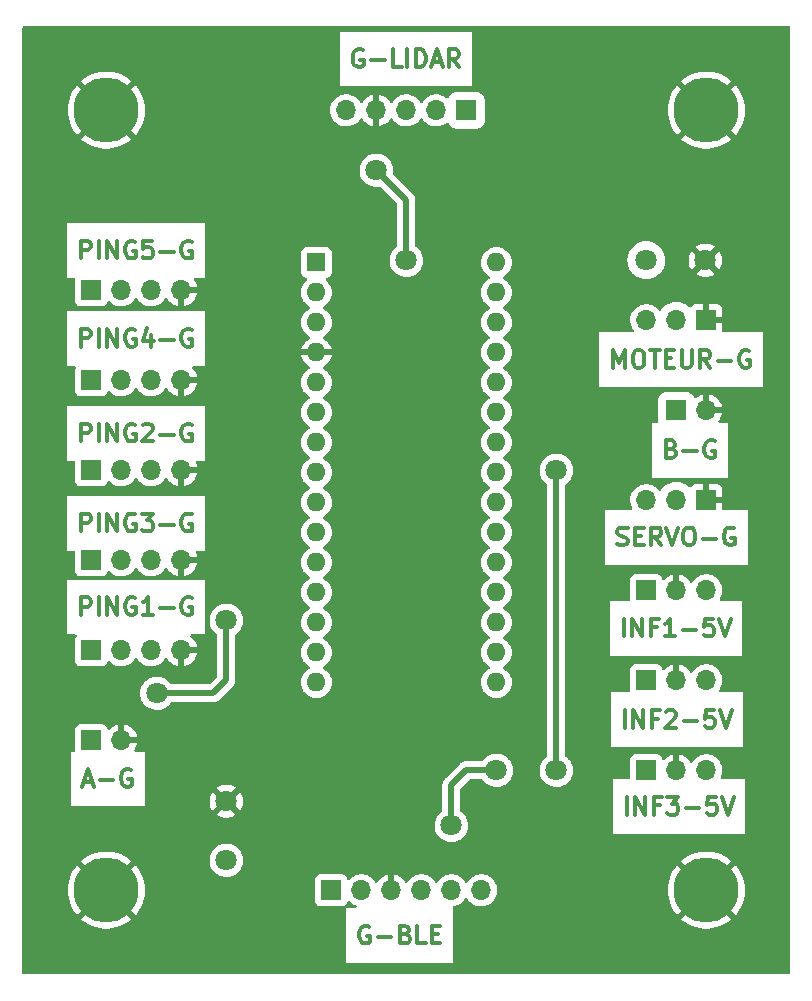
<source format=gtl>
%TF.GenerationSoftware,KiCad,Pcbnew,(6.0.1)*%
%TF.CreationDate,2022-02-04T17:29:06+01:00*%
%TF.ProjectId,carte_kicad_F303K8,63617274-655f-46b6-9963-61645f463330,rev?*%
%TF.SameCoordinates,Original*%
%TF.FileFunction,Copper,L1,Top*%
%TF.FilePolarity,Positive*%
%FSLAX46Y46*%
G04 Gerber Fmt 4.6, Leading zero omitted, Abs format (unit mm)*
G04 Created by KiCad (PCBNEW (6.0.1)) date 2022-02-04 17:29:06*
%MOMM*%
%LPD*%
G01*
G04 APERTURE LIST*
%ADD10C,0.300000*%
%TA.AperFunction,NonConductor*%
%ADD11C,0.300000*%
%TD*%
%TA.AperFunction,ComponentPad*%
%ADD12R,1.700000X1.700000*%
%TD*%
%TA.AperFunction,ComponentPad*%
%ADD13O,1.700000X1.700000*%
%TD*%
%TA.AperFunction,ComponentPad*%
%ADD14C,5.500000*%
%TD*%
%TA.AperFunction,ComponentPad*%
%ADD15R,1.600000X1.600000*%
%TD*%
%TA.AperFunction,ComponentPad*%
%ADD16O,1.600000X1.600000*%
%TD*%
%TA.AperFunction,ComponentPad*%
%ADD17C,1.800000*%
%TD*%
%TA.AperFunction,ViaPad*%
%ADD18C,1.800000*%
%TD*%
%TA.AperFunction,Conductor*%
%ADD19C,0.500000*%
%TD*%
G04 APERTURE END LIST*
D10*
D11*
X134714659Y-100269001D02*
X134928945Y-100340430D01*
X135286087Y-100340430D01*
X135428945Y-100269001D01*
X135500373Y-100197573D01*
X135571802Y-100054716D01*
X135571802Y-99911859D01*
X135500373Y-99769001D01*
X135428945Y-99697573D01*
X135286087Y-99626144D01*
X135000373Y-99554716D01*
X134857516Y-99483287D01*
X134786087Y-99411859D01*
X134714659Y-99269001D01*
X134714659Y-99126144D01*
X134786087Y-98983287D01*
X134857516Y-98911859D01*
X135000373Y-98840430D01*
X135357516Y-98840430D01*
X135571802Y-98911859D01*
X136214659Y-99554716D02*
X136714659Y-99554716D01*
X136928945Y-100340430D02*
X136214659Y-100340430D01*
X136214659Y-98840430D01*
X136928945Y-98840430D01*
X138428945Y-100340430D02*
X137928945Y-99626144D01*
X137571802Y-100340430D02*
X137571802Y-98840430D01*
X138143230Y-98840430D01*
X138286087Y-98911859D01*
X138357516Y-98983287D01*
X138428945Y-99126144D01*
X138428945Y-99340430D01*
X138357516Y-99483287D01*
X138286087Y-99554716D01*
X138143230Y-99626144D01*
X137571802Y-99626144D01*
X138857516Y-98840430D02*
X139357516Y-100340430D01*
X139857516Y-98840430D01*
X140643230Y-98840430D02*
X140928945Y-98840430D01*
X141071802Y-98911859D01*
X141214659Y-99054716D01*
X141286087Y-99340430D01*
X141286087Y-99840430D01*
X141214659Y-100126144D01*
X141071802Y-100269001D01*
X140928945Y-100340430D01*
X140643230Y-100340430D01*
X140500373Y-100269001D01*
X140357516Y-100126144D01*
X140286087Y-99840430D01*
X140286087Y-99340430D01*
X140357516Y-99054716D01*
X140500373Y-98911859D01*
X140643230Y-98840430D01*
X141928945Y-99769001D02*
X143071802Y-99769001D01*
X144571802Y-98911859D02*
X144428945Y-98840430D01*
X144214659Y-98840430D01*
X144000373Y-98911859D01*
X143857516Y-99054716D01*
X143786087Y-99197573D01*
X143714659Y-99483287D01*
X143714659Y-99697573D01*
X143786087Y-99983287D01*
X143857516Y-100126144D01*
X144000373Y-100269001D01*
X144214659Y-100340430D01*
X144357516Y-100340430D01*
X144571802Y-100269001D01*
X144643230Y-100197573D01*
X144643230Y-99697573D01*
X144357516Y-99697573D01*
D10*
D11*
X89301428Y-76047597D02*
X89301428Y-74547597D01*
X89872857Y-74547597D01*
X90015714Y-74619026D01*
X90087142Y-74690454D01*
X90158571Y-74833311D01*
X90158571Y-75047597D01*
X90087142Y-75190454D01*
X90015714Y-75261883D01*
X89872857Y-75333311D01*
X89301428Y-75333311D01*
X90801428Y-76047597D02*
X90801428Y-74547597D01*
X91515714Y-76047597D02*
X91515714Y-74547597D01*
X92372857Y-76047597D01*
X92372857Y-74547597D01*
X93872857Y-74619026D02*
X93730000Y-74547597D01*
X93515714Y-74547597D01*
X93301428Y-74619026D01*
X93158571Y-74761883D01*
X93087142Y-74904740D01*
X93015714Y-75190454D01*
X93015714Y-75404740D01*
X93087142Y-75690454D01*
X93158571Y-75833311D01*
X93301428Y-75976168D01*
X93515714Y-76047597D01*
X93658571Y-76047597D01*
X93872857Y-75976168D01*
X93944285Y-75904740D01*
X93944285Y-75404740D01*
X93658571Y-75404740D01*
X95301428Y-74547597D02*
X94587142Y-74547597D01*
X94515714Y-75261883D01*
X94587142Y-75190454D01*
X94730000Y-75119026D01*
X95087142Y-75119026D01*
X95230000Y-75190454D01*
X95301428Y-75261883D01*
X95372857Y-75404740D01*
X95372857Y-75761883D01*
X95301428Y-75904740D01*
X95230000Y-75976168D01*
X95087142Y-76047597D01*
X94730000Y-76047597D01*
X94587142Y-75976168D01*
X94515714Y-75904740D01*
X96015714Y-75476168D02*
X97158571Y-75476168D01*
X98658571Y-74619026D02*
X98515714Y-74547597D01*
X98301428Y-74547597D01*
X98087142Y-74619026D01*
X97944285Y-74761883D01*
X97872857Y-74904740D01*
X97801428Y-75190454D01*
X97801428Y-75404740D01*
X97872857Y-75690454D01*
X97944285Y-75833311D01*
X98087142Y-75976168D01*
X98301428Y-76047597D01*
X98444285Y-76047597D01*
X98658571Y-75976168D01*
X98730000Y-75904740D01*
X98730000Y-75404740D01*
X98444285Y-75404740D01*
D10*
D11*
X113700032Y-132618551D02*
X113557175Y-132547122D01*
X113342889Y-132547122D01*
X113128603Y-132618551D01*
X112985746Y-132761408D01*
X112914318Y-132904265D01*
X112842889Y-133189979D01*
X112842889Y-133404265D01*
X112914318Y-133689979D01*
X112985746Y-133832836D01*
X113128603Y-133975693D01*
X113342889Y-134047122D01*
X113485746Y-134047122D01*
X113700032Y-133975693D01*
X113771461Y-133904265D01*
X113771461Y-133404265D01*
X113485746Y-133404265D01*
X114414318Y-133475693D02*
X115557175Y-133475693D01*
X116771461Y-133261408D02*
X116985746Y-133332836D01*
X117057175Y-133404265D01*
X117128603Y-133547122D01*
X117128603Y-133761408D01*
X117057175Y-133904265D01*
X116985746Y-133975693D01*
X116842889Y-134047122D01*
X116271461Y-134047122D01*
X116271461Y-132547122D01*
X116771461Y-132547122D01*
X116914318Y-132618551D01*
X116985746Y-132689979D01*
X117057175Y-132832836D01*
X117057175Y-132975693D01*
X116985746Y-133118551D01*
X116914318Y-133189979D01*
X116771461Y-133261408D01*
X116271461Y-133261408D01*
X118485746Y-134047122D02*
X117771461Y-134047122D01*
X117771461Y-132547122D01*
X118985746Y-133261408D02*
X119485746Y-133261408D01*
X119700032Y-134047122D02*
X118985746Y-134047122D01*
X118985746Y-132547122D01*
X119700032Y-132547122D01*
D10*
D11*
X134361318Y-85306998D02*
X134361318Y-83806998D01*
X134861318Y-84878427D01*
X135361318Y-83806998D01*
X135361318Y-85306998D01*
X136361318Y-83806998D02*
X136647032Y-83806998D01*
X136789889Y-83878427D01*
X136932746Y-84021284D01*
X137004175Y-84306998D01*
X137004175Y-84806998D01*
X136932746Y-85092712D01*
X136789889Y-85235569D01*
X136647032Y-85306998D01*
X136361318Y-85306998D01*
X136218460Y-85235569D01*
X136075603Y-85092712D01*
X136004175Y-84806998D01*
X136004175Y-84306998D01*
X136075603Y-84021284D01*
X136218460Y-83878427D01*
X136361318Y-83806998D01*
X137432746Y-83806998D02*
X138289889Y-83806998D01*
X137861318Y-85306998D02*
X137861318Y-83806998D01*
X138789889Y-84521284D02*
X139289889Y-84521284D01*
X139504175Y-85306998D02*
X138789889Y-85306998D01*
X138789889Y-83806998D01*
X139504175Y-83806998D01*
X140147032Y-83806998D02*
X140147032Y-85021284D01*
X140218460Y-85164141D01*
X140289889Y-85235569D01*
X140432746Y-85306998D01*
X140718460Y-85306998D01*
X140861318Y-85235569D01*
X140932746Y-85164141D01*
X141004175Y-85021284D01*
X141004175Y-83806998D01*
X142575603Y-85306998D02*
X142075603Y-84592712D01*
X141718460Y-85306998D02*
X141718460Y-83806998D01*
X142289889Y-83806998D01*
X142432746Y-83878427D01*
X142504175Y-83949855D01*
X142575603Y-84092712D01*
X142575603Y-84306998D01*
X142504175Y-84449855D01*
X142432746Y-84521284D01*
X142289889Y-84592712D01*
X141718460Y-84592712D01*
X143218460Y-84735569D02*
X144361318Y-84735569D01*
X145861318Y-83878427D02*
X145718460Y-83806998D01*
X145504175Y-83806998D01*
X145289889Y-83878427D01*
X145147032Y-84021284D01*
X145075603Y-84164141D01*
X145004175Y-84449855D01*
X145004175Y-84664141D01*
X145075603Y-84949855D01*
X145147032Y-85092712D01*
X145289889Y-85235569D01*
X145504175Y-85306998D01*
X145647032Y-85306998D01*
X145861318Y-85235569D01*
X145932746Y-85164141D01*
X145932746Y-84664141D01*
X145647032Y-84664141D01*
D10*
D11*
X89301428Y-91550379D02*
X89301428Y-90050379D01*
X89872857Y-90050379D01*
X90015714Y-90121808D01*
X90087142Y-90193236D01*
X90158571Y-90336093D01*
X90158571Y-90550379D01*
X90087142Y-90693236D01*
X90015714Y-90764665D01*
X89872857Y-90836093D01*
X89301428Y-90836093D01*
X90801428Y-91550379D02*
X90801428Y-90050379D01*
X91515714Y-91550379D02*
X91515714Y-90050379D01*
X92372857Y-91550379D01*
X92372857Y-90050379D01*
X93872857Y-90121808D02*
X93730000Y-90050379D01*
X93515714Y-90050379D01*
X93301428Y-90121808D01*
X93158571Y-90264665D01*
X93087142Y-90407522D01*
X93015714Y-90693236D01*
X93015714Y-90907522D01*
X93087142Y-91193236D01*
X93158571Y-91336093D01*
X93301428Y-91478950D01*
X93515714Y-91550379D01*
X93658571Y-91550379D01*
X93872857Y-91478950D01*
X93944285Y-91407522D01*
X93944285Y-90907522D01*
X93658571Y-90907522D01*
X94515714Y-90193236D02*
X94587142Y-90121808D01*
X94730000Y-90050379D01*
X95087142Y-90050379D01*
X95230000Y-90121808D01*
X95301428Y-90193236D01*
X95372857Y-90336093D01*
X95372857Y-90478950D01*
X95301428Y-90693236D01*
X94444285Y-91550379D01*
X95372857Y-91550379D01*
X96015714Y-90978950D02*
X97158571Y-90978950D01*
X98658571Y-90121808D02*
X98515714Y-90050379D01*
X98301428Y-90050379D01*
X98087142Y-90121808D01*
X97944285Y-90264665D01*
X97872857Y-90407522D01*
X97801428Y-90693236D01*
X97801428Y-90907522D01*
X97872857Y-91193236D01*
X97944285Y-91336093D01*
X98087142Y-91478950D01*
X98301428Y-91550379D01*
X98444285Y-91550379D01*
X98658571Y-91478950D01*
X98730000Y-91407522D01*
X98730000Y-90907522D01*
X98444285Y-90907522D01*
D10*
D11*
X89301428Y-83513661D02*
X89301428Y-82013661D01*
X89872857Y-82013661D01*
X90015714Y-82085090D01*
X90087142Y-82156518D01*
X90158571Y-82299375D01*
X90158571Y-82513661D01*
X90087142Y-82656518D01*
X90015714Y-82727947D01*
X89872857Y-82799375D01*
X89301428Y-82799375D01*
X90801428Y-83513661D02*
X90801428Y-82013661D01*
X91515714Y-83513661D02*
X91515714Y-82013661D01*
X92372857Y-83513661D01*
X92372857Y-82013661D01*
X93872857Y-82085090D02*
X93730000Y-82013661D01*
X93515714Y-82013661D01*
X93301428Y-82085090D01*
X93158571Y-82227947D01*
X93087142Y-82370804D01*
X93015714Y-82656518D01*
X93015714Y-82870804D01*
X93087142Y-83156518D01*
X93158571Y-83299375D01*
X93301428Y-83442232D01*
X93515714Y-83513661D01*
X93658571Y-83513661D01*
X93872857Y-83442232D01*
X93944285Y-83370804D01*
X93944285Y-82870804D01*
X93658571Y-82870804D01*
X95230000Y-82513661D02*
X95230000Y-83513661D01*
X94872857Y-81942232D02*
X94515714Y-83013661D01*
X95444285Y-83013661D01*
X96015714Y-82942232D02*
X97158571Y-82942232D01*
X98658571Y-82085090D02*
X98515714Y-82013661D01*
X98301428Y-82013661D01*
X98087142Y-82085090D01*
X97944285Y-82227947D01*
X97872857Y-82370804D01*
X97801428Y-82656518D01*
X97801428Y-82870804D01*
X97872857Y-83156518D01*
X97944285Y-83299375D01*
X98087142Y-83442232D01*
X98301428Y-83513661D01*
X98444285Y-83513661D01*
X98658571Y-83442232D01*
X98730000Y-83370804D01*
X98730000Y-82870804D01*
X98444285Y-82870804D01*
D10*
D11*
X135323094Y-115793817D02*
X135323094Y-114293817D01*
X136037380Y-115793817D02*
X136037380Y-114293817D01*
X136894523Y-115793817D01*
X136894523Y-114293817D01*
X138108808Y-115008103D02*
X137608808Y-115008103D01*
X137608808Y-115793817D02*
X137608808Y-114293817D01*
X138323094Y-114293817D01*
X138823094Y-114436674D02*
X138894523Y-114365246D01*
X139037380Y-114293817D01*
X139394523Y-114293817D01*
X139537380Y-114365246D01*
X139608808Y-114436674D01*
X139680237Y-114579531D01*
X139680237Y-114722388D01*
X139608808Y-114936674D01*
X138751666Y-115793817D01*
X139680237Y-115793817D01*
X140323094Y-115222388D02*
X141465951Y-115222388D01*
X142894523Y-114293817D02*
X142180237Y-114293817D01*
X142108808Y-115008103D01*
X142180237Y-114936674D01*
X142323094Y-114865246D01*
X142680237Y-114865246D01*
X142823094Y-114936674D01*
X142894523Y-115008103D01*
X142965951Y-115150960D01*
X142965951Y-115508103D01*
X142894523Y-115650960D01*
X142823094Y-115722388D01*
X142680237Y-115793817D01*
X142323094Y-115793817D01*
X142180237Y-115722388D01*
X142108808Y-115650960D01*
X143394523Y-114293817D02*
X143894523Y-115793817D01*
X144394523Y-114293817D01*
D10*
D11*
X89516540Y-120367852D02*
X90230826Y-120367852D01*
X89373683Y-120796423D02*
X89873683Y-119296423D01*
X90373683Y-120796423D01*
X90873683Y-120224994D02*
X92016540Y-120224994D01*
X93516540Y-119367852D02*
X93373683Y-119296423D01*
X93159397Y-119296423D01*
X92945112Y-119367852D01*
X92802255Y-119510709D01*
X92730826Y-119653566D01*
X92659397Y-119939280D01*
X92659397Y-120153566D01*
X92730826Y-120439280D01*
X92802255Y-120582137D01*
X92945112Y-120724994D01*
X93159397Y-120796423D01*
X93302255Y-120796423D01*
X93516540Y-120724994D01*
X93587969Y-120653566D01*
X93587969Y-120153566D01*
X93302255Y-120153566D01*
D10*
D11*
X89301428Y-99159106D02*
X89301428Y-97659106D01*
X89872857Y-97659106D01*
X90015714Y-97730535D01*
X90087142Y-97801963D01*
X90158571Y-97944820D01*
X90158571Y-98159106D01*
X90087142Y-98301963D01*
X90015714Y-98373392D01*
X89872857Y-98444820D01*
X89301428Y-98444820D01*
X90801428Y-99159106D02*
X90801428Y-97659106D01*
X91515714Y-99159106D02*
X91515714Y-97659106D01*
X92372857Y-99159106D01*
X92372857Y-97659106D01*
X93872857Y-97730535D02*
X93730000Y-97659106D01*
X93515714Y-97659106D01*
X93301428Y-97730535D01*
X93158571Y-97873392D01*
X93087142Y-98016249D01*
X93015714Y-98301963D01*
X93015714Y-98516249D01*
X93087142Y-98801963D01*
X93158571Y-98944820D01*
X93301428Y-99087677D01*
X93515714Y-99159106D01*
X93658571Y-99159106D01*
X93872857Y-99087677D01*
X93944285Y-99016249D01*
X93944285Y-98516249D01*
X93658571Y-98516249D01*
X94444285Y-97659106D02*
X95372857Y-97659106D01*
X94872857Y-98230535D01*
X95087142Y-98230535D01*
X95230000Y-98301963D01*
X95301428Y-98373392D01*
X95372857Y-98516249D01*
X95372857Y-98873392D01*
X95301428Y-99016249D01*
X95230000Y-99087677D01*
X95087142Y-99159106D01*
X94658571Y-99159106D01*
X94515714Y-99087677D01*
X94444285Y-99016249D01*
X96015714Y-98587677D02*
X97158571Y-98587677D01*
X98658571Y-97730535D02*
X98515714Y-97659106D01*
X98301428Y-97659106D01*
X98087142Y-97730535D01*
X97944285Y-97873392D01*
X97872857Y-98016249D01*
X97801428Y-98301963D01*
X97801428Y-98516249D01*
X97872857Y-98801963D01*
X97944285Y-98944820D01*
X98087142Y-99087677D01*
X98301428Y-99159106D01*
X98444285Y-99159106D01*
X98658571Y-99087677D01*
X98730000Y-99016249D01*
X98730000Y-98516249D01*
X98444285Y-98516249D01*
D10*
D11*
X135250373Y-108048943D02*
X135250373Y-106548943D01*
X135964659Y-108048943D02*
X135964659Y-106548943D01*
X136821802Y-108048943D01*
X136821802Y-106548943D01*
X138036087Y-107263229D02*
X137536087Y-107263229D01*
X137536087Y-108048943D02*
X137536087Y-106548943D01*
X138250373Y-106548943D01*
X139607516Y-108048943D02*
X138750373Y-108048943D01*
X139178945Y-108048943D02*
X139178945Y-106548943D01*
X139036087Y-106763229D01*
X138893230Y-106906086D01*
X138750373Y-106977514D01*
X140250373Y-107477514D02*
X141393230Y-107477514D01*
X142821802Y-106548943D02*
X142107516Y-106548943D01*
X142036087Y-107263229D01*
X142107516Y-107191800D01*
X142250373Y-107120372D01*
X142607516Y-107120372D01*
X142750373Y-107191800D01*
X142821802Y-107263229D01*
X142893230Y-107406086D01*
X142893230Y-107763229D01*
X142821802Y-107906086D01*
X142750373Y-107977514D01*
X142607516Y-108048943D01*
X142250373Y-108048943D01*
X142107516Y-107977514D01*
X142036087Y-107906086D01*
X143321802Y-106548943D02*
X143821802Y-108048943D01*
X144321802Y-106548943D01*
D10*
D11*
X113150818Y-58425947D02*
X113007961Y-58354518D01*
X112793676Y-58354518D01*
X112579390Y-58425947D01*
X112436533Y-58568804D01*
X112365104Y-58711661D01*
X112293676Y-58997375D01*
X112293676Y-59211661D01*
X112365104Y-59497375D01*
X112436533Y-59640232D01*
X112579390Y-59783089D01*
X112793676Y-59854518D01*
X112936533Y-59854518D01*
X113150818Y-59783089D01*
X113222247Y-59711661D01*
X113222247Y-59211661D01*
X112936533Y-59211661D01*
X113865104Y-59283089D02*
X115007961Y-59283089D01*
X116436533Y-59854518D02*
X115722247Y-59854518D01*
X115722247Y-58354518D01*
X116936533Y-59854518D02*
X116936533Y-58354518D01*
X117650818Y-59854518D02*
X117650818Y-58354518D01*
X118007961Y-58354518D01*
X118222247Y-58425947D01*
X118365104Y-58568804D01*
X118436533Y-58711661D01*
X118507961Y-58997375D01*
X118507961Y-59211661D01*
X118436533Y-59497375D01*
X118365104Y-59640232D01*
X118222247Y-59783089D01*
X118007961Y-59854518D01*
X117650818Y-59854518D01*
X119079390Y-59425947D02*
X119793676Y-59425947D01*
X118936533Y-59854518D02*
X119436533Y-58354518D01*
X119936533Y-59854518D01*
X121293676Y-59854518D02*
X120793676Y-59140232D01*
X120436533Y-59854518D02*
X120436533Y-58354518D01*
X121007961Y-58354518D01*
X121150818Y-58425947D01*
X121222247Y-58497375D01*
X121293676Y-58640232D01*
X121293676Y-58854518D01*
X121222247Y-58997375D01*
X121150818Y-59068804D01*
X121007961Y-59140232D01*
X120436533Y-59140232D01*
D10*
D11*
X89298965Y-106244733D02*
X89298965Y-104744733D01*
X89870394Y-104744733D01*
X90013251Y-104816162D01*
X90084679Y-104887590D01*
X90156108Y-105030447D01*
X90156108Y-105244733D01*
X90084679Y-105387590D01*
X90013251Y-105459019D01*
X89870394Y-105530447D01*
X89298965Y-105530447D01*
X90798965Y-106244733D02*
X90798965Y-104744733D01*
X91513251Y-106244733D02*
X91513251Y-104744733D01*
X92370394Y-106244733D01*
X92370394Y-104744733D01*
X93870394Y-104816162D02*
X93727537Y-104744733D01*
X93513251Y-104744733D01*
X93298965Y-104816162D01*
X93156108Y-104959019D01*
X93084679Y-105101876D01*
X93013251Y-105387590D01*
X93013251Y-105601876D01*
X93084679Y-105887590D01*
X93156108Y-106030447D01*
X93298965Y-106173304D01*
X93513251Y-106244733D01*
X93656108Y-106244733D01*
X93870394Y-106173304D01*
X93941822Y-106101876D01*
X93941822Y-105601876D01*
X93656108Y-105601876D01*
X95370394Y-106244733D02*
X94513251Y-106244733D01*
X94941822Y-106244733D02*
X94941822Y-104744733D01*
X94798965Y-104959019D01*
X94656108Y-105101876D01*
X94513251Y-105173304D01*
X96013251Y-105673304D02*
X97156108Y-105673304D01*
X98656108Y-104816162D02*
X98513251Y-104744733D01*
X98298965Y-104744733D01*
X98084679Y-104816162D01*
X97941822Y-104959019D01*
X97870394Y-105101876D01*
X97798965Y-105387590D01*
X97798965Y-105601876D01*
X97870394Y-105887590D01*
X97941822Y-106030447D01*
X98084679Y-106173304D01*
X98298965Y-106244733D01*
X98441822Y-106244733D01*
X98656108Y-106173304D01*
X98727537Y-106101876D01*
X98727537Y-105601876D01*
X98441822Y-105601876D01*
D10*
D11*
X135504899Y-123138720D02*
X135504899Y-121638720D01*
X136219185Y-123138720D02*
X136219185Y-121638720D01*
X137076328Y-123138720D01*
X137076328Y-121638720D01*
X138290613Y-122353006D02*
X137790613Y-122353006D01*
X137790613Y-123138720D02*
X137790613Y-121638720D01*
X138504899Y-121638720D01*
X138933471Y-121638720D02*
X139862042Y-121638720D01*
X139362042Y-122210149D01*
X139576328Y-122210149D01*
X139719185Y-122281577D01*
X139790613Y-122353006D01*
X139862042Y-122495863D01*
X139862042Y-122853006D01*
X139790613Y-122995863D01*
X139719185Y-123067291D01*
X139576328Y-123138720D01*
X139147756Y-123138720D01*
X139004899Y-123067291D01*
X138933471Y-122995863D01*
X140504899Y-122567291D02*
X141647756Y-122567291D01*
X143076328Y-121638720D02*
X142362042Y-121638720D01*
X142290613Y-122353006D01*
X142362042Y-122281577D01*
X142504899Y-122210149D01*
X142862042Y-122210149D01*
X143004899Y-122281577D01*
X143076328Y-122353006D01*
X143147756Y-122495863D01*
X143147756Y-122853006D01*
X143076328Y-122995863D01*
X143004899Y-123067291D01*
X142862042Y-123138720D01*
X142504899Y-123138720D01*
X142362042Y-123067291D01*
X142290613Y-122995863D01*
X143576328Y-121638720D02*
X144076328Y-123138720D01*
X144576328Y-121638720D01*
D10*
D11*
X139300762Y-92177565D02*
X139515048Y-92248993D01*
X139586476Y-92320422D01*
X139657905Y-92463279D01*
X139657905Y-92677565D01*
X139586476Y-92820422D01*
X139515048Y-92891850D01*
X139372191Y-92963279D01*
X138800762Y-92963279D01*
X138800762Y-91463279D01*
X139300762Y-91463279D01*
X139443619Y-91534708D01*
X139515048Y-91606136D01*
X139586476Y-91748993D01*
X139586476Y-91891850D01*
X139515048Y-92034708D01*
X139443619Y-92106136D01*
X139300762Y-92177565D01*
X138800762Y-92177565D01*
X140300762Y-92391850D02*
X141443619Y-92391850D01*
X142943619Y-91534708D02*
X142800762Y-91463279D01*
X142586476Y-91463279D01*
X142372191Y-91534708D01*
X142229333Y-91677565D01*
X142157905Y-91820422D01*
X142086476Y-92106136D01*
X142086476Y-92320422D01*
X142157905Y-92606136D01*
X142229333Y-92748993D01*
X142372191Y-92891850D01*
X142586476Y-92963279D01*
X142729333Y-92963279D01*
X142943619Y-92891850D01*
X143015048Y-92820422D01*
X143015048Y-92320422D01*
X142729333Y-92320422D01*
D12*
%TO.P,Ping3,1,Pin_1*%
%TO.N,/5V_A*%
X90180000Y-101600000D03*
D13*
%TO.P,Ping3,2,Pin_2*%
%TO.N,/Trig_Cmd*%
X92720000Y-101600000D03*
%TO.P,Ping3,3,Pin_3*%
%TO.N,/P3*%
X95260000Y-101600000D03*
%TO.P,Ping3,4,Pin_4*%
%TO.N,GND*%
X97800000Y-101600000D03*
%TD*%
D14*
%TO.P,J3,1,Pin_1*%
%TO.N,GND*%
X91440000Y-129540000D03*
%TD*%
%TO.P,J2,1,Pin_1*%
%TO.N,GND*%
X142240000Y-129540000D03*
%TD*%
D12*
%TO.P,Ping5,1,Pin_1*%
%TO.N,/5V_A*%
X90180000Y-78740000D03*
D13*
%TO.P,Ping5,2,Pin_2*%
%TO.N,/Trig_Cmd*%
X92720000Y-78740000D03*
%TO.P,Ping5,3,Pin_3*%
%TO.N,/P5*%
X95260000Y-78740000D03*
%TO.P,Ping5,4,Pin_4*%
%TO.N,GND*%
X97800000Y-78740000D03*
%TD*%
D12*
%TO.P,Infra1,1,Pin_1*%
%TO.N,/I1*%
X137160000Y-104140000D03*
D13*
%TO.P,Infra1,2,Pin_2*%
%TO.N,GND*%
X139700000Y-104140000D03*
%TO.P,Infra1,3,Pin_3*%
%TO.N,/5V_A*%
X142240000Y-104140000D03*
%TD*%
D12*
%TO.P,Lidar1,1,Pin_1*%
%TO.N,/5V_B*%
X121920000Y-63505000D03*
D13*
%TO.P,Lidar1,2,Pin_2*%
%TO.N,/TX_Lidar*%
X119380000Y-63505000D03*
%TO.P,Lidar1,3,Pin_3*%
%TO.N,/RX_Lidar*%
X116840000Y-63505000D03*
%TO.P,Lidar1,4,Pin_4*%
%TO.N,GND*%
X114300000Y-63505000D03*
%TO.P,Lidar1,5,Pin_5*%
%TO.N,/PWM_Lidar*%
X111760000Y-63505000D03*
%TD*%
D14*
%TO.P,J1,1,Pin_1*%
%TO.N,GND*%
X91440000Y-63500000D03*
%TD*%
D12*
%TO.P,Ping2,1,Pin_1*%
%TO.N,/5V_A*%
X90180000Y-93980000D03*
D13*
%TO.P,Ping2,2,Pin_2*%
%TO.N,/Trig_Cmd*%
X92720000Y-93980000D03*
%TO.P,Ping2,3,Pin_3*%
%TO.N,/P2*%
X95260000Y-93980000D03*
%TO.P,Ping2,4,Pin_4*%
%TO.N,GND*%
X97800000Y-93980000D03*
%TD*%
D15*
%TO.P,A2,1,D1/TX*%
%TO.N,/RX_Lidar*%
X109230000Y-76390000D03*
D16*
%TO.P,A2,2,D0/RX*%
%TO.N,/TX_Lidar*%
X109230000Y-78930000D03*
%TO.P,A2,3,~{RESET}*%
%TO.N,unconnected-(A2-Pad3)*%
X109230000Y-81470000D03*
%TO.P,A2,4,GND*%
%TO.N,GND*%
X109230000Y-84010000D03*
%TO.P,A2,5,D2*%
%TO.N,/PWM_Lidar*%
X109230000Y-86550000D03*
%TO.P,A2,6,D3*%
%TO.N,/M_Cmd*%
X109230000Y-89090000D03*
%TO.P,A2,7,D4*%
%TO.N,/P5*%
X109230000Y-91630000D03*
%TO.P,A2,8,D5*%
%TO.N,/P4*%
X109230000Y-94170000D03*
%TO.P,A2,9,D6*%
%TO.N,/P2*%
X109230000Y-96710000D03*
%TO.P,A2,10,D7*%
%TO.N,/P3*%
X109230000Y-99250000D03*
%TO.P,A2,11,D8*%
%TO.N,/P1*%
X109230000Y-101790000D03*
%TO.P,A2,12,D9*%
%TO.N,/Trig_Cmd*%
X109230000Y-104330000D03*
%TO.P,A2,13,D10*%
%TO.N,unconnected-(A2-Pad13)*%
X109230000Y-106870000D03*
%TO.P,A2,14,D11*%
%TO.N,/STATE_BLE*%
X109230000Y-109410000D03*
%TO.P,A2,15,D12*%
%TO.N,/TX_BLE*%
X109230000Y-111950000D03*
%TO.P,A2,16,D13*%
%TO.N,/RX_BLE*%
X124470000Y-111950000D03*
%TO.P,A2,17,3V3*%
%TO.N,unconnected-(A2-Pad17)*%
X124470000Y-109410000D03*
%TO.P,A2,18,AREF*%
%TO.N,unconnected-(A2-Pad18)*%
X124470000Y-106870000D03*
%TO.P,A2,19,A0*%
%TO.N,/I3*%
X124470000Y-104330000D03*
%TO.P,A2,20,A1*%
%TO.N,/I2*%
X124470000Y-101790000D03*
%TO.P,A2,21,A2*%
%TO.N,/I1*%
X124470000Y-99250000D03*
%TO.P,A2,22,A3*%
%TO.N,/Servo_Cmd*%
X124470000Y-96710000D03*
%TO.P,A2,23,A4*%
%TO.N,unconnected-(A2-Pad23)*%
X124470000Y-94170000D03*
%TO.P,A2,24,A5*%
%TO.N,unconnected-(A2-Pad24)*%
X124470000Y-91630000D03*
%TO.P,A2,25,A6*%
%TO.N,unconnected-(A2-Pad25)*%
X124470000Y-89090000D03*
%TO.P,A2,26,A7*%
%TO.N,unconnected-(A2-Pad26)*%
X124470000Y-86550000D03*
%TO.P,A2,27,+5V*%
%TO.N,unconnected-(A2-Pad27)*%
X124470000Y-84010000D03*
%TO.P,A2,28,~{RESET}*%
%TO.N,unconnected-(A2-Pad28)*%
X124470000Y-81470000D03*
%TO.P,A2,29,GND*%
%TO.N,unconnected-(A2-Pad29)*%
X124470000Y-78930000D03*
%TO.P,A2,30,VIN*%
%TO.N,/5V_A*%
X124470000Y-76390000D03*
%TD*%
D12*
%TO.P,B1,1,Pin_1*%
%TO.N,/5V_B*%
X139700000Y-88900000D03*
D13*
%TO.P,B1,2,Pin_2*%
%TO.N,GND*%
X142240000Y-88900000D03*
%TD*%
D17*
%TO.P,C2,1*%
%TO.N,/5V_A*%
X101600000Y-127000000D03*
%TO.P,C2,2*%
%TO.N,GND*%
X101600000Y-122000000D03*
%TD*%
D12*
%TO.P,A1,1,Pin_1*%
%TO.N,/5V_A*%
X90180000Y-116840000D03*
D13*
%TO.P,A1,2,Pin_2*%
%TO.N,GND*%
X92720000Y-116840000D03*
%TD*%
D12*
%TO.P,Ping1,1,Pin_1*%
%TO.N,/5V_A*%
X90180000Y-109220000D03*
D13*
%TO.P,Ping1,2,Pin_2*%
%TO.N,/Trig_Cmd*%
X92720000Y-109220000D03*
%TO.P,Ping1,3,Pin_3*%
%TO.N,/P1*%
X95260000Y-109220000D03*
%TO.P,Ping1,4,Pin_4*%
%TO.N,GND*%
X97800000Y-109220000D03*
%TD*%
D14*
%TO.P,J4,1,Pin_1*%
%TO.N,GND*%
X142240000Y-63500000D03*
%TD*%
D17*
%TO.P,C1,1*%
%TO.N,/5V_B*%
X137160000Y-76200000D03*
%TO.P,C1,2*%
%TO.N,GND*%
X142160000Y-76200000D03*
%TD*%
D12*
%TO.P,Servo1,1,Pin_1*%
%TO.N,GND*%
X142240000Y-96520000D03*
D13*
%TO.P,Servo1,2,Pin_2*%
%TO.N,/5V_B*%
X139700000Y-96520000D03*
%TO.P,Servo1,3,Pin_3*%
%TO.N,/Servo_Cmd*%
X137160000Y-96520000D03*
%TD*%
D12*
%TO.P,Infra3,1,Pin_1*%
%TO.N,/I3*%
X137160000Y-119380000D03*
D13*
%TO.P,Infra3,2,Pin_2*%
%TO.N,GND*%
X139700000Y-119380000D03*
%TO.P,Infra3,3,Pin_3*%
%TO.N,/5V_A*%
X142240000Y-119380000D03*
%TD*%
D12*
%TO.P,Ping4,1,Pin_1*%
%TO.N,/5V_A*%
X90180000Y-86360000D03*
D13*
%TO.P,Ping4,2,Pin_2*%
%TO.N,/Trig_Cmd*%
X92720000Y-86360000D03*
%TO.P,Ping4,3,Pin_3*%
%TO.N,/P4*%
X95260000Y-86360000D03*
%TO.P,Ping4,4,Pin_4*%
%TO.N,GND*%
X97800000Y-86360000D03*
%TD*%
D12*
%TO.P,Moteur1,1,Pin_1*%
%TO.N,GND*%
X142240000Y-81280000D03*
D13*
%TO.P,Moteur1,2,Pin_2*%
%TO.N,/5V_B*%
X139700000Y-81280000D03*
%TO.P,Moteur1,3,Pin_3*%
%TO.N,/M_Cmd*%
X137160000Y-81280000D03*
%TD*%
D12*
%TO.P,BLE1,1,Pin_1*%
%TO.N,unconnected-(BLE1-Pad1)*%
X110490000Y-129540000D03*
D13*
%TO.P,BLE1,2,Pin_2*%
%TO.N,/5V_A*%
X113030000Y-129540000D03*
%TO.P,BLE1,3,Pin_3*%
%TO.N,GND*%
X115570000Y-129540000D03*
%TO.P,BLE1,4,Pin_4*%
%TO.N,/TX_BLE*%
X118110000Y-129540000D03*
%TO.P,BLE1,5,Pin_5*%
%TO.N,/RX_BLE*%
X120650000Y-129540000D03*
%TO.P,BLE1,6,Pin_6*%
%TO.N,/STATE_BLE*%
X123190000Y-129540000D03*
%TD*%
D12*
%TO.P,Infra2,1,Pin_1*%
%TO.N,/I2*%
X137160000Y-111760000D03*
D13*
%TO.P,Infra2,2,Pin_2*%
%TO.N,GND*%
X139700000Y-111760000D03*
%TO.P,Infra2,3,Pin_3*%
%TO.N,/5V_A*%
X142240000Y-111760000D03*
%TD*%
D18*
%TO.N,/5V_A*%
X129540000Y-119380000D03*
X129540000Y-93980000D03*
%TO.N,GND*%
X124460000Y-71120000D03*
X104140000Y-93980000D03*
X119380000Y-86360000D03*
X134620000Y-66040000D03*
X104140000Y-109220000D03*
X104140000Y-99060000D03*
X104140000Y-71120000D03*
%TO.N,/PWM_Lidar*%
X116840000Y-76200000D03*
X114300000Y-68580000D03*
%TO.N,/Trig_Cmd*%
X101600000Y-106680000D03*
X95714796Y-112871882D03*
%TO.N,/RX_BLE*%
X120648714Y-124050603D03*
X124460000Y-119380000D03*
%TD*%
D19*
%TO.N,/5V_A*%
X129540000Y-93980000D02*
X129540000Y-119380000D01*
%TO.N,GND*%
X104140000Y-93980000D02*
X104140000Y-99060000D01*
X119380000Y-73660000D02*
X119380000Y-86360000D01*
X104140000Y-99060000D02*
X104140000Y-109220000D01*
X132628659Y-66040000D02*
X127548659Y-71120000D01*
X121920000Y-71120000D02*
X119380000Y-73660000D01*
X104140000Y-93980000D02*
X104140000Y-71120000D01*
X127548659Y-71120000D02*
X124460000Y-71120000D01*
X124460000Y-71120000D02*
X121920000Y-71120000D01*
X134620000Y-66040000D02*
X132628659Y-66040000D01*
%TO.N,/PWM_Lidar*%
X116840000Y-71120000D02*
X116840000Y-76200000D01*
X114300000Y-68580000D02*
X116840000Y-71120000D01*
%TO.N,/Trig_Cmd*%
X100488118Y-112871882D02*
X101600000Y-111760000D01*
X101600000Y-111760000D02*
X101600000Y-106680000D01*
X95714796Y-112871882D02*
X100488118Y-112871882D01*
%TO.N,/RX_BLE*%
X124460000Y-119380000D02*
X121920000Y-119380000D01*
X120648714Y-120651286D02*
X120648714Y-124050603D01*
X121920000Y-119380000D02*
X120648714Y-120651286D01*
%TD*%
%TA.AperFunction,Conductor*%
%TO.N,GND*%
G36*
X149294121Y-56408002D02*
G01*
X149340614Y-56461658D01*
X149352000Y-56514000D01*
X149352000Y-136526000D01*
X149331998Y-136594121D01*
X149278342Y-136640614D01*
X149226000Y-136652000D01*
X84454000Y-136652000D01*
X84385879Y-136631998D01*
X84339386Y-136578342D01*
X84328000Y-136526000D01*
X84328000Y-132019389D01*
X89325541Y-132019389D01*
X89333678Y-132030395D01*
X89593938Y-132230099D01*
X89599537Y-132233933D01*
X89895261Y-132413736D01*
X89901251Y-132416948D01*
X90214657Y-132563758D01*
X90220961Y-132566305D01*
X90548384Y-132678406D01*
X90554935Y-132680260D01*
X90892539Y-132756342D01*
X90899258Y-132757479D01*
X91243113Y-132796657D01*
X91249903Y-132797060D01*
X91595973Y-132798872D01*
X91602774Y-132798540D01*
X91947020Y-132762966D01*
X91953748Y-132761900D01*
X92292144Y-132689353D01*
X92298693Y-132687574D01*
X92627278Y-132578905D01*
X92633620Y-132576419D01*
X92948523Y-132432910D01*
X92954577Y-132429745D01*
X93252128Y-132253073D01*
X93257809Y-132249270D01*
X93534547Y-132041489D01*
X93539771Y-132037105D01*
X93546238Y-132031053D01*
X93554307Y-132017373D01*
X93554280Y-132016649D01*
X93549136Y-132008346D01*
X91452812Y-129912022D01*
X91438868Y-129904408D01*
X91437035Y-129904539D01*
X91430420Y-129908790D01*
X89332422Y-132006788D01*
X89325541Y-132019389D01*
X84328000Y-132019389D01*
X84328000Y-129532007D01*
X88177407Y-129532007D01*
X88194917Y-129877659D01*
X88195627Y-129884415D01*
X88250363Y-130226141D01*
X88251802Y-130232796D01*
X88343122Y-130566604D01*
X88345271Y-130573065D01*
X88472110Y-130895067D01*
X88474941Y-130901250D01*
X88635815Y-131207670D01*
X88639298Y-131213513D01*
X88832321Y-131500761D01*
X88836424Y-131506205D01*
X88951911Y-131643351D01*
X88964650Y-131651794D01*
X88975094Y-131645696D01*
X91067978Y-129552812D01*
X91074356Y-129541132D01*
X91804408Y-129541132D01*
X91804539Y-129542965D01*
X91808790Y-129549580D01*
X93903553Y-131644343D01*
X93917150Y-131651768D01*
X93926761Y-131645068D01*
X94022845Y-131533360D01*
X94027003Y-131527960D01*
X94223023Y-131242751D01*
X94226570Y-131236940D01*
X94390634Y-130932238D01*
X94393541Y-130926060D01*
X94523744Y-130605411D01*
X94525958Y-130598981D01*
X94571776Y-130438134D01*
X109131500Y-130438134D01*
X109138255Y-130500316D01*
X109189385Y-130636705D01*
X109276739Y-130753261D01*
X109393295Y-130840615D01*
X109529684Y-130891745D01*
X109591866Y-130898500D01*
X111388134Y-130898500D01*
X111450316Y-130891745D01*
X111586705Y-130840615D01*
X111703261Y-130753261D01*
X111790615Y-130636705D01*
X111812799Y-130577529D01*
X111834598Y-130519382D01*
X111877240Y-130462618D01*
X111943802Y-130437918D01*
X112013150Y-130453126D01*
X112047817Y-130481114D01*
X112076250Y-130513938D01*
X112248126Y-130656632D01*
X112441000Y-130769338D01*
X112445825Y-130771180D01*
X112445826Y-130771181D01*
X112545757Y-130809341D01*
X112602260Y-130852329D01*
X112626553Y-130919040D01*
X112610923Y-130988294D01*
X112560332Y-131038105D01*
X112500808Y-131053051D01*
X111749176Y-131053051D01*
X111749176Y-135684051D01*
X120793747Y-135684051D01*
X120793747Y-132019389D01*
X140125541Y-132019389D01*
X140133678Y-132030395D01*
X140393938Y-132230099D01*
X140399537Y-132233933D01*
X140695261Y-132413736D01*
X140701251Y-132416948D01*
X141014657Y-132563758D01*
X141020961Y-132566305D01*
X141348384Y-132678406D01*
X141354935Y-132680260D01*
X141692539Y-132756342D01*
X141699258Y-132757479D01*
X142043113Y-132796657D01*
X142049903Y-132797060D01*
X142395973Y-132798872D01*
X142402774Y-132798540D01*
X142747020Y-132762966D01*
X142753748Y-132761900D01*
X143092144Y-132689353D01*
X143098693Y-132687574D01*
X143427278Y-132578905D01*
X143433620Y-132576419D01*
X143748523Y-132432910D01*
X143754577Y-132429745D01*
X144052128Y-132253073D01*
X144057809Y-132249270D01*
X144334547Y-132041489D01*
X144339771Y-132037105D01*
X144346238Y-132031053D01*
X144354307Y-132017373D01*
X144354280Y-132016649D01*
X144349136Y-132008346D01*
X142252812Y-129912022D01*
X142238868Y-129904408D01*
X142237035Y-129904539D01*
X142230420Y-129908790D01*
X140132422Y-132006788D01*
X140125541Y-132019389D01*
X120793747Y-132019389D01*
X120793747Y-131053051D01*
X120788428Y-131053051D01*
X120784447Y-131039491D01*
X120784447Y-130968495D01*
X120822831Y-130908769D01*
X120889332Y-130879015D01*
X120906980Y-130876755D01*
X120928289Y-130874025D01*
X120928292Y-130874024D01*
X120933416Y-130873368D01*
X120938366Y-130871883D01*
X121142429Y-130810661D01*
X121142434Y-130810659D01*
X121147384Y-130809174D01*
X121347994Y-130710896D01*
X121529860Y-130581173D01*
X121537997Y-130573065D01*
X121673616Y-130437918D01*
X121688096Y-130423489D01*
X121818453Y-130242077D01*
X121819776Y-130243028D01*
X121866645Y-130199857D01*
X121936580Y-130187625D01*
X122002026Y-130215144D01*
X122029875Y-130246994D01*
X122089987Y-130345088D01*
X122236250Y-130513938D01*
X122408126Y-130656632D01*
X122601000Y-130769338D01*
X122809692Y-130849030D01*
X122814760Y-130850061D01*
X122814763Y-130850062D01*
X122922017Y-130871883D01*
X123028597Y-130893567D01*
X123033772Y-130893757D01*
X123033774Y-130893757D01*
X123246673Y-130901564D01*
X123246677Y-130901564D01*
X123251837Y-130901753D01*
X123256957Y-130901097D01*
X123256959Y-130901097D01*
X123468288Y-130874025D01*
X123468289Y-130874025D01*
X123473416Y-130873368D01*
X123478366Y-130871883D01*
X123682429Y-130810661D01*
X123682434Y-130810659D01*
X123687384Y-130809174D01*
X123887994Y-130710896D01*
X124069860Y-130581173D01*
X124077997Y-130573065D01*
X124213616Y-130437918D01*
X124228096Y-130423489D01*
X124358453Y-130242077D01*
X124371995Y-130214678D01*
X124455136Y-130046453D01*
X124455137Y-130046451D01*
X124457430Y-130041811D01*
X124522370Y-129828069D01*
X124551529Y-129606590D01*
X124553156Y-129540000D01*
X124552499Y-129532007D01*
X138977407Y-129532007D01*
X138994917Y-129877659D01*
X138995627Y-129884415D01*
X139050363Y-130226141D01*
X139051802Y-130232796D01*
X139143122Y-130566604D01*
X139145271Y-130573065D01*
X139272110Y-130895067D01*
X139274941Y-130901250D01*
X139435815Y-131207670D01*
X139439298Y-131213513D01*
X139632321Y-131500761D01*
X139636424Y-131506205D01*
X139751911Y-131643351D01*
X139764650Y-131651794D01*
X139775094Y-131645696D01*
X141867978Y-129552812D01*
X141874356Y-129541132D01*
X142604408Y-129541132D01*
X142604539Y-129542965D01*
X142608790Y-129549580D01*
X144703553Y-131644343D01*
X144717150Y-131651768D01*
X144726761Y-131645068D01*
X144822845Y-131533360D01*
X144827003Y-131527960D01*
X145023023Y-131242751D01*
X145026570Y-131236940D01*
X145190634Y-130932238D01*
X145193541Y-130926060D01*
X145323744Y-130605411D01*
X145325958Y-130598981D01*
X145420769Y-130266143D01*
X145422276Y-130259513D01*
X145480590Y-129918362D01*
X145481370Y-129911622D01*
X145502595Y-129564576D01*
X145502711Y-129560973D01*
X145502779Y-129541819D01*
X145502687Y-129538194D01*
X145483885Y-129191023D01*
X145483150Y-129184257D01*
X145427224Y-128842738D01*
X145425757Y-128836066D01*
X145333278Y-128502597D01*
X145331104Y-128496134D01*
X145203143Y-128174583D01*
X145200290Y-128168409D01*
X145038343Y-127862545D01*
X145034849Y-127856728D01*
X144840813Y-127570140D01*
X144836699Y-127564721D01*
X144728090Y-127436653D01*
X144715265Y-127428217D01*
X144704940Y-127434270D01*
X142612022Y-129527188D01*
X142604408Y-129541132D01*
X141874356Y-129541132D01*
X141875592Y-129538868D01*
X141875461Y-129537035D01*
X141871210Y-129530420D01*
X139776457Y-127435667D01*
X139762920Y-127428275D01*
X139753219Y-127435063D01*
X139650220Y-127555659D01*
X139646066Y-127561092D01*
X139451056Y-127846965D01*
X139447521Y-127852802D01*
X139284518Y-128158080D01*
X139281642Y-128164249D01*
X139152558Y-128485355D01*
X139150365Y-128491795D01*
X139056714Y-128824968D01*
X139055231Y-128831603D01*
X138998112Y-129172936D01*
X138997353Y-129179708D01*
X138977431Y-129525212D01*
X138977407Y-129532007D01*
X124552499Y-129532007D01*
X124534852Y-129317361D01*
X124480431Y-129100702D01*
X124391354Y-128895840D01*
X124270014Y-128708277D01*
X124119670Y-128543051D01*
X124115619Y-128539852D01*
X124115615Y-128539848D01*
X123948414Y-128407800D01*
X123948410Y-128407798D01*
X123944359Y-128404598D01*
X123908028Y-128384542D01*
X123860381Y-128358240D01*
X123748789Y-128296638D01*
X123743920Y-128294914D01*
X123743916Y-128294912D01*
X123543087Y-128223795D01*
X123543083Y-128223794D01*
X123538212Y-128222069D01*
X123533119Y-128221162D01*
X123533116Y-128221161D01*
X123323373Y-128183800D01*
X123323367Y-128183799D01*
X123318284Y-128182894D01*
X123244452Y-128181992D01*
X123100081Y-128180228D01*
X123100079Y-128180228D01*
X123094911Y-128180165D01*
X122874091Y-128213955D01*
X122661756Y-128283357D01*
X122603629Y-128313616D01*
X122470154Y-128383099D01*
X122463607Y-128386507D01*
X122459474Y-128389610D01*
X122459471Y-128389612D01*
X122323376Y-128491795D01*
X122284965Y-128520635D01*
X122281393Y-128524373D01*
X122173729Y-128637037D01*
X122130629Y-128682138D01*
X122023201Y-128839621D01*
X121968293Y-128884621D01*
X121897768Y-128892792D01*
X121834021Y-128861538D01*
X121813324Y-128837054D01*
X121732822Y-128712617D01*
X121732820Y-128712614D01*
X121730014Y-128708277D01*
X121579670Y-128543051D01*
X121575619Y-128539852D01*
X121575615Y-128539848D01*
X121408414Y-128407800D01*
X121408410Y-128407798D01*
X121404359Y-128404598D01*
X121368028Y-128384542D01*
X121320381Y-128358240D01*
X121208789Y-128296638D01*
X121203920Y-128294914D01*
X121203916Y-128294912D01*
X121003087Y-128223795D01*
X121003083Y-128223794D01*
X120998212Y-128222069D01*
X120993119Y-128221162D01*
X120993116Y-128221161D01*
X120783373Y-128183800D01*
X120783367Y-128183799D01*
X120778284Y-128182894D01*
X120704452Y-128181992D01*
X120560081Y-128180228D01*
X120560079Y-128180228D01*
X120554911Y-128180165D01*
X120334091Y-128213955D01*
X120121756Y-128283357D01*
X120063629Y-128313616D01*
X119930154Y-128383099D01*
X119923607Y-128386507D01*
X119919474Y-128389610D01*
X119919471Y-128389612D01*
X119783376Y-128491795D01*
X119744965Y-128520635D01*
X119741393Y-128524373D01*
X119633729Y-128637037D01*
X119590629Y-128682138D01*
X119483201Y-128839621D01*
X119428293Y-128884621D01*
X119357768Y-128892792D01*
X119294021Y-128861538D01*
X119273324Y-128837054D01*
X119192822Y-128712617D01*
X119192820Y-128712614D01*
X119190014Y-128708277D01*
X119039670Y-128543051D01*
X119035619Y-128539852D01*
X119035615Y-128539848D01*
X118868414Y-128407800D01*
X118868410Y-128407798D01*
X118864359Y-128404598D01*
X118828028Y-128384542D01*
X118780381Y-128358240D01*
X118668789Y-128296638D01*
X118663920Y-128294914D01*
X118663916Y-128294912D01*
X118463087Y-128223795D01*
X118463083Y-128223794D01*
X118458212Y-128222069D01*
X118453119Y-128221162D01*
X118453116Y-128221161D01*
X118243373Y-128183800D01*
X118243367Y-128183799D01*
X118238284Y-128182894D01*
X118164452Y-128181992D01*
X118020081Y-128180228D01*
X118020079Y-128180228D01*
X118014911Y-128180165D01*
X117794091Y-128213955D01*
X117581756Y-128283357D01*
X117523629Y-128313616D01*
X117390154Y-128383099D01*
X117383607Y-128386507D01*
X117379474Y-128389610D01*
X117379471Y-128389612D01*
X117243376Y-128491795D01*
X117204965Y-128520635D01*
X117201393Y-128524373D01*
X117093729Y-128637037D01*
X117050629Y-128682138D01*
X116943204Y-128839618D01*
X116942898Y-128840066D01*
X116887987Y-128885069D01*
X116817462Y-128893240D01*
X116753715Y-128861986D01*
X116733018Y-128837502D01*
X116652426Y-128712926D01*
X116646136Y-128704757D01*
X116502806Y-128547240D01*
X116495273Y-128540215D01*
X116328139Y-128408222D01*
X116319552Y-128402517D01*
X116133117Y-128299599D01*
X116123705Y-128295369D01*
X115922959Y-128224280D01*
X115912988Y-128221646D01*
X115841837Y-128208972D01*
X115828540Y-128210432D01*
X115824000Y-128224989D01*
X115824000Y-129668000D01*
X115803998Y-129736121D01*
X115750342Y-129782614D01*
X115698000Y-129794000D01*
X115442000Y-129794000D01*
X115373879Y-129773998D01*
X115327386Y-129720342D01*
X115316000Y-129668000D01*
X115316000Y-128223102D01*
X115312082Y-128209758D01*
X115297806Y-128207771D01*
X115259324Y-128213660D01*
X115249288Y-128216051D01*
X115046868Y-128282212D01*
X115037359Y-128286209D01*
X114848463Y-128384542D01*
X114839738Y-128390036D01*
X114669433Y-128517905D01*
X114661726Y-128524748D01*
X114514590Y-128678717D01*
X114508109Y-128686722D01*
X114403498Y-128840074D01*
X114348587Y-128885076D01*
X114278062Y-128893247D01*
X114214315Y-128861993D01*
X114193618Y-128837509D01*
X114112822Y-128712617D01*
X114112820Y-128712614D01*
X114110014Y-128708277D01*
X113959670Y-128543051D01*
X113955619Y-128539852D01*
X113955615Y-128539848D01*
X113788414Y-128407800D01*
X113788410Y-128407798D01*
X113784359Y-128404598D01*
X113748028Y-128384542D01*
X113700381Y-128358240D01*
X113588789Y-128296638D01*
X113583920Y-128294914D01*
X113583916Y-128294912D01*
X113383087Y-128223795D01*
X113383083Y-128223794D01*
X113378212Y-128222069D01*
X113373119Y-128221162D01*
X113373116Y-128221161D01*
X113163373Y-128183800D01*
X113163367Y-128183799D01*
X113158284Y-128182894D01*
X113084452Y-128181992D01*
X112940081Y-128180228D01*
X112940079Y-128180228D01*
X112934911Y-128180165D01*
X112714091Y-128213955D01*
X112501756Y-128283357D01*
X112443629Y-128313616D01*
X112310154Y-128383099D01*
X112303607Y-128386507D01*
X112299474Y-128389610D01*
X112299471Y-128389612D01*
X112163376Y-128491795D01*
X112124965Y-128520635D01*
X112068537Y-128579684D01*
X112044283Y-128605064D01*
X111982759Y-128640494D01*
X111911846Y-128637037D01*
X111854060Y-128595791D01*
X111835207Y-128562243D01*
X111793767Y-128451703D01*
X111790615Y-128443295D01*
X111703261Y-128326739D01*
X111586705Y-128239385D01*
X111450316Y-128188255D01*
X111388134Y-128181500D01*
X109591866Y-128181500D01*
X109529684Y-128188255D01*
X109393295Y-128239385D01*
X109276739Y-128326739D01*
X109189385Y-128443295D01*
X109138255Y-128579684D01*
X109131500Y-128641866D01*
X109131500Y-130438134D01*
X94571776Y-130438134D01*
X94620769Y-130266143D01*
X94622276Y-130259513D01*
X94680590Y-129918362D01*
X94681370Y-129911622D01*
X94702595Y-129564576D01*
X94702711Y-129560973D01*
X94702779Y-129541819D01*
X94702687Y-129538194D01*
X94683885Y-129191023D01*
X94683150Y-129184257D01*
X94627224Y-128842738D01*
X94625757Y-128836066D01*
X94533278Y-128502597D01*
X94531104Y-128496134D01*
X94403143Y-128174583D01*
X94400290Y-128168409D01*
X94238343Y-127862545D01*
X94234849Y-127856728D01*
X94040813Y-127570140D01*
X94036699Y-127564721D01*
X93928090Y-127436653D01*
X93915265Y-127428217D01*
X93904940Y-127434270D01*
X91812022Y-129527188D01*
X91804408Y-129541132D01*
X91074356Y-129541132D01*
X91075592Y-129538868D01*
X91075461Y-129537035D01*
X91071210Y-129530420D01*
X88976457Y-127435667D01*
X88962920Y-127428275D01*
X88953219Y-127435063D01*
X88850220Y-127555659D01*
X88846066Y-127561092D01*
X88651056Y-127846965D01*
X88647521Y-127852802D01*
X88484518Y-128158080D01*
X88481642Y-128164249D01*
X88352558Y-128485355D01*
X88350365Y-128491795D01*
X88256714Y-128824968D01*
X88255231Y-128831603D01*
X88198112Y-129172936D01*
X88197353Y-129179708D01*
X88177431Y-129525212D01*
X88177407Y-129532007D01*
X84328000Y-129532007D01*
X84328000Y-127062234D01*
X89325322Y-127062234D01*
X89325357Y-127063075D01*
X89330410Y-127071200D01*
X91427188Y-129167978D01*
X91441132Y-129175592D01*
X91442965Y-129175461D01*
X91449580Y-129171210D01*
X93547431Y-127073359D01*
X93555045Y-127059415D01*
X93554977Y-127058460D01*
X93551024Y-127052482D01*
X93436803Y-126965469D01*
X100187095Y-126965469D01*
X100187392Y-126970622D01*
X100187392Y-126970625D01*
X100200129Y-127191529D01*
X100200427Y-127196697D01*
X100201564Y-127201743D01*
X100201565Y-127201749D01*
X100233741Y-127344523D01*
X100251346Y-127422642D01*
X100253288Y-127427424D01*
X100253289Y-127427428D01*
X100336540Y-127632450D01*
X100338484Y-127637237D01*
X100459501Y-127834719D01*
X100611147Y-128009784D01*
X100789349Y-128157730D01*
X100989322Y-128274584D01*
X100994147Y-128276426D01*
X100994148Y-128276427D01*
X101054829Y-128299599D01*
X101205694Y-128357209D01*
X101210760Y-128358240D01*
X101210761Y-128358240D01*
X101263846Y-128369040D01*
X101432656Y-128403385D01*
X101563324Y-128408176D01*
X101658949Y-128411683D01*
X101658953Y-128411683D01*
X101664113Y-128411872D01*
X101669233Y-128411216D01*
X101669235Y-128411216D01*
X101742270Y-128401860D01*
X101893847Y-128382442D01*
X101898795Y-128380957D01*
X101898802Y-128380956D01*
X102110747Y-128317369D01*
X102115690Y-128315886D01*
X102149879Y-128299137D01*
X102319049Y-128216262D01*
X102319052Y-128216260D01*
X102323684Y-128213991D01*
X102512243Y-128079494D01*
X102676303Y-127916005D01*
X102811458Y-127727917D01*
X102858641Y-127632450D01*
X102911784Y-127524922D01*
X102911785Y-127524920D01*
X102914078Y-127520280D01*
X102981408Y-127298671D01*
X103011640Y-127069041D01*
X103011806Y-127062234D01*
X140125322Y-127062234D01*
X140125357Y-127063075D01*
X140130410Y-127071200D01*
X142227188Y-129167978D01*
X142241132Y-129175592D01*
X142242965Y-129175461D01*
X142249580Y-129171210D01*
X144347431Y-127073359D01*
X144355045Y-127059415D01*
X144354977Y-127058460D01*
X144351024Y-127052482D01*
X144076667Y-126843479D01*
X144071041Y-126839655D01*
X143774706Y-126660894D01*
X143768694Y-126657697D01*
X143454774Y-126511980D01*
X143448474Y-126509460D01*
X143120664Y-126398503D01*
X143114086Y-126396667D01*
X142776237Y-126321768D01*
X142769499Y-126320652D01*
X142425515Y-126282675D01*
X142418735Y-126282296D01*
X142072636Y-126281693D01*
X142065863Y-126282048D01*
X141721726Y-126318825D01*
X141715016Y-126319912D01*
X141376883Y-126393637D01*
X141370308Y-126395448D01*
X141042117Y-126505259D01*
X141035795Y-126507762D01*
X140721388Y-126652373D01*
X140715345Y-126655559D01*
X140418402Y-126833276D01*
X140412756Y-126837085D01*
X140136726Y-127045844D01*
X140133140Y-127048875D01*
X140125322Y-127062234D01*
X103011806Y-127062234D01*
X103013327Y-127000000D01*
X102999620Y-126833276D01*
X102994773Y-126774318D01*
X102994772Y-126774312D01*
X102994349Y-126769167D01*
X102937925Y-126544533D01*
X102935866Y-126539797D01*
X102847630Y-126336868D01*
X102847628Y-126336865D01*
X102845570Y-126332131D01*
X102719764Y-126137665D01*
X102563887Y-125966358D01*
X102559836Y-125963159D01*
X102559832Y-125963155D01*
X102386177Y-125826011D01*
X102386172Y-125826008D01*
X102382123Y-125822810D01*
X102377607Y-125820317D01*
X102377604Y-125820315D01*
X102183879Y-125713373D01*
X102183875Y-125713371D01*
X102179355Y-125710876D01*
X102174486Y-125709152D01*
X102174482Y-125709150D01*
X101965903Y-125635288D01*
X101965899Y-125635287D01*
X101961028Y-125633562D01*
X101955935Y-125632655D01*
X101955932Y-125632654D01*
X101738095Y-125593851D01*
X101738089Y-125593850D01*
X101733006Y-125592945D01*
X101660096Y-125592054D01*
X101506581Y-125590179D01*
X101506579Y-125590179D01*
X101501411Y-125590116D01*
X101272464Y-125625150D01*
X101052314Y-125697106D01*
X101047726Y-125699494D01*
X101047722Y-125699496D01*
X101021065Y-125713373D01*
X100846872Y-125804052D01*
X100842739Y-125807155D01*
X100842736Y-125807157D01*
X100817625Y-125826011D01*
X100661655Y-125943117D01*
X100501639Y-126110564D01*
X100498725Y-126114836D01*
X100498724Y-126114837D01*
X100483152Y-126137665D01*
X100371119Y-126301899D01*
X100273602Y-126511981D01*
X100211707Y-126735169D01*
X100187095Y-126965469D01*
X93436803Y-126965469D01*
X93276667Y-126843479D01*
X93271041Y-126839655D01*
X92974706Y-126660894D01*
X92968694Y-126657697D01*
X92654774Y-126511980D01*
X92648474Y-126509460D01*
X92320664Y-126398503D01*
X92314086Y-126396667D01*
X91976237Y-126321768D01*
X91969499Y-126320652D01*
X91625515Y-126282675D01*
X91618735Y-126282296D01*
X91272636Y-126281693D01*
X91265863Y-126282048D01*
X90921726Y-126318825D01*
X90915016Y-126319912D01*
X90576883Y-126393637D01*
X90570308Y-126395448D01*
X90242117Y-126505259D01*
X90235795Y-126507762D01*
X89921388Y-126652373D01*
X89915345Y-126655559D01*
X89618402Y-126833276D01*
X89612756Y-126837085D01*
X89336726Y-127045844D01*
X89333140Y-127048875D01*
X89325322Y-127062234D01*
X84328000Y-127062234D01*
X84328000Y-124016072D01*
X119235809Y-124016072D01*
X119236106Y-124021225D01*
X119236106Y-124021228D01*
X119241781Y-124119644D01*
X119249141Y-124247300D01*
X119250278Y-124252346D01*
X119250279Y-124252352D01*
X119282455Y-124395126D01*
X119300060Y-124473245D01*
X119302002Y-124478027D01*
X119302003Y-124478031D01*
X119385254Y-124683053D01*
X119387198Y-124687840D01*
X119508215Y-124885322D01*
X119659861Y-125060387D01*
X119838063Y-125208333D01*
X120038036Y-125325187D01*
X120254408Y-125407812D01*
X120259474Y-125408843D01*
X120259475Y-125408843D01*
X120312560Y-125419643D01*
X120481370Y-125453988D01*
X120612038Y-125458779D01*
X120707663Y-125462286D01*
X120707667Y-125462286D01*
X120712827Y-125462475D01*
X120717947Y-125461819D01*
X120717949Y-125461819D01*
X120790984Y-125452463D01*
X120942561Y-125433045D01*
X120947509Y-125431560D01*
X120947516Y-125431559D01*
X121159461Y-125367972D01*
X121164404Y-125366489D01*
X121244950Y-125327030D01*
X121367763Y-125266865D01*
X121367766Y-125266863D01*
X121372398Y-125264594D01*
X121560957Y-125130097D01*
X121725017Y-124966608D01*
X121860172Y-124778520D01*
X121861591Y-124775649D01*
X134339757Y-124775649D01*
X145527186Y-124775649D01*
X145527186Y-120144649D01*
X143580349Y-120144649D01*
X143512228Y-120124647D01*
X143465735Y-120070991D01*
X143455631Y-120000717D01*
X143467392Y-119962822D01*
X143505136Y-119886452D01*
X143507430Y-119881811D01*
X143572370Y-119668069D01*
X143601529Y-119446590D01*
X143603156Y-119380000D01*
X143584852Y-119157361D01*
X143530431Y-118940702D01*
X143441354Y-118735840D01*
X143369512Y-118624789D01*
X143322822Y-118552617D01*
X143322820Y-118552614D01*
X143320014Y-118548277D01*
X143169670Y-118383051D01*
X143165619Y-118379852D01*
X143165615Y-118379848D01*
X142998414Y-118247800D01*
X142998410Y-118247798D01*
X142994359Y-118244598D01*
X142958028Y-118224542D01*
X142890304Y-118187157D01*
X142798789Y-118136638D01*
X142793920Y-118134914D01*
X142793916Y-118134912D01*
X142593087Y-118063795D01*
X142593083Y-118063794D01*
X142588212Y-118062069D01*
X142583119Y-118061162D01*
X142583116Y-118061161D01*
X142373373Y-118023800D01*
X142373367Y-118023799D01*
X142368284Y-118022894D01*
X142294452Y-118021992D01*
X142150081Y-118020228D01*
X142150079Y-118020228D01*
X142144911Y-118020165D01*
X141924091Y-118053955D01*
X141711756Y-118123357D01*
X141638757Y-118161358D01*
X141589198Y-118187157D01*
X141513607Y-118226507D01*
X141509474Y-118229610D01*
X141509471Y-118229612D01*
X141358246Y-118343155D01*
X141334965Y-118360635D01*
X141331393Y-118364373D01*
X141184904Y-118517665D01*
X141180629Y-118522138D01*
X141177715Y-118526410D01*
X141177714Y-118526411D01*
X141072898Y-118680066D01*
X141017987Y-118725069D01*
X140947462Y-118733240D01*
X140883715Y-118701986D01*
X140863018Y-118677502D01*
X140782426Y-118552926D01*
X140776136Y-118544757D01*
X140632806Y-118387240D01*
X140625273Y-118380215D01*
X140458139Y-118248222D01*
X140449552Y-118242517D01*
X140263117Y-118139599D01*
X140253705Y-118135369D01*
X140052959Y-118064280D01*
X140042988Y-118061646D01*
X139971837Y-118048972D01*
X139958540Y-118050432D01*
X139954000Y-118064989D01*
X139954000Y-119508000D01*
X139933998Y-119576121D01*
X139880342Y-119622614D01*
X139828000Y-119634000D01*
X139572000Y-119634000D01*
X139503879Y-119613998D01*
X139457386Y-119560342D01*
X139446000Y-119508000D01*
X139446000Y-118063102D01*
X139442082Y-118049758D01*
X139427806Y-118047771D01*
X139389324Y-118053660D01*
X139379288Y-118056051D01*
X139176868Y-118122212D01*
X139167359Y-118126209D01*
X138978463Y-118224542D01*
X138969738Y-118230036D01*
X138799433Y-118357905D01*
X138791726Y-118364748D01*
X138714478Y-118445584D01*
X138652954Y-118481014D01*
X138582042Y-118477557D01*
X138524255Y-118436311D01*
X138505402Y-118402763D01*
X138463767Y-118291703D01*
X138460615Y-118283295D01*
X138373261Y-118166739D01*
X138256705Y-118079385D01*
X138120316Y-118028255D01*
X138058134Y-118021500D01*
X136261866Y-118021500D01*
X136199684Y-118028255D01*
X136063295Y-118079385D01*
X135946739Y-118166739D01*
X135859385Y-118283295D01*
X135808255Y-118419684D01*
X135801500Y-118481866D01*
X135801500Y-120018649D01*
X135781498Y-120086770D01*
X135727842Y-120133263D01*
X135675500Y-120144649D01*
X134339757Y-120144649D01*
X134339757Y-124775649D01*
X121861591Y-124775649D01*
X121863013Y-124772773D01*
X121960498Y-124575525D01*
X121960499Y-124575523D01*
X121962792Y-124570883D01*
X122030122Y-124349274D01*
X122060354Y-124119644D01*
X122062041Y-124050603D01*
X122055746Y-123974037D01*
X122043487Y-123824921D01*
X122043486Y-123824915D01*
X122043063Y-123819770D01*
X121986639Y-123595136D01*
X121984580Y-123590400D01*
X121896344Y-123387471D01*
X121896342Y-123387468D01*
X121894284Y-123382734D01*
X121768478Y-123188268D01*
X121612601Y-123016961D01*
X121608550Y-123013762D01*
X121608546Y-123013758D01*
X121455122Y-122892592D01*
X121414059Y-122834675D01*
X121407214Y-122793710D01*
X121407214Y-121017657D01*
X121427216Y-120949536D01*
X121444119Y-120928562D01*
X122197276Y-120175405D01*
X122259588Y-120141379D01*
X122286371Y-120138500D01*
X123202230Y-120138500D01*
X123270351Y-120158502D01*
X123309662Y-120198665D01*
X123316798Y-120210309D01*
X123316801Y-120210314D01*
X123319501Y-120214719D01*
X123471147Y-120389784D01*
X123649349Y-120537730D01*
X123849322Y-120654584D01*
X124065694Y-120737209D01*
X124070760Y-120738240D01*
X124070761Y-120738240D01*
X124123846Y-120749040D01*
X124292656Y-120783385D01*
X124423324Y-120788176D01*
X124518949Y-120791683D01*
X124518953Y-120791683D01*
X124524113Y-120791872D01*
X124529233Y-120791216D01*
X124529235Y-120791216D01*
X124602270Y-120781860D01*
X124753847Y-120762442D01*
X124758795Y-120760957D01*
X124758802Y-120760956D01*
X124970747Y-120697369D01*
X124975690Y-120695886D01*
X125040341Y-120664214D01*
X125179049Y-120596262D01*
X125179052Y-120596260D01*
X125183684Y-120593991D01*
X125372243Y-120459494D01*
X125536303Y-120296005D01*
X125671458Y-120107917D01*
X125681910Y-120086770D01*
X125771784Y-119904922D01*
X125771785Y-119904920D01*
X125774078Y-119900280D01*
X125841408Y-119678671D01*
X125871640Y-119449041D01*
X125873327Y-119380000D01*
X125870488Y-119345469D01*
X128127095Y-119345469D01*
X128127392Y-119350622D01*
X128127392Y-119350625D01*
X128132925Y-119446590D01*
X128140427Y-119576697D01*
X128141564Y-119581743D01*
X128141565Y-119581749D01*
X128173741Y-119724523D01*
X128191346Y-119802642D01*
X128193288Y-119807424D01*
X128193289Y-119807428D01*
X128271776Y-120000717D01*
X128278484Y-120017237D01*
X128354558Y-120141379D01*
X128396799Y-120210309D01*
X128399501Y-120214719D01*
X128551147Y-120389784D01*
X128729349Y-120537730D01*
X128929322Y-120654584D01*
X129145694Y-120737209D01*
X129150760Y-120738240D01*
X129150761Y-120738240D01*
X129203846Y-120749040D01*
X129372656Y-120783385D01*
X129503324Y-120788176D01*
X129598949Y-120791683D01*
X129598953Y-120791683D01*
X129604113Y-120791872D01*
X129609233Y-120791216D01*
X129609235Y-120791216D01*
X129682270Y-120781860D01*
X129833847Y-120762442D01*
X129838795Y-120760957D01*
X129838802Y-120760956D01*
X130050747Y-120697369D01*
X130055690Y-120695886D01*
X130120341Y-120664214D01*
X130259049Y-120596262D01*
X130259052Y-120596260D01*
X130263684Y-120593991D01*
X130452243Y-120459494D01*
X130616303Y-120296005D01*
X130751458Y-120107917D01*
X130761910Y-120086770D01*
X130851784Y-119904922D01*
X130851785Y-119904920D01*
X130854078Y-119900280D01*
X130921408Y-119678671D01*
X130951640Y-119449041D01*
X130953327Y-119380000D01*
X130935023Y-119157361D01*
X130934773Y-119154318D01*
X130934772Y-119154312D01*
X130934349Y-119149167D01*
X130883247Y-118945720D01*
X130879184Y-118929544D01*
X130879183Y-118929540D01*
X130877925Y-118924533D01*
X130871304Y-118909305D01*
X130787630Y-118716868D01*
X130787628Y-118716865D01*
X130785570Y-118712131D01*
X130659764Y-118517665D01*
X130627190Y-118481866D01*
X130555211Y-118402763D01*
X130503887Y-118346358D01*
X130499836Y-118343159D01*
X130499832Y-118343155D01*
X130346408Y-118221989D01*
X130305345Y-118164072D01*
X130298500Y-118123107D01*
X130298500Y-117430746D01*
X134157952Y-117430746D01*
X145345381Y-117430746D01*
X145345381Y-112799746D01*
X143411511Y-112799746D01*
X143343390Y-112779744D01*
X143296897Y-112726088D01*
X143286793Y-112655814D01*
X143309188Y-112600220D01*
X143405435Y-112466277D01*
X143408453Y-112462077D01*
X143421995Y-112434678D01*
X143505136Y-112266453D01*
X143505137Y-112266451D01*
X143507430Y-112261811D01*
X143558072Y-112095128D01*
X143570865Y-112053023D01*
X143570865Y-112053021D01*
X143572370Y-112048069D01*
X143601529Y-111826590D01*
X143603156Y-111760000D01*
X143584852Y-111537361D01*
X143530431Y-111320702D01*
X143441354Y-111115840D01*
X143320014Y-110928277D01*
X143169670Y-110763051D01*
X143165619Y-110759852D01*
X143165615Y-110759848D01*
X142998414Y-110627800D01*
X142998410Y-110627798D01*
X142994359Y-110624598D01*
X142969801Y-110611041D01*
X142901916Y-110573567D01*
X142798789Y-110516638D01*
X142793920Y-110514914D01*
X142793916Y-110514912D01*
X142593087Y-110443795D01*
X142593083Y-110443794D01*
X142588212Y-110442069D01*
X142583119Y-110441162D01*
X142583116Y-110441161D01*
X142373373Y-110403800D01*
X142373367Y-110403799D01*
X142368284Y-110402894D01*
X142294452Y-110401992D01*
X142150081Y-110400228D01*
X142150079Y-110400228D01*
X142144911Y-110400165D01*
X141924091Y-110433955D01*
X141711756Y-110503357D01*
X141513607Y-110606507D01*
X141509474Y-110609610D01*
X141509471Y-110609612D01*
X141368154Y-110715716D01*
X141334965Y-110740635D01*
X141180629Y-110902138D01*
X141177715Y-110906410D01*
X141177714Y-110906411D01*
X141072898Y-111060066D01*
X141017987Y-111105069D01*
X140947462Y-111113240D01*
X140883715Y-111081986D01*
X140863018Y-111057502D01*
X140782426Y-110932926D01*
X140776136Y-110924757D01*
X140632806Y-110767240D01*
X140625273Y-110760215D01*
X140458139Y-110628222D01*
X140449552Y-110622517D01*
X140263117Y-110519599D01*
X140253705Y-110515369D01*
X140052959Y-110444280D01*
X140042988Y-110441646D01*
X139971837Y-110428972D01*
X139958540Y-110430432D01*
X139954000Y-110444989D01*
X139954000Y-111888000D01*
X139933998Y-111956121D01*
X139880342Y-112002614D01*
X139828000Y-112014000D01*
X139572000Y-112014000D01*
X139503879Y-111993998D01*
X139457386Y-111940342D01*
X139446000Y-111888000D01*
X139446000Y-110443102D01*
X139442082Y-110429758D01*
X139427806Y-110427771D01*
X139389324Y-110433660D01*
X139379288Y-110436051D01*
X139176868Y-110502212D01*
X139167359Y-110506209D01*
X138978463Y-110604542D01*
X138969738Y-110610036D01*
X138799433Y-110737905D01*
X138791726Y-110744748D01*
X138714478Y-110825584D01*
X138652954Y-110861014D01*
X138582042Y-110857557D01*
X138524255Y-110816311D01*
X138505402Y-110782763D01*
X138463767Y-110671703D01*
X138460615Y-110663295D01*
X138373261Y-110546739D01*
X138256705Y-110459385D01*
X138120316Y-110408255D01*
X138058134Y-110401500D01*
X136261866Y-110401500D01*
X136199684Y-110408255D01*
X136063295Y-110459385D01*
X135946739Y-110546739D01*
X135859385Y-110663295D01*
X135808255Y-110799684D01*
X135801500Y-110861866D01*
X135801500Y-112658134D01*
X135801869Y-112661531D01*
X135802053Y-112664928D01*
X135800843Y-112664994D01*
X135789198Y-112730004D01*
X135740885Y-112782027D01*
X135676455Y-112799746D01*
X134157952Y-112799746D01*
X134157952Y-117430746D01*
X130298500Y-117430746D01*
X130298500Y-109685872D01*
X134085231Y-109685872D01*
X145272660Y-109685872D01*
X145272660Y-105054872D01*
X143501241Y-105054872D01*
X143433120Y-105034870D01*
X143386627Y-104981214D01*
X143376523Y-104910940D01*
X143398919Y-104855345D01*
X143405434Y-104846278D01*
X143408453Y-104842077D01*
X143421995Y-104814678D01*
X143505136Y-104646453D01*
X143505137Y-104646451D01*
X143507430Y-104641811D01*
X143572370Y-104428069D01*
X143601529Y-104206590D01*
X143603156Y-104140000D01*
X143584852Y-103917361D01*
X143530431Y-103700702D01*
X143441354Y-103495840D01*
X143320014Y-103308277D01*
X143169670Y-103143051D01*
X143165619Y-103139852D01*
X143165615Y-103139848D01*
X142998414Y-103007800D01*
X142998410Y-103007798D01*
X142994359Y-103004598D01*
X142969801Y-102991041D01*
X142901916Y-102953567D01*
X142798789Y-102896638D01*
X142793920Y-102894914D01*
X142793916Y-102894912D01*
X142593087Y-102823795D01*
X142593083Y-102823794D01*
X142588212Y-102822069D01*
X142583119Y-102821162D01*
X142583116Y-102821161D01*
X142373373Y-102783800D01*
X142373367Y-102783799D01*
X142368284Y-102782894D01*
X142294452Y-102781992D01*
X142150081Y-102780228D01*
X142150079Y-102780228D01*
X142144911Y-102780165D01*
X141924091Y-102813955D01*
X141711756Y-102883357D01*
X141513607Y-102986507D01*
X141509474Y-102989610D01*
X141509471Y-102989612D01*
X141368154Y-103095716D01*
X141334965Y-103120635D01*
X141180629Y-103282138D01*
X141177715Y-103286410D01*
X141177714Y-103286411D01*
X141072898Y-103440066D01*
X141017987Y-103485069D01*
X140947462Y-103493240D01*
X140883715Y-103461986D01*
X140863018Y-103437502D01*
X140782426Y-103312926D01*
X140776136Y-103304757D01*
X140632806Y-103147240D01*
X140625273Y-103140215D01*
X140458139Y-103008222D01*
X140449552Y-103002517D01*
X140263117Y-102899599D01*
X140253705Y-102895369D01*
X140052959Y-102824280D01*
X140042988Y-102821646D01*
X139971837Y-102808972D01*
X139958540Y-102810432D01*
X139954000Y-102824989D01*
X139954000Y-104268000D01*
X139933998Y-104336121D01*
X139880342Y-104382614D01*
X139828000Y-104394000D01*
X139572000Y-104394000D01*
X139503879Y-104373998D01*
X139457386Y-104320342D01*
X139446000Y-104268000D01*
X139446000Y-102823102D01*
X139442082Y-102809758D01*
X139427806Y-102807771D01*
X139389324Y-102813660D01*
X139379288Y-102816051D01*
X139176868Y-102882212D01*
X139167359Y-102886209D01*
X138978463Y-102984542D01*
X138969738Y-102990036D01*
X138799433Y-103117905D01*
X138791726Y-103124748D01*
X138714478Y-103205584D01*
X138652954Y-103241014D01*
X138582042Y-103237557D01*
X138524255Y-103196311D01*
X138505402Y-103162763D01*
X138463767Y-103051703D01*
X138460615Y-103043295D01*
X138373261Y-102926739D01*
X138256705Y-102839385D01*
X138120316Y-102788255D01*
X138058134Y-102781500D01*
X136261866Y-102781500D01*
X136199684Y-102788255D01*
X136063295Y-102839385D01*
X135946739Y-102926739D01*
X135859385Y-103043295D01*
X135808255Y-103179684D01*
X135801500Y-103241866D01*
X135801500Y-104928872D01*
X135781498Y-104996993D01*
X135727842Y-105043486D01*
X135675500Y-105054872D01*
X134085231Y-105054872D01*
X134085231Y-109685872D01*
X130298500Y-109685872D01*
X130298500Y-101977359D01*
X133620945Y-101977359D01*
X145736945Y-101977359D01*
X145736945Y-97346359D01*
X143724000Y-97346359D01*
X143655879Y-97326357D01*
X143609386Y-97272701D01*
X143598000Y-97220359D01*
X143598000Y-96792115D01*
X143593525Y-96776876D01*
X143592135Y-96775671D01*
X143584452Y-96774000D01*
X142112000Y-96774000D01*
X142043879Y-96753998D01*
X141997386Y-96700342D01*
X141986000Y-96648000D01*
X141986000Y-96247885D01*
X142494000Y-96247885D01*
X142498475Y-96263124D01*
X142499865Y-96264329D01*
X142507548Y-96266000D01*
X143579884Y-96266000D01*
X143595123Y-96261525D01*
X143596328Y-96260135D01*
X143597999Y-96252452D01*
X143597999Y-95625331D01*
X143597629Y-95618510D01*
X143592105Y-95567648D01*
X143588479Y-95552396D01*
X143543324Y-95431946D01*
X143534786Y-95416351D01*
X143458285Y-95314276D01*
X143445724Y-95301715D01*
X143343649Y-95225214D01*
X143328054Y-95216676D01*
X143207606Y-95171522D01*
X143192351Y-95167895D01*
X143141486Y-95162369D01*
X143134672Y-95162000D01*
X142512115Y-95162000D01*
X142496876Y-95166475D01*
X142495671Y-95167865D01*
X142494000Y-95175548D01*
X142494000Y-96247885D01*
X141986000Y-96247885D01*
X141986000Y-95180116D01*
X141981525Y-95164877D01*
X141980135Y-95163672D01*
X141972452Y-95162001D01*
X141345331Y-95162001D01*
X141338510Y-95162371D01*
X141287648Y-95167895D01*
X141272396Y-95171521D01*
X141151946Y-95216676D01*
X141136351Y-95225214D01*
X141034276Y-95301715D01*
X141021715Y-95314276D01*
X140967207Y-95387006D01*
X140910348Y-95429521D01*
X140839530Y-95434547D01*
X140784551Y-95407252D01*
X140698499Y-95333757D01*
X140614179Y-95261741D01*
X140406089Y-95134223D01*
X140401519Y-95132330D01*
X140401515Y-95132328D01*
X140185181Y-95042720D01*
X140185175Y-95042718D01*
X140180612Y-95040828D01*
X140175812Y-95039676D01*
X140175807Y-95039674D01*
X140051327Y-95009789D01*
X139943302Y-94983854D01*
X139700000Y-94964706D01*
X139456698Y-94983854D01*
X139348673Y-95009789D01*
X139224193Y-95039674D01*
X139224188Y-95039676D01*
X139219388Y-95040828D01*
X139214825Y-95042718D01*
X139214819Y-95042720D01*
X138998485Y-95132328D01*
X138998481Y-95132330D01*
X138993911Y-95134223D01*
X138785821Y-95261741D01*
X138600241Y-95420241D01*
X138441741Y-95605821D01*
X138439157Y-95610038D01*
X138418049Y-95644483D01*
X138365401Y-95692114D01*
X138295360Y-95703721D01*
X138230162Y-95675618D01*
X138217423Y-95663448D01*
X138093152Y-95526876D01*
X138093142Y-95526867D01*
X138089670Y-95523051D01*
X138085619Y-95519852D01*
X138085615Y-95519848D01*
X137918414Y-95387800D01*
X137918410Y-95387798D01*
X137914359Y-95384598D01*
X137889801Y-95371041D01*
X137821916Y-95333567D01*
X137718789Y-95276638D01*
X137713920Y-95274914D01*
X137713916Y-95274912D01*
X137513087Y-95203795D01*
X137513083Y-95203794D01*
X137508212Y-95202069D01*
X137503119Y-95201162D01*
X137503116Y-95201161D01*
X137293373Y-95163800D01*
X137293367Y-95163799D01*
X137288284Y-95162894D01*
X137214452Y-95161992D01*
X137070081Y-95160228D01*
X137070079Y-95160228D01*
X137064911Y-95160165D01*
X136844091Y-95193955D01*
X136631756Y-95263357D01*
X136433607Y-95366507D01*
X136429474Y-95369610D01*
X136429471Y-95369612D01*
X136288154Y-95475716D01*
X136254965Y-95500635D01*
X136205501Y-95552396D01*
X136117501Y-95644483D01*
X136100629Y-95662138D01*
X136097715Y-95666410D01*
X136097714Y-95666411D01*
X136082798Y-95688277D01*
X135974743Y-95846680D01*
X135880688Y-96049305D01*
X135820989Y-96264570D01*
X135797251Y-96486695D01*
X135810110Y-96709715D01*
X135811247Y-96714761D01*
X135811248Y-96714767D01*
X135828680Y-96792115D01*
X135859222Y-96927639D01*
X135943266Y-97134616D01*
X135945963Y-97139017D01*
X135945966Y-97139023D01*
X135955465Y-97154523D01*
X135974004Y-97223056D01*
X135952549Y-97290733D01*
X135897910Y-97336067D01*
X135848033Y-97346359D01*
X133620945Y-97346359D01*
X133620945Y-101977359D01*
X130298500Y-101977359D01*
X130298500Y-95234052D01*
X130318502Y-95165931D01*
X130351332Y-95131473D01*
X130448039Y-95062493D01*
X130448042Y-95062491D01*
X130452243Y-95059494D01*
X130616303Y-94896005D01*
X130751458Y-94707917D01*
X130762038Y-94686511D01*
X130804691Y-94600208D01*
X137635620Y-94600208D01*
X144108763Y-94600208D01*
X144108763Y-89969208D01*
X143389722Y-89969208D01*
X143321601Y-89949206D01*
X143275108Y-89895550D01*
X143265004Y-89825276D01*
X143287400Y-89769682D01*
X143405003Y-89606020D01*
X143410313Y-89597183D01*
X143504670Y-89406267D01*
X143508469Y-89396672D01*
X143570377Y-89192910D01*
X143572555Y-89182837D01*
X143573986Y-89171962D01*
X143571775Y-89157778D01*
X143558617Y-89154000D01*
X142112000Y-89154000D01*
X142043879Y-89133998D01*
X141997386Y-89080342D01*
X141986000Y-89028000D01*
X141986000Y-88627885D01*
X142494000Y-88627885D01*
X142498475Y-88643124D01*
X142499865Y-88644329D01*
X142507548Y-88646000D01*
X143558344Y-88646000D01*
X143571875Y-88642027D01*
X143573180Y-88632947D01*
X143531214Y-88465875D01*
X143527894Y-88456124D01*
X143442972Y-88260814D01*
X143438105Y-88251739D01*
X143322426Y-88072926D01*
X143316136Y-88064757D01*
X143172806Y-87907240D01*
X143165273Y-87900215D01*
X142998139Y-87768222D01*
X142989552Y-87762517D01*
X142803117Y-87659599D01*
X142793705Y-87655369D01*
X142592959Y-87584280D01*
X142582988Y-87581646D01*
X142511837Y-87568972D01*
X142498540Y-87570432D01*
X142494000Y-87584989D01*
X142494000Y-88627885D01*
X141986000Y-88627885D01*
X141986000Y-87583102D01*
X141982082Y-87569758D01*
X141967806Y-87567771D01*
X141929324Y-87573660D01*
X141919288Y-87576051D01*
X141716868Y-87642212D01*
X141707359Y-87646209D01*
X141518463Y-87744542D01*
X141509738Y-87750036D01*
X141393576Y-87837254D01*
X141327092Y-87862160D01*
X141257696Y-87847168D01*
X141207422Y-87797038D01*
X141197690Y-87774176D01*
X141195400Y-87766868D01*
X141195398Y-87766863D01*
X141193127Y-87759617D01*
X141105297Y-87614592D01*
X140985408Y-87494703D01*
X140840383Y-87406873D01*
X140833136Y-87404602D01*
X140833134Y-87404601D01*
X140767894Y-87384156D01*
X140678594Y-87356171D01*
X140605993Y-87349500D01*
X140603095Y-87349500D01*
X139697650Y-87349501D01*
X138794008Y-87349501D01*
X138791150Y-87349764D01*
X138791141Y-87349764D01*
X138755757Y-87353015D01*
X138721406Y-87356171D01*
X138715028Y-87358170D01*
X138715027Y-87358170D01*
X138566866Y-87404601D01*
X138566864Y-87404602D01*
X138559617Y-87406873D01*
X138414592Y-87494703D01*
X138294703Y-87614592D01*
X138206873Y-87759617D01*
X138204602Y-87766864D01*
X138204601Y-87766866D01*
X138204176Y-87768222D01*
X138156171Y-87921406D01*
X138149500Y-87994007D01*
X138149501Y-89805992D01*
X138149764Y-89808850D01*
X138149764Y-89808859D01*
X138151861Y-89831681D01*
X138138174Y-89901346D01*
X138088997Y-89952553D01*
X138026389Y-89969208D01*
X137635620Y-89969208D01*
X137635620Y-94600208D01*
X130804691Y-94600208D01*
X130851784Y-94504922D01*
X130851785Y-94504920D01*
X130854078Y-94500280D01*
X130921408Y-94278671D01*
X130951640Y-94049041D01*
X130953327Y-93980000D01*
X130947032Y-93903434D01*
X130934773Y-93754318D01*
X130934772Y-93754312D01*
X130934349Y-93749167D01*
X130883286Y-93545875D01*
X130879184Y-93529544D01*
X130879183Y-93529540D01*
X130877925Y-93524533D01*
X130875188Y-93518238D01*
X130787630Y-93316868D01*
X130787628Y-93316865D01*
X130785570Y-93312131D01*
X130659764Y-93117665D01*
X130503887Y-92946358D01*
X130499836Y-92943159D01*
X130499832Y-92943155D01*
X130326177Y-92806011D01*
X130326172Y-92806008D01*
X130322123Y-92802810D01*
X130317607Y-92800317D01*
X130317604Y-92800315D01*
X130123879Y-92693373D01*
X130123875Y-92693371D01*
X130119355Y-92690876D01*
X130114486Y-92689152D01*
X130114482Y-92689150D01*
X129905903Y-92615288D01*
X129905899Y-92615287D01*
X129901028Y-92613562D01*
X129895935Y-92612655D01*
X129895932Y-92612654D01*
X129678095Y-92573851D01*
X129678089Y-92573850D01*
X129673006Y-92572945D01*
X129600096Y-92572054D01*
X129446581Y-92570179D01*
X129446579Y-92570179D01*
X129441411Y-92570116D01*
X129212464Y-92605150D01*
X128992314Y-92677106D01*
X128987726Y-92679494D01*
X128987722Y-92679496D01*
X128791461Y-92781663D01*
X128786872Y-92784052D01*
X128782739Y-92787155D01*
X128782736Y-92787157D01*
X128631113Y-92900999D01*
X128601655Y-92923117D01*
X128441639Y-93090564D01*
X128438725Y-93094836D01*
X128438724Y-93094837D01*
X128423152Y-93117665D01*
X128311119Y-93281899D01*
X128213602Y-93491981D01*
X128151707Y-93715169D01*
X128127095Y-93945469D01*
X128127392Y-93950622D01*
X128127392Y-93950625D01*
X128132925Y-94046590D01*
X128140427Y-94176697D01*
X128141564Y-94181743D01*
X128141565Y-94181749D01*
X128173741Y-94324523D01*
X128191346Y-94402642D01*
X128193288Y-94407424D01*
X128193289Y-94407428D01*
X128269752Y-94595733D01*
X128278484Y-94617237D01*
X128399501Y-94814719D01*
X128551147Y-94989784D01*
X128728517Y-95137039D01*
X128729349Y-95137730D01*
X128729206Y-95137902D01*
X128772101Y-95191570D01*
X128781500Y-95239321D01*
X128781500Y-118125127D01*
X128761498Y-118193248D01*
X128731154Y-118225886D01*
X128678418Y-118265481D01*
X128664264Y-118276109D01*
X128601655Y-118323117D01*
X128598083Y-118326855D01*
X128446686Y-118485283D01*
X128441639Y-118490564D01*
X128438725Y-118494836D01*
X128438724Y-118494837D01*
X128365348Y-118602402D01*
X128311119Y-118681899D01*
X128213602Y-118891981D01*
X128151707Y-119115169D01*
X128127095Y-119345469D01*
X125870488Y-119345469D01*
X125855023Y-119157361D01*
X125854773Y-119154318D01*
X125854772Y-119154312D01*
X125854349Y-119149167D01*
X125803247Y-118945720D01*
X125799184Y-118929544D01*
X125799183Y-118929540D01*
X125797925Y-118924533D01*
X125791304Y-118909305D01*
X125707630Y-118716868D01*
X125707628Y-118716865D01*
X125705570Y-118712131D01*
X125579764Y-118517665D01*
X125547190Y-118481866D01*
X125475211Y-118402763D01*
X125423887Y-118346358D01*
X125419836Y-118343159D01*
X125419832Y-118343155D01*
X125246177Y-118206011D01*
X125246172Y-118206008D01*
X125242123Y-118202810D01*
X125237607Y-118200317D01*
X125237604Y-118200315D01*
X125043879Y-118093373D01*
X125043875Y-118093371D01*
X125039355Y-118090876D01*
X125034486Y-118089152D01*
X125034482Y-118089150D01*
X124825903Y-118015288D01*
X124825899Y-118015287D01*
X124821028Y-118013562D01*
X124815935Y-118012655D01*
X124815932Y-118012654D01*
X124598095Y-117973851D01*
X124598089Y-117973850D01*
X124593006Y-117972945D01*
X124520096Y-117972054D01*
X124366581Y-117970179D01*
X124366579Y-117970179D01*
X124361411Y-117970116D01*
X124132464Y-118005150D01*
X123912314Y-118077106D01*
X123907726Y-118079494D01*
X123907722Y-118079496D01*
X123750467Y-118161358D01*
X123706872Y-118184052D01*
X123702739Y-118187155D01*
X123702736Y-118187157D01*
X123563494Y-118291703D01*
X123521655Y-118323117D01*
X123361639Y-118490564D01*
X123343152Y-118517665D01*
X123309835Y-118566505D01*
X123254923Y-118611507D01*
X123205747Y-118621500D01*
X121987070Y-118621500D01*
X121968120Y-118620067D01*
X121953885Y-118617901D01*
X121953881Y-118617901D01*
X121946651Y-118616801D01*
X121939359Y-118617394D01*
X121939356Y-118617394D01*
X121893982Y-118621085D01*
X121883767Y-118621500D01*
X121875707Y-118621500D01*
X121872073Y-118621924D01*
X121872067Y-118621924D01*
X121859042Y-118623443D01*
X121847480Y-118624791D01*
X121843132Y-118625221D01*
X121770364Y-118631140D01*
X121763403Y-118633395D01*
X121757463Y-118634582D01*
X121751588Y-118635971D01*
X121744319Y-118636818D01*
X121675670Y-118661736D01*
X121671542Y-118663153D01*
X121609064Y-118683393D01*
X121609062Y-118683394D01*
X121602101Y-118685649D01*
X121595846Y-118689445D01*
X121590372Y-118691951D01*
X121584942Y-118694670D01*
X121578063Y-118697167D01*
X121571943Y-118701180D01*
X121571942Y-118701180D01*
X121517024Y-118737186D01*
X121513320Y-118739523D01*
X121450893Y-118777405D01*
X121442516Y-118784803D01*
X121442492Y-118784776D01*
X121439500Y-118787429D01*
X121436267Y-118790132D01*
X121430148Y-118794144D01*
X121425116Y-118799456D01*
X121376872Y-118850383D01*
X121374494Y-118852825D01*
X120159803Y-120067516D01*
X120145391Y-120079902D01*
X120133796Y-120088435D01*
X120133791Y-120088440D01*
X120127896Y-120092778D01*
X120123157Y-120098356D01*
X120123154Y-120098359D01*
X120093679Y-120133054D01*
X120086749Y-120140570D01*
X120081054Y-120146265D01*
X120078774Y-120149147D01*
X120063433Y-120168537D01*
X120060642Y-120171941D01*
X120018123Y-120221989D01*
X120013381Y-120227571D01*
X120010053Y-120234087D01*
X120006686Y-120239136D01*
X120003519Y-120244265D01*
X119998980Y-120250002D01*
X119968059Y-120316161D01*
X119966156Y-120320055D01*
X119932945Y-120385094D01*
X119931206Y-120392202D01*
X119929107Y-120397845D01*
X119927190Y-120403608D01*
X119924092Y-120410236D01*
X119922602Y-120417398D01*
X119922602Y-120417399D01*
X119909228Y-120481698D01*
X119908258Y-120485982D01*
X119890906Y-120556896D01*
X119890214Y-120568050D01*
X119890178Y-120568048D01*
X119889939Y-120572041D01*
X119889565Y-120576233D01*
X119888074Y-120583401D01*
X119888370Y-120594350D01*
X119890168Y-120660807D01*
X119890214Y-120664214D01*
X119890214Y-122795730D01*
X119870212Y-122863851D01*
X119839868Y-122896489D01*
X119710369Y-122993720D01*
X119706797Y-122997458D01*
X119565114Y-123145721D01*
X119550353Y-123161167D01*
X119547439Y-123165439D01*
X119547438Y-123165440D01*
X119531866Y-123188268D01*
X119419833Y-123352502D01*
X119322316Y-123562584D01*
X119260421Y-123785772D01*
X119235809Y-124016072D01*
X84328000Y-124016072D01*
X84328000Y-123161406D01*
X100803423Y-123161406D01*
X100808704Y-123168461D01*
X100985080Y-123271527D01*
X100994363Y-123275974D01*
X101201003Y-123354883D01*
X101210901Y-123357759D01*
X101427653Y-123401857D01*
X101437883Y-123403076D01*
X101658914Y-123411182D01*
X101669223Y-123410714D01*
X101888623Y-123382608D01*
X101898688Y-123380468D01*
X102110557Y-123316905D01*
X102120152Y-123313144D01*
X102318778Y-123215838D01*
X102327636Y-123210559D01*
X102385097Y-123169572D01*
X102393497Y-123158874D01*
X102386510Y-123145721D01*
X101612811Y-122372021D01*
X101598868Y-122364408D01*
X101597034Y-122364539D01*
X101590420Y-122368790D01*
X100810180Y-123149031D01*
X100803423Y-123161406D01*
X84328000Y-123161406D01*
X84328000Y-122433352D01*
X88422827Y-122433352D01*
X94681684Y-122433352D01*
X94681684Y-121970638D01*
X100187893Y-121970638D01*
X100200627Y-122191468D01*
X100202061Y-122201670D01*
X100250685Y-122417439D01*
X100253773Y-122427292D01*
X100336986Y-122632220D01*
X100341634Y-122641421D01*
X100430097Y-122785781D01*
X100440553Y-122795242D01*
X100449331Y-122791458D01*
X101227979Y-122012811D01*
X101234356Y-122001132D01*
X101964408Y-122001132D01*
X101964539Y-122002966D01*
X101968790Y-122009580D01*
X102746307Y-122787096D01*
X102758313Y-122793652D01*
X102770052Y-122784684D01*
X102808010Y-122731859D01*
X102813321Y-122723020D01*
X102911318Y-122524737D01*
X102915117Y-122515142D01*
X102979415Y-122303517D01*
X102981594Y-122293436D01*
X103010702Y-122072338D01*
X103011221Y-122065663D01*
X103012744Y-122003364D01*
X103012550Y-121996646D01*
X102994279Y-121774400D01*
X102992596Y-121764238D01*
X102938710Y-121549708D01*
X102935389Y-121539953D01*
X102847193Y-121337118D01*
X102842315Y-121328020D01*
X102769224Y-121215038D01*
X102758538Y-121205835D01*
X102748973Y-121210238D01*
X101972021Y-121987189D01*
X101964408Y-122001132D01*
X101234356Y-122001132D01*
X101235592Y-121998868D01*
X101235461Y-121997034D01*
X101231210Y-121990420D01*
X100453862Y-121213073D01*
X100442330Y-121206776D01*
X100430048Y-121216399D01*
X100374467Y-121297877D01*
X100369379Y-121306833D01*
X100276252Y-121507459D01*
X100272689Y-121517146D01*
X100213581Y-121730280D01*
X100211650Y-121740400D01*
X100188145Y-121960349D01*
X100187893Y-121970638D01*
X94681684Y-121970638D01*
X94681684Y-120840711D01*
X100805508Y-120840711D01*
X100812251Y-120853040D01*
X101587189Y-121627979D01*
X101601132Y-121635592D01*
X101602966Y-121635461D01*
X101609580Y-121631210D01*
X102388994Y-120851795D01*
X102396011Y-120838944D01*
X102388237Y-120828274D01*
X102385902Y-120826430D01*
X102377320Y-120820729D01*
X102183678Y-120713833D01*
X102174272Y-120709606D01*
X101965772Y-120635772D01*
X101955809Y-120633140D01*
X101738047Y-120594350D01*
X101727796Y-120593381D01*
X101506616Y-120590679D01*
X101496332Y-120591399D01*
X101277693Y-120624855D01*
X101267666Y-120627244D01*
X101057426Y-120695961D01*
X101047916Y-120699958D01*
X100851725Y-120802089D01*
X100843007Y-120807578D01*
X100813961Y-120829386D01*
X100805508Y-120840711D01*
X94681684Y-120840711D01*
X94681684Y-117802352D01*
X93946506Y-117802352D01*
X93878385Y-117782350D01*
X93831892Y-117728694D01*
X93821788Y-117658420D01*
X93844183Y-117602826D01*
X93885009Y-117546011D01*
X93890313Y-117537183D01*
X93984670Y-117346267D01*
X93988469Y-117336672D01*
X94050377Y-117132910D01*
X94052555Y-117122837D01*
X94053986Y-117111962D01*
X94051775Y-117097778D01*
X94038617Y-117094000D01*
X92592000Y-117094000D01*
X92523879Y-117073998D01*
X92477386Y-117020342D01*
X92466000Y-116968000D01*
X92466000Y-116567885D01*
X92974000Y-116567885D01*
X92978475Y-116583124D01*
X92979865Y-116584329D01*
X92987548Y-116586000D01*
X94038344Y-116586000D01*
X94051875Y-116582027D01*
X94053180Y-116572947D01*
X94011214Y-116405875D01*
X94007894Y-116396124D01*
X93922972Y-116200814D01*
X93918105Y-116191739D01*
X93802426Y-116012926D01*
X93796136Y-116004757D01*
X93652806Y-115847240D01*
X93645273Y-115840215D01*
X93478139Y-115708222D01*
X93469552Y-115702517D01*
X93283117Y-115599599D01*
X93273705Y-115595369D01*
X93072959Y-115524280D01*
X93062988Y-115521646D01*
X92991837Y-115508972D01*
X92978540Y-115510432D01*
X92974000Y-115524989D01*
X92974000Y-116567885D01*
X92466000Y-116567885D01*
X92466000Y-115523102D01*
X92462082Y-115509758D01*
X92447806Y-115507771D01*
X92409324Y-115513660D01*
X92399288Y-115516051D01*
X92196868Y-115582212D01*
X92187359Y-115586209D01*
X91998463Y-115684542D01*
X91989738Y-115690036D01*
X91819433Y-115817905D01*
X91811726Y-115824748D01*
X91734478Y-115905584D01*
X91672954Y-115941014D01*
X91602042Y-115937557D01*
X91544255Y-115896311D01*
X91525402Y-115862763D01*
X91483767Y-115751703D01*
X91480615Y-115743295D01*
X91393261Y-115626739D01*
X91276705Y-115539385D01*
X91140316Y-115488255D01*
X91078134Y-115481500D01*
X89281866Y-115481500D01*
X89219684Y-115488255D01*
X89083295Y-115539385D01*
X88966739Y-115626739D01*
X88879385Y-115743295D01*
X88828255Y-115879684D01*
X88821500Y-115941866D01*
X88821500Y-117676352D01*
X88801498Y-117744473D01*
X88747842Y-117790966D01*
X88695500Y-117802352D01*
X88422827Y-117802352D01*
X88422827Y-122433352D01*
X84328000Y-122433352D01*
X84328000Y-112837351D01*
X94301891Y-112837351D01*
X94302188Y-112842504D01*
X94302188Y-112842507D01*
X94314925Y-113063411D01*
X94315223Y-113068579D01*
X94316360Y-113073625D01*
X94316361Y-113073631D01*
X94319492Y-113087523D01*
X94366142Y-113294524D01*
X94368084Y-113299306D01*
X94368085Y-113299310D01*
X94409580Y-113401499D01*
X94453280Y-113509119D01*
X94574297Y-113706601D01*
X94725943Y-113881666D01*
X94904145Y-114029612D01*
X95104118Y-114146466D01*
X95320490Y-114229091D01*
X95325556Y-114230122D01*
X95325557Y-114230122D01*
X95378642Y-114240922D01*
X95547452Y-114275267D01*
X95678120Y-114280058D01*
X95773745Y-114283565D01*
X95773749Y-114283565D01*
X95778909Y-114283754D01*
X95784029Y-114283098D01*
X95784031Y-114283098D01*
X95857066Y-114273742D01*
X96008643Y-114254324D01*
X96013591Y-114252839D01*
X96013598Y-114252838D01*
X96225543Y-114189251D01*
X96230486Y-114187768D01*
X96311032Y-114148309D01*
X96433845Y-114088144D01*
X96433848Y-114088142D01*
X96438480Y-114085873D01*
X96627039Y-113951376D01*
X96791099Y-113787887D01*
X96866573Y-113682855D01*
X96922566Y-113639208D01*
X96968894Y-113630382D01*
X100421048Y-113630382D01*
X100439998Y-113631815D01*
X100454233Y-113633981D01*
X100454237Y-113633981D01*
X100461467Y-113635081D01*
X100468759Y-113634488D01*
X100468762Y-113634488D01*
X100514136Y-113630797D01*
X100524351Y-113630382D01*
X100532411Y-113630382D01*
X100545701Y-113628833D01*
X100560625Y-113627093D01*
X100565000Y-113626660D01*
X100630457Y-113621336D01*
X100630460Y-113621335D01*
X100637755Y-113620742D01*
X100644719Y-113618486D01*
X100650678Y-113617295D01*
X100656533Y-113615911D01*
X100663799Y-113615064D01*
X100732445Y-113590147D01*
X100736573Y-113588730D01*
X100799054Y-113568489D01*
X100799056Y-113568488D01*
X100806017Y-113566233D01*
X100812272Y-113562437D01*
X100817746Y-113559931D01*
X100823176Y-113557212D01*
X100830055Y-113554715D01*
X100891094Y-113514696D01*
X100894798Y-113512359D01*
X100957225Y-113474477D01*
X100965602Y-113467079D01*
X100965626Y-113467106D01*
X100968618Y-113464453D01*
X100971851Y-113461750D01*
X100977970Y-113457738D01*
X101031246Y-113401499D01*
X101033624Y-113399057D01*
X102088911Y-112343770D01*
X102103323Y-112331384D01*
X102114918Y-112322851D01*
X102114923Y-112322846D01*
X102120818Y-112318508D01*
X102125557Y-112312930D01*
X102125560Y-112312927D01*
X102155035Y-112278232D01*
X102161965Y-112270716D01*
X102167661Y-112265020D01*
X102169924Y-112262159D01*
X102169929Y-112262154D01*
X102185285Y-112242744D01*
X102188074Y-112239342D01*
X102230596Y-112189291D01*
X102230597Y-112189290D01*
X102235333Y-112183715D01*
X102238661Y-112177198D01*
X102242027Y-112172150D01*
X102245190Y-112167028D01*
X102249735Y-112161284D01*
X102280664Y-112095105D01*
X102282563Y-112091221D01*
X102315769Y-112026192D01*
X102317510Y-112019077D01*
X102319613Y-112013422D01*
X102321522Y-112007683D01*
X102324622Y-112001050D01*
X102335240Y-111950000D01*
X107916502Y-111950000D01*
X107936457Y-112178087D01*
X107937881Y-112183400D01*
X107937881Y-112183402D01*
X107972588Y-112312927D01*
X107995716Y-112399243D01*
X107998039Y-112404224D01*
X107998039Y-112404225D01*
X108090151Y-112601762D01*
X108090154Y-112601767D01*
X108092477Y-112606749D01*
X108133261Y-112664994D01*
X108213617Y-112779754D01*
X108223802Y-112794300D01*
X108385700Y-112956198D01*
X108390208Y-112959355D01*
X108390211Y-112959357D01*
X108468389Y-113014098D01*
X108573251Y-113087523D01*
X108578233Y-113089846D01*
X108578238Y-113089849D01*
X108775775Y-113181961D01*
X108780757Y-113184284D01*
X108786065Y-113185706D01*
X108786067Y-113185707D01*
X108996598Y-113242119D01*
X108996600Y-113242119D01*
X109001913Y-113243543D01*
X109230000Y-113263498D01*
X109458087Y-113243543D01*
X109463400Y-113242119D01*
X109463402Y-113242119D01*
X109673933Y-113185707D01*
X109673935Y-113185706D01*
X109679243Y-113184284D01*
X109684225Y-113181961D01*
X109881762Y-113089849D01*
X109881767Y-113089846D01*
X109886749Y-113087523D01*
X109991611Y-113014098D01*
X110069789Y-112959357D01*
X110069792Y-112959355D01*
X110074300Y-112956198D01*
X110236198Y-112794300D01*
X110246384Y-112779754D01*
X110326739Y-112664994D01*
X110367523Y-112606749D01*
X110369846Y-112601767D01*
X110369849Y-112601762D01*
X110461961Y-112404225D01*
X110461961Y-112404224D01*
X110464284Y-112399243D01*
X110487413Y-112312927D01*
X110522119Y-112183402D01*
X110522119Y-112183400D01*
X110523543Y-112178087D01*
X110543498Y-111950000D01*
X123156502Y-111950000D01*
X123176457Y-112178087D01*
X123177881Y-112183400D01*
X123177881Y-112183402D01*
X123212588Y-112312927D01*
X123235716Y-112399243D01*
X123238039Y-112404224D01*
X123238039Y-112404225D01*
X123330151Y-112601762D01*
X123330154Y-112601767D01*
X123332477Y-112606749D01*
X123373261Y-112664994D01*
X123453617Y-112779754D01*
X123463802Y-112794300D01*
X123625700Y-112956198D01*
X123630208Y-112959355D01*
X123630211Y-112959357D01*
X123708389Y-113014098D01*
X123813251Y-113087523D01*
X123818233Y-113089846D01*
X123818238Y-113089849D01*
X124015775Y-113181961D01*
X124020757Y-113184284D01*
X124026065Y-113185706D01*
X124026067Y-113185707D01*
X124236598Y-113242119D01*
X124236600Y-113242119D01*
X124241913Y-113243543D01*
X124470000Y-113263498D01*
X124698087Y-113243543D01*
X124703400Y-113242119D01*
X124703402Y-113242119D01*
X124913933Y-113185707D01*
X124913935Y-113185706D01*
X124919243Y-113184284D01*
X124924225Y-113181961D01*
X125121762Y-113089849D01*
X125121767Y-113089846D01*
X125126749Y-113087523D01*
X125231611Y-113014098D01*
X125309789Y-112959357D01*
X125309792Y-112959355D01*
X125314300Y-112956198D01*
X125476198Y-112794300D01*
X125486384Y-112779754D01*
X125566739Y-112664994D01*
X125607523Y-112606749D01*
X125609846Y-112601767D01*
X125609849Y-112601762D01*
X125701961Y-112404225D01*
X125701961Y-112404224D01*
X125704284Y-112399243D01*
X125727413Y-112312927D01*
X125762119Y-112183402D01*
X125762119Y-112183400D01*
X125763543Y-112178087D01*
X125783498Y-111950000D01*
X125763543Y-111721913D01*
X125750583Y-111673545D01*
X125705707Y-111506067D01*
X125705706Y-111506065D01*
X125704284Y-111500757D01*
X125654330Y-111393629D01*
X125609849Y-111298238D01*
X125609846Y-111298233D01*
X125607523Y-111293251D01*
X125476198Y-111105700D01*
X125314300Y-110943802D01*
X125309792Y-110940645D01*
X125309789Y-110940643D01*
X125231611Y-110885902D01*
X125126749Y-110812477D01*
X125121767Y-110810154D01*
X125121762Y-110810151D01*
X125087543Y-110794195D01*
X125034258Y-110747278D01*
X125014797Y-110679001D01*
X125035339Y-110611041D01*
X125087543Y-110565805D01*
X125121762Y-110549849D01*
X125121767Y-110549846D01*
X125126749Y-110547523D01*
X125264985Y-110450729D01*
X125309789Y-110419357D01*
X125309792Y-110419355D01*
X125314300Y-110416198D01*
X125476198Y-110254300D01*
X125522822Y-110187715D01*
X125569164Y-110121531D01*
X125607523Y-110066749D01*
X125609846Y-110061767D01*
X125609849Y-110061762D01*
X125701961Y-109864225D01*
X125701961Y-109864224D01*
X125704284Y-109859243D01*
X125744896Y-109707680D01*
X125762119Y-109643402D01*
X125762119Y-109643400D01*
X125763543Y-109638087D01*
X125783498Y-109410000D01*
X125763543Y-109181913D01*
X125704284Y-108960757D01*
X125618189Y-108776124D01*
X125609849Y-108758238D01*
X125609846Y-108758233D01*
X125607523Y-108753251D01*
X125483298Y-108575840D01*
X125479357Y-108570211D01*
X125479355Y-108570208D01*
X125476198Y-108565700D01*
X125314300Y-108403802D01*
X125309792Y-108400645D01*
X125309789Y-108400643D01*
X125231611Y-108345902D01*
X125126749Y-108272477D01*
X125121767Y-108270154D01*
X125121762Y-108270151D01*
X125087543Y-108254195D01*
X125034258Y-108207278D01*
X125014797Y-108139001D01*
X125035339Y-108071041D01*
X125087543Y-108025805D01*
X125121762Y-108009849D01*
X125121767Y-108009846D01*
X125126749Y-108007523D01*
X125257040Y-107916292D01*
X125309789Y-107879357D01*
X125309792Y-107879355D01*
X125314300Y-107876198D01*
X125476198Y-107714300D01*
X125491053Y-107693086D01*
X125604366Y-107531257D01*
X125607523Y-107526749D01*
X125609846Y-107521767D01*
X125609849Y-107521762D01*
X125701961Y-107324225D01*
X125701961Y-107324224D01*
X125704284Y-107319243D01*
X125734917Y-107204922D01*
X125762119Y-107103402D01*
X125762119Y-107103400D01*
X125763543Y-107098087D01*
X125783498Y-106870000D01*
X125763543Y-106641913D01*
X125713277Y-106454318D01*
X125705707Y-106426067D01*
X125705706Y-106426065D01*
X125704284Y-106420757D01*
X125612784Y-106224533D01*
X125609849Y-106218238D01*
X125609846Y-106218233D01*
X125607523Y-106213251D01*
X125476198Y-106025700D01*
X125314300Y-105863802D01*
X125309792Y-105860645D01*
X125309789Y-105860643D01*
X125215808Y-105794837D01*
X125126749Y-105732477D01*
X125121767Y-105730154D01*
X125121762Y-105730151D01*
X125087543Y-105714195D01*
X125034258Y-105667278D01*
X125014797Y-105599001D01*
X125035339Y-105531041D01*
X125087543Y-105485805D01*
X125121762Y-105469849D01*
X125121767Y-105469846D01*
X125126749Y-105467523D01*
X125252464Y-105379496D01*
X125309789Y-105339357D01*
X125309792Y-105339355D01*
X125314300Y-105336198D01*
X125476198Y-105174300D01*
X125607523Y-104986749D01*
X125609846Y-104981767D01*
X125609849Y-104981762D01*
X125701961Y-104784225D01*
X125701961Y-104784224D01*
X125704284Y-104779243D01*
X125742437Y-104636857D01*
X125762119Y-104563402D01*
X125762119Y-104563400D01*
X125763543Y-104558087D01*
X125783498Y-104330000D01*
X125763543Y-104101913D01*
X125704284Y-103880757D01*
X125701961Y-103875775D01*
X125609849Y-103678238D01*
X125609846Y-103678233D01*
X125607523Y-103673251D01*
X125476198Y-103485700D01*
X125314300Y-103323802D01*
X125309792Y-103320645D01*
X125309789Y-103320643D01*
X125212232Y-103252333D01*
X125126749Y-103192477D01*
X125121767Y-103190154D01*
X125121762Y-103190151D01*
X125087543Y-103174195D01*
X125034258Y-103127278D01*
X125014797Y-103059001D01*
X125035339Y-102991041D01*
X125087543Y-102945805D01*
X125121762Y-102929849D01*
X125121767Y-102929846D01*
X125126749Y-102927523D01*
X125264985Y-102830729D01*
X125309789Y-102799357D01*
X125309792Y-102799355D01*
X125314300Y-102796198D01*
X125476198Y-102634300D01*
X125522822Y-102567715D01*
X125569164Y-102501531D01*
X125607523Y-102446749D01*
X125609846Y-102441767D01*
X125609849Y-102441762D01*
X125701961Y-102244225D01*
X125701961Y-102244224D01*
X125704284Y-102239243D01*
X125744896Y-102087680D01*
X125762119Y-102023402D01*
X125762119Y-102023400D01*
X125763543Y-102018087D01*
X125783498Y-101790000D01*
X125763543Y-101561913D01*
X125704284Y-101340757D01*
X125618189Y-101156124D01*
X125609849Y-101138238D01*
X125609846Y-101138233D01*
X125607523Y-101133251D01*
X125534098Y-101028389D01*
X125479357Y-100950211D01*
X125479355Y-100950208D01*
X125476198Y-100945700D01*
X125314300Y-100783802D01*
X125309792Y-100780645D01*
X125309789Y-100780643D01*
X125231611Y-100725902D01*
X125126749Y-100652477D01*
X125121767Y-100650154D01*
X125121762Y-100650151D01*
X125087543Y-100634195D01*
X125034258Y-100587278D01*
X125014797Y-100519001D01*
X125035339Y-100451041D01*
X125087543Y-100405805D01*
X125121762Y-100389849D01*
X125121767Y-100389846D01*
X125126749Y-100387523D01*
X125231611Y-100314098D01*
X125309789Y-100259357D01*
X125309792Y-100259355D01*
X125314300Y-100256198D01*
X125476198Y-100094300D01*
X125607523Y-99906749D01*
X125609846Y-99901767D01*
X125609849Y-99901762D01*
X125701961Y-99704225D01*
X125701961Y-99704224D01*
X125704284Y-99699243D01*
X125763543Y-99478087D01*
X125783498Y-99250000D01*
X125763543Y-99021913D01*
X125704284Y-98800757D01*
X125701961Y-98795775D01*
X125609849Y-98598238D01*
X125609846Y-98598233D01*
X125607523Y-98593251D01*
X125476198Y-98405700D01*
X125314300Y-98243802D01*
X125309792Y-98240645D01*
X125309789Y-98240643D01*
X125231611Y-98185902D01*
X125126749Y-98112477D01*
X125121767Y-98110154D01*
X125121762Y-98110151D01*
X125087543Y-98094195D01*
X125034258Y-98047278D01*
X125014797Y-97979001D01*
X125035339Y-97911041D01*
X125087543Y-97865805D01*
X125121762Y-97849849D01*
X125121767Y-97849846D01*
X125126749Y-97847523D01*
X125231611Y-97774098D01*
X125309789Y-97719357D01*
X125309792Y-97719355D01*
X125314300Y-97716198D01*
X125476198Y-97554300D01*
X125607523Y-97366749D01*
X125609846Y-97361767D01*
X125609849Y-97361762D01*
X125701961Y-97164225D01*
X125701961Y-97164224D01*
X125704284Y-97159243D01*
X125746790Y-97000612D01*
X125762119Y-96943402D01*
X125762119Y-96943400D01*
X125763543Y-96938087D01*
X125783498Y-96710000D01*
X125763543Y-96481913D01*
X125762119Y-96476598D01*
X125705707Y-96266067D01*
X125705706Y-96266065D01*
X125704284Y-96260757D01*
X125698282Y-96247885D01*
X125609849Y-96058238D01*
X125609846Y-96058233D01*
X125607523Y-96053251D01*
X125476198Y-95865700D01*
X125314300Y-95703802D01*
X125309792Y-95700645D01*
X125309789Y-95700643D01*
X125202232Y-95625331D01*
X125126749Y-95572477D01*
X125121767Y-95570154D01*
X125121762Y-95570151D01*
X125087543Y-95554195D01*
X125034258Y-95507278D01*
X125014797Y-95439001D01*
X125035339Y-95371041D01*
X125087543Y-95325805D01*
X125121762Y-95309849D01*
X125121767Y-95309846D01*
X125126749Y-95307523D01*
X125264985Y-95210729D01*
X125309789Y-95179357D01*
X125309792Y-95179355D01*
X125314300Y-95176198D01*
X125476198Y-95014300D01*
X125491053Y-94993086D01*
X125569164Y-94881531D01*
X125607523Y-94826749D01*
X125609846Y-94821767D01*
X125609849Y-94821762D01*
X125701961Y-94624225D01*
X125701961Y-94624224D01*
X125704284Y-94619243D01*
X125709385Y-94600208D01*
X125762119Y-94403402D01*
X125762119Y-94403400D01*
X125763543Y-94398087D01*
X125783498Y-94170000D01*
X125763543Y-93941913D01*
X125713277Y-93754318D01*
X125705707Y-93726067D01*
X125705706Y-93726065D01*
X125704284Y-93720757D01*
X125612784Y-93524533D01*
X125609849Y-93518238D01*
X125609846Y-93518233D01*
X125607523Y-93513251D01*
X125476198Y-93325700D01*
X125314300Y-93163802D01*
X125309792Y-93160645D01*
X125309789Y-93160643D01*
X125215808Y-93094837D01*
X125126749Y-93032477D01*
X125121767Y-93030154D01*
X125121762Y-93030151D01*
X125087543Y-93014195D01*
X125034258Y-92967278D01*
X125014797Y-92899001D01*
X125035339Y-92831041D01*
X125087543Y-92785805D01*
X125121762Y-92769849D01*
X125121767Y-92769846D01*
X125126749Y-92767523D01*
X125252464Y-92679496D01*
X125309789Y-92639357D01*
X125309792Y-92639355D01*
X125314300Y-92636198D01*
X125476198Y-92474300D01*
X125607523Y-92286749D01*
X125609846Y-92281767D01*
X125609849Y-92281762D01*
X125701961Y-92084225D01*
X125701961Y-92084224D01*
X125704284Y-92079243D01*
X125763543Y-91858087D01*
X125783498Y-91630000D01*
X125763543Y-91401913D01*
X125704284Y-91180757D01*
X125701961Y-91175775D01*
X125609849Y-90978238D01*
X125609846Y-90978233D01*
X125607523Y-90973251D01*
X125476198Y-90785700D01*
X125314300Y-90623802D01*
X125309792Y-90620645D01*
X125309789Y-90620643D01*
X125231611Y-90565902D01*
X125126749Y-90492477D01*
X125121767Y-90490154D01*
X125121762Y-90490151D01*
X125087543Y-90474195D01*
X125034258Y-90427278D01*
X125014797Y-90359001D01*
X125035339Y-90291041D01*
X125087543Y-90245805D01*
X125121762Y-90229849D01*
X125121767Y-90229846D01*
X125126749Y-90227523D01*
X125231611Y-90154098D01*
X125309789Y-90099357D01*
X125309792Y-90099355D01*
X125314300Y-90096198D01*
X125476198Y-89934300D01*
X125607523Y-89746749D01*
X125609846Y-89741767D01*
X125609849Y-89741762D01*
X125701961Y-89544225D01*
X125701961Y-89544224D01*
X125704284Y-89539243D01*
X125763543Y-89318087D01*
X125783498Y-89090000D01*
X125763543Y-88861913D01*
X125704284Y-88640757D01*
X125666246Y-88559184D01*
X125609849Y-88438238D01*
X125609846Y-88438233D01*
X125607523Y-88433251D01*
X125476198Y-88245700D01*
X125314300Y-88083802D01*
X125309792Y-88080645D01*
X125309789Y-88080643D01*
X125231611Y-88025902D01*
X125126749Y-87952477D01*
X125121767Y-87950154D01*
X125121762Y-87950151D01*
X125087543Y-87934195D01*
X125034258Y-87887278D01*
X125014797Y-87819001D01*
X125035339Y-87751041D01*
X125087543Y-87705805D01*
X125121762Y-87689849D01*
X125121767Y-87689846D01*
X125126749Y-87687523D01*
X125264985Y-87590729D01*
X125309789Y-87559357D01*
X125309792Y-87559355D01*
X125314300Y-87556198D01*
X125476198Y-87394300D01*
X125507568Y-87349500D01*
X125569164Y-87261531D01*
X125607523Y-87206749D01*
X125609846Y-87201767D01*
X125609849Y-87201762D01*
X125701961Y-87004225D01*
X125701961Y-87004224D01*
X125704284Y-86999243D01*
X125719106Y-86943927D01*
X133196175Y-86943927D01*
X147026461Y-86943927D01*
X147026461Y-82312927D01*
X143723521Y-82312927D01*
X143655400Y-82292925D01*
X143608907Y-82239269D01*
X143597706Y-82180108D01*
X143598000Y-82174683D01*
X143598000Y-81552115D01*
X143593525Y-81536876D01*
X143592135Y-81535671D01*
X143584452Y-81534000D01*
X142112000Y-81534000D01*
X142043879Y-81513998D01*
X141997386Y-81460342D01*
X141986000Y-81408000D01*
X141986000Y-81007885D01*
X142494000Y-81007885D01*
X142498475Y-81023124D01*
X142499865Y-81024329D01*
X142507548Y-81026000D01*
X143579884Y-81026000D01*
X143595123Y-81021525D01*
X143596328Y-81020135D01*
X143597999Y-81012452D01*
X143597999Y-80385331D01*
X143597629Y-80378510D01*
X143592105Y-80327648D01*
X143588479Y-80312396D01*
X143543324Y-80191946D01*
X143534786Y-80176351D01*
X143458285Y-80074276D01*
X143445724Y-80061715D01*
X143343649Y-79985214D01*
X143328054Y-79976676D01*
X143207606Y-79931522D01*
X143192351Y-79927895D01*
X143141486Y-79922369D01*
X143134672Y-79922000D01*
X142512115Y-79922000D01*
X142496876Y-79926475D01*
X142495671Y-79927865D01*
X142494000Y-79935548D01*
X142494000Y-81007885D01*
X141986000Y-81007885D01*
X141986000Y-79940116D01*
X141981525Y-79924877D01*
X141980135Y-79923672D01*
X141972452Y-79922001D01*
X141345331Y-79922001D01*
X141338510Y-79922371D01*
X141287648Y-79927895D01*
X141272396Y-79931521D01*
X141151946Y-79976676D01*
X141136351Y-79985214D01*
X141034276Y-80061715D01*
X141021715Y-80074276D01*
X140967207Y-80147006D01*
X140910348Y-80189521D01*
X140839530Y-80194547D01*
X140784551Y-80167252D01*
X140698499Y-80093757D01*
X140614179Y-80021741D01*
X140406089Y-79894223D01*
X140401519Y-79892330D01*
X140401515Y-79892328D01*
X140185181Y-79802720D01*
X140185175Y-79802718D01*
X140180612Y-79800828D01*
X140175812Y-79799676D01*
X140175807Y-79799674D01*
X140051327Y-79769789D01*
X139943302Y-79743854D01*
X139700000Y-79724706D01*
X139456698Y-79743854D01*
X139348673Y-79769789D01*
X139224193Y-79799674D01*
X139224188Y-79799676D01*
X139219388Y-79800828D01*
X139214825Y-79802718D01*
X139214819Y-79802720D01*
X138998485Y-79892328D01*
X138998481Y-79892330D01*
X138993911Y-79894223D01*
X138785821Y-80021741D01*
X138600241Y-80180241D01*
X138441741Y-80365821D01*
X138439157Y-80370038D01*
X138418049Y-80404483D01*
X138365401Y-80452114D01*
X138295360Y-80463721D01*
X138230162Y-80435618D01*
X138217423Y-80423448D01*
X138093152Y-80286876D01*
X138093142Y-80286867D01*
X138089670Y-80283051D01*
X138085619Y-80279852D01*
X138085615Y-80279848D01*
X137918414Y-80147800D01*
X137918410Y-80147798D01*
X137914359Y-80144598D01*
X137889801Y-80131041D01*
X137821916Y-80093567D01*
X137718789Y-80036638D01*
X137713920Y-80034914D01*
X137713916Y-80034912D01*
X137513087Y-79963795D01*
X137513083Y-79963794D01*
X137508212Y-79962069D01*
X137503119Y-79961162D01*
X137503116Y-79961161D01*
X137293373Y-79923800D01*
X137293367Y-79923799D01*
X137288284Y-79922894D01*
X137214452Y-79921992D01*
X137070081Y-79920228D01*
X137070079Y-79920228D01*
X137064911Y-79920165D01*
X136844091Y-79953955D01*
X136631756Y-80023357D01*
X136433607Y-80126507D01*
X136429474Y-80129610D01*
X136429471Y-80129612D01*
X136288154Y-80235716D01*
X136254965Y-80260635D01*
X136205501Y-80312396D01*
X136117501Y-80404483D01*
X136100629Y-80422138D01*
X136097715Y-80426410D01*
X136097714Y-80426411D01*
X136082798Y-80448277D01*
X135974743Y-80606680D01*
X135880688Y-80809305D01*
X135820989Y-81024570D01*
X135797251Y-81246695D01*
X135810110Y-81469715D01*
X135811247Y-81474761D01*
X135811248Y-81474767D01*
X135828680Y-81552115D01*
X135859222Y-81687639D01*
X135943266Y-81894616D01*
X136059987Y-82085088D01*
X136063367Y-82088990D01*
X136076741Y-82104429D01*
X136106224Y-82169014D01*
X136096110Y-82239286D01*
X136049609Y-82292935D01*
X135981504Y-82312927D01*
X133196175Y-82312927D01*
X133196175Y-86943927D01*
X125719106Y-86943927D01*
X125744896Y-86847680D01*
X125762119Y-86783402D01*
X125762119Y-86783400D01*
X125763543Y-86778087D01*
X125783498Y-86550000D01*
X125763543Y-86321913D01*
X125704284Y-86100757D01*
X125618189Y-85916124D01*
X125609849Y-85898238D01*
X125609846Y-85898233D01*
X125607523Y-85893251D01*
X125483298Y-85715840D01*
X125479357Y-85710211D01*
X125479355Y-85710208D01*
X125476198Y-85705700D01*
X125314300Y-85543802D01*
X125309792Y-85540645D01*
X125309789Y-85540643D01*
X125231611Y-85485902D01*
X125126749Y-85412477D01*
X125121767Y-85410154D01*
X125121762Y-85410151D01*
X125087543Y-85394195D01*
X125034258Y-85347278D01*
X125014797Y-85279001D01*
X125035339Y-85211041D01*
X125087543Y-85165805D01*
X125121762Y-85149849D01*
X125121767Y-85149846D01*
X125126749Y-85147523D01*
X125231611Y-85074098D01*
X125309789Y-85019357D01*
X125309792Y-85019355D01*
X125314300Y-85016198D01*
X125476198Y-84854300D01*
X125607523Y-84666749D01*
X125609846Y-84661767D01*
X125609849Y-84661762D01*
X125701961Y-84464225D01*
X125701961Y-84464224D01*
X125704284Y-84459243D01*
X125763543Y-84238087D01*
X125783498Y-84010000D01*
X125763543Y-83781913D01*
X125704284Y-83560757D01*
X125609966Y-83358489D01*
X125609849Y-83358238D01*
X125609846Y-83358233D01*
X125607523Y-83353251D01*
X125476198Y-83165700D01*
X125314300Y-83003802D01*
X125309792Y-83000645D01*
X125309789Y-83000643D01*
X125231611Y-82945902D01*
X125126749Y-82872477D01*
X125121767Y-82870154D01*
X125121762Y-82870151D01*
X125087543Y-82854195D01*
X125034258Y-82807278D01*
X125014797Y-82739001D01*
X125035339Y-82671041D01*
X125087543Y-82625805D01*
X125121762Y-82609849D01*
X125121767Y-82609846D01*
X125126749Y-82607523D01*
X125231611Y-82534098D01*
X125309789Y-82479357D01*
X125309792Y-82479355D01*
X125314300Y-82476198D01*
X125476198Y-82314300D01*
X125607523Y-82126749D01*
X125609846Y-82121767D01*
X125609849Y-82121762D01*
X125701961Y-81924225D01*
X125701961Y-81924224D01*
X125704284Y-81919243D01*
X125746790Y-81760612D01*
X125762119Y-81703402D01*
X125762119Y-81703400D01*
X125763543Y-81698087D01*
X125783498Y-81470000D01*
X125763543Y-81241913D01*
X125762119Y-81236598D01*
X125705707Y-81026067D01*
X125705706Y-81026065D01*
X125704284Y-81020757D01*
X125698282Y-81007885D01*
X125609849Y-80818238D01*
X125609846Y-80818233D01*
X125607523Y-80813251D01*
X125476198Y-80625700D01*
X125314300Y-80463802D01*
X125309792Y-80460645D01*
X125309789Y-80460643D01*
X125202232Y-80385331D01*
X125126749Y-80332477D01*
X125121767Y-80330154D01*
X125121762Y-80330151D01*
X125087543Y-80314195D01*
X125034258Y-80267278D01*
X125014797Y-80199001D01*
X125035339Y-80131041D01*
X125087543Y-80085805D01*
X125121762Y-80069849D01*
X125121767Y-80069846D01*
X125126749Y-80067523D01*
X125264985Y-79970729D01*
X125309789Y-79939357D01*
X125309792Y-79939355D01*
X125314300Y-79936198D01*
X125476198Y-79774300D01*
X125522822Y-79707715D01*
X125569164Y-79641531D01*
X125607523Y-79586749D01*
X125609846Y-79581767D01*
X125609849Y-79581762D01*
X125701961Y-79384225D01*
X125701961Y-79384224D01*
X125704284Y-79379243D01*
X125744896Y-79227680D01*
X125762119Y-79163402D01*
X125762119Y-79163400D01*
X125763543Y-79158087D01*
X125783498Y-78930000D01*
X125763543Y-78701913D01*
X125704284Y-78480757D01*
X125618189Y-78296124D01*
X125609849Y-78278238D01*
X125609846Y-78278233D01*
X125607523Y-78273251D01*
X125483298Y-78095840D01*
X125479357Y-78090211D01*
X125479355Y-78090208D01*
X125476198Y-78085700D01*
X125314300Y-77923802D01*
X125309792Y-77920645D01*
X125309789Y-77920643D01*
X125231611Y-77865902D01*
X125126749Y-77792477D01*
X125121767Y-77790154D01*
X125121762Y-77790151D01*
X125087543Y-77774195D01*
X125034258Y-77727278D01*
X125014797Y-77659001D01*
X125035339Y-77591041D01*
X125087543Y-77545805D01*
X125121762Y-77529849D01*
X125121767Y-77529846D01*
X125126749Y-77527523D01*
X125285646Y-77416262D01*
X125309789Y-77399357D01*
X125309792Y-77399355D01*
X125314300Y-77396198D01*
X125476198Y-77234300D01*
X125491053Y-77213086D01*
X125604366Y-77051257D01*
X125607523Y-77046749D01*
X125609846Y-77041767D01*
X125609849Y-77041762D01*
X125701961Y-76844225D01*
X125701961Y-76844224D01*
X125704284Y-76839243D01*
X125734917Y-76724922D01*
X125762119Y-76623402D01*
X125762119Y-76623400D01*
X125763543Y-76618087D01*
X125783498Y-76390000D01*
X125766875Y-76200000D01*
X135554551Y-76200000D01*
X135574317Y-76451148D01*
X135575471Y-76455955D01*
X135575472Y-76455961D01*
X135602560Y-76568790D01*
X135633127Y-76696111D01*
X135635020Y-76700682D01*
X135635021Y-76700684D01*
X135694478Y-76844225D01*
X135729534Y-76928859D01*
X135861164Y-77143659D01*
X135864376Y-77147419D01*
X135864379Y-77147424D01*
X135988252Y-77292460D01*
X136024776Y-77335224D01*
X136028538Y-77338437D01*
X136212576Y-77495621D01*
X136212581Y-77495624D01*
X136216341Y-77498836D01*
X136431141Y-77630466D01*
X136435711Y-77632359D01*
X136435715Y-77632361D01*
X136589282Y-77695970D01*
X136663889Y-77726873D01*
X136685041Y-77731951D01*
X136904039Y-77784528D01*
X136904045Y-77784529D01*
X136908852Y-77785683D01*
X137160000Y-77805449D01*
X137411148Y-77785683D01*
X137415955Y-77784529D01*
X137415961Y-77784528D01*
X137634959Y-77731951D01*
X137656111Y-77726873D01*
X137730718Y-77695970D01*
X137884285Y-77632361D01*
X137884289Y-77632359D01*
X137888859Y-77630466D01*
X138103659Y-77498836D01*
X138107419Y-77495624D01*
X138107424Y-77495621D01*
X138264569Y-77361406D01*
X141363423Y-77361406D01*
X141368704Y-77368461D01*
X141545080Y-77471527D01*
X141554363Y-77475974D01*
X141761003Y-77554883D01*
X141770901Y-77557759D01*
X141987653Y-77601857D01*
X141997883Y-77603076D01*
X142218914Y-77611182D01*
X142229223Y-77610714D01*
X142448623Y-77582608D01*
X142458688Y-77580468D01*
X142670557Y-77516905D01*
X142680152Y-77513144D01*
X142878778Y-77415838D01*
X142887636Y-77410559D01*
X142945097Y-77369572D01*
X142953497Y-77358874D01*
X142946510Y-77345721D01*
X142172811Y-76572021D01*
X142158868Y-76564408D01*
X142157034Y-76564539D01*
X142150420Y-76568790D01*
X141370180Y-77349031D01*
X141363423Y-77361406D01*
X138264569Y-77361406D01*
X138291462Y-77338437D01*
X138295224Y-77335224D01*
X138331748Y-77292460D01*
X138455621Y-77147424D01*
X138455624Y-77147419D01*
X138458836Y-77143659D01*
X138590466Y-76928859D01*
X138625523Y-76844225D01*
X138684979Y-76700684D01*
X138684980Y-76700682D01*
X138686873Y-76696111D01*
X138717440Y-76568790D01*
X138744528Y-76455961D01*
X138744529Y-76455955D01*
X138745683Y-76451148D01*
X138765449Y-76200000D01*
X138763138Y-76170638D01*
X140747893Y-76170638D01*
X140760627Y-76391468D01*
X140762061Y-76401670D01*
X140810685Y-76617439D01*
X140813773Y-76627292D01*
X140896986Y-76832220D01*
X140901634Y-76841421D01*
X140990097Y-76985781D01*
X141000553Y-76995242D01*
X141009331Y-76991458D01*
X141787979Y-76212811D01*
X141794356Y-76201132D01*
X142524408Y-76201132D01*
X142524539Y-76202966D01*
X142528790Y-76209580D01*
X143306307Y-76987096D01*
X143318313Y-76993652D01*
X143330052Y-76984684D01*
X143368010Y-76931859D01*
X143373321Y-76923020D01*
X143471318Y-76724737D01*
X143475117Y-76715142D01*
X143539415Y-76503517D01*
X143541594Y-76493436D01*
X143570702Y-76272338D01*
X143571221Y-76265663D01*
X143572744Y-76203364D01*
X143572550Y-76196646D01*
X143554279Y-75974400D01*
X143552596Y-75964238D01*
X143498710Y-75749708D01*
X143495389Y-75739953D01*
X143407193Y-75537118D01*
X143402315Y-75528020D01*
X143329224Y-75415038D01*
X143318538Y-75405835D01*
X143308973Y-75410238D01*
X142532021Y-76187189D01*
X142524408Y-76201132D01*
X141794356Y-76201132D01*
X141795592Y-76198868D01*
X141795461Y-76197034D01*
X141791210Y-76190420D01*
X141013862Y-75413073D01*
X141002330Y-75406776D01*
X140990048Y-75416399D01*
X140934467Y-75497877D01*
X140929379Y-75506833D01*
X140836252Y-75707459D01*
X140832689Y-75717146D01*
X140773581Y-75930280D01*
X140771650Y-75940400D01*
X140748145Y-76160349D01*
X140747893Y-76170638D01*
X138763138Y-76170638D01*
X138745683Y-75948852D01*
X138743631Y-75940301D01*
X138692840Y-75728743D01*
X138686873Y-75703889D01*
X138623218Y-75550211D01*
X138592361Y-75475715D01*
X138592359Y-75475711D01*
X138590466Y-75471141D01*
X138458836Y-75256341D01*
X138455624Y-75252581D01*
X138455621Y-75252576D01*
X138298437Y-75068538D01*
X138295224Y-75064776D01*
X138267048Y-75040711D01*
X141365508Y-75040711D01*
X141372251Y-75053040D01*
X142147189Y-75827979D01*
X142161132Y-75835592D01*
X142162966Y-75835461D01*
X142169580Y-75831210D01*
X142948994Y-75051795D01*
X142956011Y-75038944D01*
X142948237Y-75028274D01*
X142945902Y-75026430D01*
X142937320Y-75020729D01*
X142743678Y-74913833D01*
X142734272Y-74909606D01*
X142525772Y-74835772D01*
X142515809Y-74833140D01*
X142298047Y-74794350D01*
X142287796Y-74793381D01*
X142066616Y-74790679D01*
X142056332Y-74791399D01*
X141837693Y-74824855D01*
X141827666Y-74827244D01*
X141617426Y-74895961D01*
X141607916Y-74899958D01*
X141411725Y-75002089D01*
X141403007Y-75007578D01*
X141373961Y-75029386D01*
X141365508Y-75040711D01*
X138267048Y-75040711D01*
X138243652Y-75020729D01*
X138107424Y-74904379D01*
X138107419Y-74904376D01*
X138103659Y-74901164D01*
X137888859Y-74769534D01*
X137884289Y-74767641D01*
X137884285Y-74767639D01*
X137660684Y-74675021D01*
X137660682Y-74675020D01*
X137656111Y-74673127D01*
X137571711Y-74652865D01*
X137415961Y-74615472D01*
X137415955Y-74615471D01*
X137411148Y-74614317D01*
X137160000Y-74594551D01*
X136908852Y-74614317D01*
X136904045Y-74615471D01*
X136904039Y-74615472D01*
X136748289Y-74652865D01*
X136663889Y-74673127D01*
X136659318Y-74675020D01*
X136659316Y-74675021D01*
X136435715Y-74767639D01*
X136435711Y-74767641D01*
X136431141Y-74769534D01*
X136216341Y-74901164D01*
X136212581Y-74904376D01*
X136212576Y-74904379D01*
X136076348Y-75020729D01*
X136024776Y-75064776D01*
X136021563Y-75068538D01*
X135864379Y-75252576D01*
X135864376Y-75252581D01*
X135861164Y-75256341D01*
X135729534Y-75471141D01*
X135727641Y-75475711D01*
X135727639Y-75475715D01*
X135696782Y-75550211D01*
X135633127Y-75703889D01*
X135627160Y-75728743D01*
X135576370Y-75940301D01*
X135574317Y-75948852D01*
X135554551Y-76200000D01*
X125766875Y-76200000D01*
X125763543Y-76161913D01*
X125713277Y-75974318D01*
X125705707Y-75946067D01*
X125705706Y-75946065D01*
X125704284Y-75940757D01*
X125612784Y-75744533D01*
X125609849Y-75738238D01*
X125609846Y-75738233D01*
X125607523Y-75733251D01*
X125476198Y-75545700D01*
X125314300Y-75383802D01*
X125309792Y-75380645D01*
X125309789Y-75380643D01*
X125215808Y-75314837D01*
X125126749Y-75252477D01*
X125121767Y-75250154D01*
X125121762Y-75250151D01*
X124924225Y-75158039D01*
X124924224Y-75158039D01*
X124919243Y-75155716D01*
X124913935Y-75154294D01*
X124913933Y-75154293D01*
X124703402Y-75097881D01*
X124703400Y-75097881D01*
X124698087Y-75096457D01*
X124470000Y-75076502D01*
X124241913Y-75096457D01*
X124236600Y-75097881D01*
X124236598Y-75097881D01*
X124026067Y-75154293D01*
X124026065Y-75154294D01*
X124020757Y-75155716D01*
X124015776Y-75158039D01*
X124015775Y-75158039D01*
X123818238Y-75250151D01*
X123818233Y-75250154D01*
X123813251Y-75252477D01*
X123724192Y-75314837D01*
X123630211Y-75380643D01*
X123630208Y-75380645D01*
X123625700Y-75383802D01*
X123463802Y-75545700D01*
X123332477Y-75733251D01*
X123330154Y-75738233D01*
X123330151Y-75738238D01*
X123327216Y-75744533D01*
X123235716Y-75940757D01*
X123234294Y-75946065D01*
X123234293Y-75946067D01*
X123226723Y-75974318D01*
X123176457Y-76161913D01*
X123156502Y-76390000D01*
X123176457Y-76618087D01*
X123177881Y-76623400D01*
X123177881Y-76623402D01*
X123205084Y-76724922D01*
X123235716Y-76839243D01*
X123238039Y-76844224D01*
X123238039Y-76844225D01*
X123330151Y-77041762D01*
X123330154Y-77041767D01*
X123332477Y-77046749D01*
X123335634Y-77051257D01*
X123448948Y-77213086D01*
X123463802Y-77234300D01*
X123625700Y-77396198D01*
X123630208Y-77399355D01*
X123630211Y-77399357D01*
X123654354Y-77416262D01*
X123813251Y-77527523D01*
X123818233Y-77529846D01*
X123818238Y-77529849D01*
X123852457Y-77545805D01*
X123905742Y-77592722D01*
X123925203Y-77660999D01*
X123904661Y-77728959D01*
X123852457Y-77774195D01*
X123818238Y-77790151D01*
X123818233Y-77790154D01*
X123813251Y-77792477D01*
X123708389Y-77865902D01*
X123630211Y-77920643D01*
X123630208Y-77920645D01*
X123625700Y-77923802D01*
X123463802Y-78085700D01*
X123460645Y-78090208D01*
X123460643Y-78090211D01*
X123456702Y-78095840D01*
X123332477Y-78273251D01*
X123330154Y-78278233D01*
X123330151Y-78278238D01*
X123321811Y-78296124D01*
X123235716Y-78480757D01*
X123176457Y-78701913D01*
X123156502Y-78930000D01*
X123176457Y-79158087D01*
X123177881Y-79163400D01*
X123177881Y-79163402D01*
X123195105Y-79227680D01*
X123235716Y-79379243D01*
X123238039Y-79384224D01*
X123238039Y-79384225D01*
X123330151Y-79581762D01*
X123330154Y-79581767D01*
X123332477Y-79586749D01*
X123370836Y-79641531D01*
X123417179Y-79707715D01*
X123463802Y-79774300D01*
X123625700Y-79936198D01*
X123630208Y-79939355D01*
X123630211Y-79939357D01*
X123675015Y-79970729D01*
X123813251Y-80067523D01*
X123818233Y-80069846D01*
X123818238Y-80069849D01*
X123852457Y-80085805D01*
X123905742Y-80132722D01*
X123925203Y-80200999D01*
X123904661Y-80268959D01*
X123852457Y-80314195D01*
X123818238Y-80330151D01*
X123818233Y-80330154D01*
X123813251Y-80332477D01*
X123737768Y-80385331D01*
X123630211Y-80460643D01*
X123630208Y-80460645D01*
X123625700Y-80463802D01*
X123463802Y-80625700D01*
X123332477Y-80813251D01*
X123330154Y-80818233D01*
X123330151Y-80818238D01*
X123241718Y-81007885D01*
X123235716Y-81020757D01*
X123234294Y-81026065D01*
X123234293Y-81026067D01*
X123177881Y-81236598D01*
X123176457Y-81241913D01*
X123156502Y-81470000D01*
X123176457Y-81698087D01*
X123177881Y-81703400D01*
X123177881Y-81703402D01*
X123193211Y-81760612D01*
X123235716Y-81919243D01*
X123238039Y-81924224D01*
X123238039Y-81924225D01*
X123330151Y-82121762D01*
X123330154Y-82121767D01*
X123332477Y-82126749D01*
X123463802Y-82314300D01*
X123625700Y-82476198D01*
X123630208Y-82479355D01*
X123630211Y-82479357D01*
X123708389Y-82534098D01*
X123813251Y-82607523D01*
X123818233Y-82609846D01*
X123818238Y-82609849D01*
X123852457Y-82625805D01*
X123905742Y-82672722D01*
X123925203Y-82740999D01*
X123904661Y-82808959D01*
X123852457Y-82854195D01*
X123818238Y-82870151D01*
X123818233Y-82870154D01*
X123813251Y-82872477D01*
X123708389Y-82945902D01*
X123630211Y-83000643D01*
X123630208Y-83000645D01*
X123625700Y-83003802D01*
X123463802Y-83165700D01*
X123332477Y-83353251D01*
X123330154Y-83358233D01*
X123330151Y-83358238D01*
X123330034Y-83358489D01*
X123235716Y-83560757D01*
X123176457Y-83781913D01*
X123156502Y-84010000D01*
X123176457Y-84238087D01*
X123235716Y-84459243D01*
X123238039Y-84464224D01*
X123238039Y-84464225D01*
X123330151Y-84661762D01*
X123330154Y-84661767D01*
X123332477Y-84666749D01*
X123463802Y-84854300D01*
X123625700Y-85016198D01*
X123630208Y-85019355D01*
X123630211Y-85019357D01*
X123708389Y-85074098D01*
X123813251Y-85147523D01*
X123818233Y-85149846D01*
X123818238Y-85149849D01*
X123852457Y-85165805D01*
X123905742Y-85212722D01*
X123925203Y-85280999D01*
X123904661Y-85348959D01*
X123852457Y-85394195D01*
X123818238Y-85410151D01*
X123818233Y-85410154D01*
X123813251Y-85412477D01*
X123708389Y-85485902D01*
X123630211Y-85540643D01*
X123630208Y-85540645D01*
X123625700Y-85543802D01*
X123463802Y-85705700D01*
X123460645Y-85710208D01*
X123460643Y-85710211D01*
X123456702Y-85715840D01*
X123332477Y-85893251D01*
X123330154Y-85898233D01*
X123330151Y-85898238D01*
X123321811Y-85916124D01*
X123235716Y-86100757D01*
X123176457Y-86321913D01*
X123156502Y-86550000D01*
X123176457Y-86778087D01*
X123177881Y-86783400D01*
X123177881Y-86783402D01*
X123195105Y-86847680D01*
X123235716Y-86999243D01*
X123238039Y-87004224D01*
X123238039Y-87004225D01*
X123330151Y-87201762D01*
X123330154Y-87201767D01*
X123332477Y-87206749D01*
X123370836Y-87261531D01*
X123432433Y-87349500D01*
X123463802Y-87394300D01*
X123625700Y-87556198D01*
X123630208Y-87559355D01*
X123630211Y-87559357D01*
X123675015Y-87590729D01*
X123813251Y-87687523D01*
X123818233Y-87689846D01*
X123818238Y-87689849D01*
X123852457Y-87705805D01*
X123905742Y-87752722D01*
X123925203Y-87820999D01*
X123904661Y-87888959D01*
X123852457Y-87934195D01*
X123818238Y-87950151D01*
X123818233Y-87950154D01*
X123813251Y-87952477D01*
X123708389Y-88025902D01*
X123630211Y-88080643D01*
X123630208Y-88080645D01*
X123625700Y-88083802D01*
X123463802Y-88245700D01*
X123332477Y-88433251D01*
X123330154Y-88438233D01*
X123330151Y-88438238D01*
X123273754Y-88559184D01*
X123235716Y-88640757D01*
X123176457Y-88861913D01*
X123156502Y-89090000D01*
X123176457Y-89318087D01*
X123235716Y-89539243D01*
X123238039Y-89544224D01*
X123238039Y-89544225D01*
X123330151Y-89741762D01*
X123330154Y-89741767D01*
X123332477Y-89746749D01*
X123463802Y-89934300D01*
X123625700Y-90096198D01*
X123630208Y-90099355D01*
X123630211Y-90099357D01*
X123708389Y-90154098D01*
X123813251Y-90227523D01*
X123818233Y-90229846D01*
X123818238Y-90229849D01*
X123852457Y-90245805D01*
X123905742Y-90292722D01*
X123925203Y-90360999D01*
X123904661Y-90428959D01*
X123852457Y-90474195D01*
X123818238Y-90490151D01*
X123818233Y-90490154D01*
X123813251Y-90492477D01*
X123708389Y-90565902D01*
X123630211Y-90620643D01*
X123630208Y-90620645D01*
X123625700Y-90623802D01*
X123463802Y-90785700D01*
X123332477Y-90973251D01*
X123330154Y-90978233D01*
X123330151Y-90978238D01*
X123238039Y-91175775D01*
X123235716Y-91180757D01*
X123176457Y-91401913D01*
X123156502Y-91630000D01*
X123176457Y-91858087D01*
X123235716Y-92079243D01*
X123238039Y-92084224D01*
X123238039Y-92084225D01*
X123330151Y-92281762D01*
X123330154Y-92281767D01*
X123332477Y-92286749D01*
X123463802Y-92474300D01*
X123625700Y-92636198D01*
X123630208Y-92639355D01*
X123630211Y-92639357D01*
X123687536Y-92679496D01*
X123813251Y-92767523D01*
X123818233Y-92769846D01*
X123818238Y-92769849D01*
X123852457Y-92785805D01*
X123905742Y-92832722D01*
X123925203Y-92900999D01*
X123904661Y-92968959D01*
X123852457Y-93014195D01*
X123818238Y-93030151D01*
X123818233Y-93030154D01*
X123813251Y-93032477D01*
X123724192Y-93094837D01*
X123630211Y-93160643D01*
X123630208Y-93160645D01*
X123625700Y-93163802D01*
X123463802Y-93325700D01*
X123332477Y-93513251D01*
X123330154Y-93518233D01*
X123330151Y-93518238D01*
X123327216Y-93524533D01*
X123235716Y-93720757D01*
X123234294Y-93726065D01*
X123234293Y-93726067D01*
X123226723Y-93754318D01*
X123176457Y-93941913D01*
X123156502Y-94170000D01*
X123176457Y-94398087D01*
X123177881Y-94403400D01*
X123177881Y-94403402D01*
X123230616Y-94600208D01*
X123235716Y-94619243D01*
X123238039Y-94624224D01*
X123238039Y-94624225D01*
X123330151Y-94821762D01*
X123330154Y-94821767D01*
X123332477Y-94826749D01*
X123370836Y-94881531D01*
X123448948Y-94993086D01*
X123463802Y-95014300D01*
X123625700Y-95176198D01*
X123630208Y-95179355D01*
X123630211Y-95179357D01*
X123675015Y-95210729D01*
X123813251Y-95307523D01*
X123818233Y-95309846D01*
X123818238Y-95309849D01*
X123852457Y-95325805D01*
X123905742Y-95372722D01*
X123925203Y-95440999D01*
X123904661Y-95508959D01*
X123852457Y-95554195D01*
X123818238Y-95570151D01*
X123818233Y-95570154D01*
X123813251Y-95572477D01*
X123737768Y-95625331D01*
X123630211Y-95700643D01*
X123630208Y-95700645D01*
X123625700Y-95703802D01*
X123463802Y-95865700D01*
X123332477Y-96053251D01*
X123330154Y-96058233D01*
X123330151Y-96058238D01*
X123241718Y-96247885D01*
X123235716Y-96260757D01*
X123234294Y-96266065D01*
X123234293Y-96266067D01*
X123177881Y-96476598D01*
X123176457Y-96481913D01*
X123156502Y-96710000D01*
X123176457Y-96938087D01*
X123177881Y-96943400D01*
X123177881Y-96943402D01*
X123193211Y-97000612D01*
X123235716Y-97159243D01*
X123238039Y-97164224D01*
X123238039Y-97164225D01*
X123330151Y-97361762D01*
X123330154Y-97361767D01*
X123332477Y-97366749D01*
X123463802Y-97554300D01*
X123625700Y-97716198D01*
X123630208Y-97719355D01*
X123630211Y-97719357D01*
X123708389Y-97774098D01*
X123813251Y-97847523D01*
X123818233Y-97849846D01*
X123818238Y-97849849D01*
X123852457Y-97865805D01*
X123905742Y-97912722D01*
X123925203Y-97980999D01*
X123904661Y-98048959D01*
X123852457Y-98094195D01*
X123818238Y-98110151D01*
X123818233Y-98110154D01*
X123813251Y-98112477D01*
X123708389Y-98185902D01*
X123630211Y-98240643D01*
X123630208Y-98240645D01*
X123625700Y-98243802D01*
X123463802Y-98405700D01*
X123332477Y-98593251D01*
X123330154Y-98598233D01*
X123330151Y-98598238D01*
X123238039Y-98795775D01*
X123235716Y-98800757D01*
X123176457Y-99021913D01*
X123156502Y-99250000D01*
X123176457Y-99478087D01*
X123235716Y-99699243D01*
X123238039Y-99704224D01*
X123238039Y-99704225D01*
X123330151Y-99901762D01*
X123330154Y-99901767D01*
X123332477Y-99906749D01*
X123463802Y-100094300D01*
X123625700Y-100256198D01*
X123630208Y-100259355D01*
X123630211Y-100259357D01*
X123708389Y-100314098D01*
X123813251Y-100387523D01*
X123818233Y-100389846D01*
X123818238Y-100389849D01*
X123852457Y-100405805D01*
X123905742Y-100452722D01*
X123925203Y-100520999D01*
X123904661Y-100588959D01*
X123852457Y-100634195D01*
X123818238Y-100650151D01*
X123818233Y-100650154D01*
X123813251Y-100652477D01*
X123708389Y-100725902D01*
X123630211Y-100780643D01*
X123630208Y-100780645D01*
X123625700Y-100783802D01*
X123463802Y-100945700D01*
X123460645Y-100950208D01*
X123460643Y-100950211D01*
X123405902Y-101028389D01*
X123332477Y-101133251D01*
X123330154Y-101138233D01*
X123330151Y-101138238D01*
X123321811Y-101156124D01*
X123235716Y-101340757D01*
X123176457Y-101561913D01*
X123156502Y-101790000D01*
X123176457Y-102018087D01*
X123177881Y-102023400D01*
X123177881Y-102023402D01*
X123195105Y-102087680D01*
X123235716Y-102239243D01*
X123238039Y-102244224D01*
X123238039Y-102244225D01*
X123330151Y-102441762D01*
X123330154Y-102441767D01*
X123332477Y-102446749D01*
X123370836Y-102501531D01*
X123417179Y-102567715D01*
X123463802Y-102634300D01*
X123625700Y-102796198D01*
X123630208Y-102799355D01*
X123630211Y-102799357D01*
X123675015Y-102830729D01*
X123813251Y-102927523D01*
X123818233Y-102929846D01*
X123818238Y-102929849D01*
X123852457Y-102945805D01*
X123905742Y-102992722D01*
X123925203Y-103060999D01*
X123904661Y-103128959D01*
X123852457Y-103174195D01*
X123818238Y-103190151D01*
X123818233Y-103190154D01*
X123813251Y-103192477D01*
X123727768Y-103252333D01*
X123630211Y-103320643D01*
X123630208Y-103320645D01*
X123625700Y-103323802D01*
X123463802Y-103485700D01*
X123332477Y-103673251D01*
X123330154Y-103678233D01*
X123330151Y-103678238D01*
X123238039Y-103875775D01*
X123235716Y-103880757D01*
X123176457Y-104101913D01*
X123156502Y-104330000D01*
X123176457Y-104558087D01*
X123177881Y-104563400D01*
X123177881Y-104563402D01*
X123197564Y-104636857D01*
X123235716Y-104779243D01*
X123238039Y-104784224D01*
X123238039Y-104784225D01*
X123330151Y-104981762D01*
X123330154Y-104981767D01*
X123332477Y-104986749D01*
X123463802Y-105174300D01*
X123625700Y-105336198D01*
X123630208Y-105339355D01*
X123630211Y-105339357D01*
X123687536Y-105379496D01*
X123813251Y-105467523D01*
X123818233Y-105469846D01*
X123818238Y-105469849D01*
X123852457Y-105485805D01*
X123905742Y-105532722D01*
X123925203Y-105600999D01*
X123904661Y-105668959D01*
X123852457Y-105714195D01*
X123818238Y-105730151D01*
X123818233Y-105730154D01*
X123813251Y-105732477D01*
X123724192Y-105794837D01*
X123630211Y-105860643D01*
X123630208Y-105860645D01*
X123625700Y-105863802D01*
X123463802Y-106025700D01*
X123332477Y-106213251D01*
X123330154Y-106218233D01*
X123330151Y-106218238D01*
X123327216Y-106224533D01*
X123235716Y-106420757D01*
X123234294Y-106426065D01*
X123234293Y-106426067D01*
X123226723Y-106454318D01*
X123176457Y-106641913D01*
X123156502Y-106870000D01*
X123176457Y-107098087D01*
X123177881Y-107103400D01*
X123177881Y-107103402D01*
X123205084Y-107204922D01*
X123235716Y-107319243D01*
X123238039Y-107324224D01*
X123238039Y-107324225D01*
X123330151Y-107521762D01*
X123330154Y-107521767D01*
X123332477Y-107526749D01*
X123335634Y-107531257D01*
X123448948Y-107693086D01*
X123463802Y-107714300D01*
X123625700Y-107876198D01*
X123630208Y-107879355D01*
X123630211Y-107879357D01*
X123682960Y-107916292D01*
X123813251Y-108007523D01*
X123818233Y-108009846D01*
X123818238Y-108009849D01*
X123852457Y-108025805D01*
X123905742Y-108072722D01*
X123925203Y-108140999D01*
X123904661Y-108208959D01*
X123852457Y-108254195D01*
X123818238Y-108270151D01*
X123818233Y-108270154D01*
X123813251Y-108272477D01*
X123708389Y-108345902D01*
X123630211Y-108400643D01*
X123630208Y-108400645D01*
X123625700Y-108403802D01*
X123463802Y-108565700D01*
X123460645Y-108570208D01*
X123460643Y-108570211D01*
X123456702Y-108575840D01*
X123332477Y-108753251D01*
X123330154Y-108758233D01*
X123330151Y-108758238D01*
X123321811Y-108776124D01*
X123235716Y-108960757D01*
X123176457Y-109181913D01*
X123156502Y-109410000D01*
X123176457Y-109638087D01*
X123177881Y-109643400D01*
X123177881Y-109643402D01*
X123195105Y-109707680D01*
X123235716Y-109859243D01*
X123238039Y-109864224D01*
X123238039Y-109864225D01*
X123330151Y-110061762D01*
X123330154Y-110061767D01*
X123332477Y-110066749D01*
X123370836Y-110121531D01*
X123417179Y-110187715D01*
X123463802Y-110254300D01*
X123625700Y-110416198D01*
X123630208Y-110419355D01*
X123630211Y-110419357D01*
X123675015Y-110450729D01*
X123813251Y-110547523D01*
X123818233Y-110549846D01*
X123818238Y-110549849D01*
X123852457Y-110565805D01*
X123905742Y-110612722D01*
X123925203Y-110680999D01*
X123904661Y-110748959D01*
X123852457Y-110794195D01*
X123818238Y-110810151D01*
X123818233Y-110810154D01*
X123813251Y-110812477D01*
X123708389Y-110885902D01*
X123630211Y-110940643D01*
X123630208Y-110940645D01*
X123625700Y-110943802D01*
X123463802Y-111105700D01*
X123332477Y-111293251D01*
X123330154Y-111298233D01*
X123330151Y-111298238D01*
X123285670Y-111393629D01*
X123235716Y-111500757D01*
X123234294Y-111506065D01*
X123234293Y-111506067D01*
X123189417Y-111673545D01*
X123176457Y-111721913D01*
X123156502Y-111950000D01*
X110543498Y-111950000D01*
X110523543Y-111721913D01*
X110510583Y-111673545D01*
X110465707Y-111506067D01*
X110465706Y-111506065D01*
X110464284Y-111500757D01*
X110414330Y-111393629D01*
X110369849Y-111298238D01*
X110369846Y-111298233D01*
X110367523Y-111293251D01*
X110236198Y-111105700D01*
X110074300Y-110943802D01*
X110069792Y-110940645D01*
X110069789Y-110940643D01*
X109991611Y-110885902D01*
X109886749Y-110812477D01*
X109881767Y-110810154D01*
X109881762Y-110810151D01*
X109847543Y-110794195D01*
X109794258Y-110747278D01*
X109774797Y-110679001D01*
X109795339Y-110611041D01*
X109847543Y-110565805D01*
X109881762Y-110549849D01*
X109881767Y-110549846D01*
X109886749Y-110547523D01*
X110024985Y-110450729D01*
X110069789Y-110419357D01*
X110069792Y-110419355D01*
X110074300Y-110416198D01*
X110236198Y-110254300D01*
X110282822Y-110187715D01*
X110329164Y-110121531D01*
X110367523Y-110066749D01*
X110369846Y-110061767D01*
X110369849Y-110061762D01*
X110461961Y-109864225D01*
X110461961Y-109864224D01*
X110464284Y-109859243D01*
X110504896Y-109707680D01*
X110522119Y-109643402D01*
X110522119Y-109643400D01*
X110523543Y-109638087D01*
X110543498Y-109410000D01*
X110523543Y-109181913D01*
X110464284Y-108960757D01*
X110378189Y-108776124D01*
X110369849Y-108758238D01*
X110369846Y-108758233D01*
X110367523Y-108753251D01*
X110243298Y-108575840D01*
X110239357Y-108570211D01*
X110239355Y-108570208D01*
X110236198Y-108565700D01*
X110074300Y-108403802D01*
X110069792Y-108400645D01*
X110069789Y-108400643D01*
X109991611Y-108345902D01*
X109886749Y-108272477D01*
X109881767Y-108270154D01*
X109881762Y-108270151D01*
X109847543Y-108254195D01*
X109794258Y-108207278D01*
X109774797Y-108139001D01*
X109795339Y-108071041D01*
X109847543Y-108025805D01*
X109881762Y-108009849D01*
X109881767Y-108009846D01*
X109886749Y-108007523D01*
X110017040Y-107916292D01*
X110069789Y-107879357D01*
X110069792Y-107879355D01*
X110074300Y-107876198D01*
X110236198Y-107714300D01*
X110251053Y-107693086D01*
X110364366Y-107531257D01*
X110367523Y-107526749D01*
X110369846Y-107521767D01*
X110369849Y-107521762D01*
X110461961Y-107324225D01*
X110461961Y-107324224D01*
X110464284Y-107319243D01*
X110494917Y-107204922D01*
X110522119Y-107103402D01*
X110522119Y-107103400D01*
X110523543Y-107098087D01*
X110543498Y-106870000D01*
X110523543Y-106641913D01*
X110473277Y-106454318D01*
X110465707Y-106426067D01*
X110465706Y-106426065D01*
X110464284Y-106420757D01*
X110372784Y-106224533D01*
X110369849Y-106218238D01*
X110369846Y-106218233D01*
X110367523Y-106213251D01*
X110236198Y-106025700D01*
X110074300Y-105863802D01*
X110069792Y-105860645D01*
X110069789Y-105860643D01*
X109975808Y-105794837D01*
X109886749Y-105732477D01*
X109881767Y-105730154D01*
X109881762Y-105730151D01*
X109847543Y-105714195D01*
X109794258Y-105667278D01*
X109774797Y-105599001D01*
X109795339Y-105531041D01*
X109847543Y-105485805D01*
X109881762Y-105469849D01*
X109881767Y-105469846D01*
X109886749Y-105467523D01*
X110012464Y-105379496D01*
X110069789Y-105339357D01*
X110069792Y-105339355D01*
X110074300Y-105336198D01*
X110236198Y-105174300D01*
X110367523Y-104986749D01*
X110369846Y-104981767D01*
X110369849Y-104981762D01*
X110461961Y-104784225D01*
X110461961Y-104784224D01*
X110464284Y-104779243D01*
X110502437Y-104636857D01*
X110522119Y-104563402D01*
X110522119Y-104563400D01*
X110523543Y-104558087D01*
X110543498Y-104330000D01*
X110523543Y-104101913D01*
X110464284Y-103880757D01*
X110461961Y-103875775D01*
X110369849Y-103678238D01*
X110369846Y-103678233D01*
X110367523Y-103673251D01*
X110236198Y-103485700D01*
X110074300Y-103323802D01*
X110069792Y-103320645D01*
X110069789Y-103320643D01*
X109972232Y-103252333D01*
X109886749Y-103192477D01*
X109881767Y-103190154D01*
X109881762Y-103190151D01*
X109847543Y-103174195D01*
X109794258Y-103127278D01*
X109774797Y-103059001D01*
X109795339Y-102991041D01*
X109847543Y-102945805D01*
X109881762Y-102929849D01*
X109881767Y-102929846D01*
X109886749Y-102927523D01*
X110024985Y-102830729D01*
X110069789Y-102799357D01*
X110069792Y-102799355D01*
X110074300Y-102796198D01*
X110236198Y-102634300D01*
X110282822Y-102567715D01*
X110329164Y-102501531D01*
X110367523Y-102446749D01*
X110369846Y-102441767D01*
X110369849Y-102441762D01*
X110461961Y-102244225D01*
X110461961Y-102244224D01*
X110464284Y-102239243D01*
X110504896Y-102087680D01*
X110522119Y-102023402D01*
X110522119Y-102023400D01*
X110523543Y-102018087D01*
X110543498Y-101790000D01*
X110523543Y-101561913D01*
X110464284Y-101340757D01*
X110378189Y-101156124D01*
X110369849Y-101138238D01*
X110369846Y-101138233D01*
X110367523Y-101133251D01*
X110294098Y-101028389D01*
X110239357Y-100950211D01*
X110239355Y-100950208D01*
X110236198Y-100945700D01*
X110074300Y-100783802D01*
X110069792Y-100780645D01*
X110069789Y-100780643D01*
X109991611Y-100725902D01*
X109886749Y-100652477D01*
X109881767Y-100650154D01*
X109881762Y-100650151D01*
X109847543Y-100634195D01*
X109794258Y-100587278D01*
X109774797Y-100519001D01*
X109795339Y-100451041D01*
X109847543Y-100405805D01*
X109881762Y-100389849D01*
X109881767Y-100389846D01*
X109886749Y-100387523D01*
X109991611Y-100314098D01*
X110069789Y-100259357D01*
X110069792Y-100259355D01*
X110074300Y-100256198D01*
X110236198Y-100094300D01*
X110367523Y-99906749D01*
X110369846Y-99901767D01*
X110369849Y-99901762D01*
X110461961Y-99704225D01*
X110461961Y-99704224D01*
X110464284Y-99699243D01*
X110523543Y-99478087D01*
X110543498Y-99250000D01*
X110523543Y-99021913D01*
X110464284Y-98800757D01*
X110461961Y-98795775D01*
X110369849Y-98598238D01*
X110369846Y-98598233D01*
X110367523Y-98593251D01*
X110236198Y-98405700D01*
X110074300Y-98243802D01*
X110069792Y-98240645D01*
X110069789Y-98240643D01*
X109991611Y-98185902D01*
X109886749Y-98112477D01*
X109881767Y-98110154D01*
X109881762Y-98110151D01*
X109847543Y-98094195D01*
X109794258Y-98047278D01*
X109774797Y-97979001D01*
X109795339Y-97911041D01*
X109847543Y-97865805D01*
X109881762Y-97849849D01*
X109881767Y-97849846D01*
X109886749Y-97847523D01*
X109991611Y-97774098D01*
X110069789Y-97719357D01*
X110069792Y-97719355D01*
X110074300Y-97716198D01*
X110236198Y-97554300D01*
X110367523Y-97366749D01*
X110369846Y-97361767D01*
X110369849Y-97361762D01*
X110461961Y-97164225D01*
X110461961Y-97164224D01*
X110464284Y-97159243D01*
X110506790Y-97000612D01*
X110522119Y-96943402D01*
X110522119Y-96943400D01*
X110523543Y-96938087D01*
X110543498Y-96710000D01*
X110523543Y-96481913D01*
X110522119Y-96476598D01*
X110465707Y-96266067D01*
X110465706Y-96266065D01*
X110464284Y-96260757D01*
X110458282Y-96247885D01*
X110369849Y-96058238D01*
X110369846Y-96058233D01*
X110367523Y-96053251D01*
X110236198Y-95865700D01*
X110074300Y-95703802D01*
X110069792Y-95700645D01*
X110069789Y-95700643D01*
X109962232Y-95625331D01*
X109886749Y-95572477D01*
X109881767Y-95570154D01*
X109881762Y-95570151D01*
X109847543Y-95554195D01*
X109794258Y-95507278D01*
X109774797Y-95439001D01*
X109795339Y-95371041D01*
X109847543Y-95325805D01*
X109881762Y-95309849D01*
X109881767Y-95309846D01*
X109886749Y-95307523D01*
X110024985Y-95210729D01*
X110069789Y-95179357D01*
X110069792Y-95179355D01*
X110074300Y-95176198D01*
X110236198Y-95014300D01*
X110251053Y-94993086D01*
X110329164Y-94881531D01*
X110367523Y-94826749D01*
X110369846Y-94821767D01*
X110369849Y-94821762D01*
X110461961Y-94624225D01*
X110461961Y-94624224D01*
X110464284Y-94619243D01*
X110469385Y-94600208D01*
X110522119Y-94403402D01*
X110522119Y-94403400D01*
X110523543Y-94398087D01*
X110543498Y-94170000D01*
X110523543Y-93941913D01*
X110473277Y-93754318D01*
X110465707Y-93726067D01*
X110465706Y-93726065D01*
X110464284Y-93720757D01*
X110372784Y-93524533D01*
X110369849Y-93518238D01*
X110369846Y-93518233D01*
X110367523Y-93513251D01*
X110236198Y-93325700D01*
X110074300Y-93163802D01*
X110069792Y-93160645D01*
X110069789Y-93160643D01*
X109975808Y-93094837D01*
X109886749Y-93032477D01*
X109881767Y-93030154D01*
X109881762Y-93030151D01*
X109847543Y-93014195D01*
X109794258Y-92967278D01*
X109774797Y-92899001D01*
X109795339Y-92831041D01*
X109847543Y-92785805D01*
X109881762Y-92769849D01*
X109881767Y-92769846D01*
X109886749Y-92767523D01*
X110012464Y-92679496D01*
X110069789Y-92639357D01*
X110069792Y-92639355D01*
X110074300Y-92636198D01*
X110236198Y-92474300D01*
X110367523Y-92286749D01*
X110369846Y-92281767D01*
X110369849Y-92281762D01*
X110461961Y-92084225D01*
X110461961Y-92084224D01*
X110464284Y-92079243D01*
X110523543Y-91858087D01*
X110543498Y-91630000D01*
X110523543Y-91401913D01*
X110464284Y-91180757D01*
X110461961Y-91175775D01*
X110369849Y-90978238D01*
X110369846Y-90978233D01*
X110367523Y-90973251D01*
X110236198Y-90785700D01*
X110074300Y-90623802D01*
X110069792Y-90620645D01*
X110069789Y-90620643D01*
X109991611Y-90565902D01*
X109886749Y-90492477D01*
X109881767Y-90490154D01*
X109881762Y-90490151D01*
X109847543Y-90474195D01*
X109794258Y-90427278D01*
X109774797Y-90359001D01*
X109795339Y-90291041D01*
X109847543Y-90245805D01*
X109881762Y-90229849D01*
X109881767Y-90229846D01*
X109886749Y-90227523D01*
X109991611Y-90154098D01*
X110069789Y-90099357D01*
X110069792Y-90099355D01*
X110074300Y-90096198D01*
X110236198Y-89934300D01*
X110367523Y-89746749D01*
X110369846Y-89741767D01*
X110369849Y-89741762D01*
X110461961Y-89544225D01*
X110461961Y-89544224D01*
X110464284Y-89539243D01*
X110523543Y-89318087D01*
X110543498Y-89090000D01*
X110523543Y-88861913D01*
X110464284Y-88640757D01*
X110426246Y-88559184D01*
X110369849Y-88438238D01*
X110369846Y-88438233D01*
X110367523Y-88433251D01*
X110236198Y-88245700D01*
X110074300Y-88083802D01*
X110069792Y-88080645D01*
X110069789Y-88080643D01*
X109991611Y-88025902D01*
X109886749Y-87952477D01*
X109881767Y-87950154D01*
X109881762Y-87950151D01*
X109847543Y-87934195D01*
X109794258Y-87887278D01*
X109774797Y-87819001D01*
X109795339Y-87751041D01*
X109847543Y-87705805D01*
X109881762Y-87689849D01*
X109881767Y-87689846D01*
X109886749Y-87687523D01*
X110024985Y-87590729D01*
X110069789Y-87559357D01*
X110069792Y-87559355D01*
X110074300Y-87556198D01*
X110236198Y-87394300D01*
X110267568Y-87349500D01*
X110329164Y-87261531D01*
X110367523Y-87206749D01*
X110369846Y-87201767D01*
X110369849Y-87201762D01*
X110461961Y-87004225D01*
X110461961Y-87004224D01*
X110464284Y-86999243D01*
X110504896Y-86847680D01*
X110522119Y-86783402D01*
X110522119Y-86783400D01*
X110523543Y-86778087D01*
X110543498Y-86550000D01*
X110523543Y-86321913D01*
X110464284Y-86100757D01*
X110378189Y-85916124D01*
X110369849Y-85898238D01*
X110369846Y-85898233D01*
X110367523Y-85893251D01*
X110243298Y-85715840D01*
X110239357Y-85710211D01*
X110239355Y-85710208D01*
X110236198Y-85705700D01*
X110074300Y-85543802D01*
X110069792Y-85540645D01*
X110069789Y-85540643D01*
X109991611Y-85485902D01*
X109886749Y-85412477D01*
X109881767Y-85410154D01*
X109881762Y-85410151D01*
X109846951Y-85393919D01*
X109793666Y-85347002D01*
X109774205Y-85278725D01*
X109794747Y-85210765D01*
X109846951Y-85165529D01*
X109881511Y-85149414D01*
X109891007Y-85143931D01*
X110069467Y-85018972D01*
X110077875Y-85011916D01*
X110231916Y-84857875D01*
X110238972Y-84849467D01*
X110363931Y-84671007D01*
X110369414Y-84661511D01*
X110461490Y-84464053D01*
X110465236Y-84453761D01*
X110511394Y-84281497D01*
X110511058Y-84267401D01*
X110503116Y-84264000D01*
X107962033Y-84264000D01*
X107948502Y-84267973D01*
X107947273Y-84276522D01*
X107994764Y-84453761D01*
X107998510Y-84464053D01*
X108090586Y-84661511D01*
X108096069Y-84671007D01*
X108221028Y-84849467D01*
X108228084Y-84857875D01*
X108382125Y-85011916D01*
X108390533Y-85018972D01*
X108568993Y-85143931D01*
X108578489Y-85149414D01*
X108613049Y-85165529D01*
X108666334Y-85212446D01*
X108685795Y-85280723D01*
X108665253Y-85348683D01*
X108613049Y-85393919D01*
X108578238Y-85410151D01*
X108578233Y-85410154D01*
X108573251Y-85412477D01*
X108468389Y-85485902D01*
X108390211Y-85540643D01*
X108390208Y-85540645D01*
X108385700Y-85543802D01*
X108223802Y-85705700D01*
X108220645Y-85710208D01*
X108220643Y-85710211D01*
X108216702Y-85715840D01*
X108092477Y-85893251D01*
X108090154Y-85898233D01*
X108090151Y-85898238D01*
X108081811Y-85916124D01*
X107995716Y-86100757D01*
X107936457Y-86321913D01*
X107916502Y-86550000D01*
X107936457Y-86778087D01*
X107937881Y-86783400D01*
X107937881Y-86783402D01*
X107955105Y-86847680D01*
X107995716Y-86999243D01*
X107998039Y-87004224D01*
X107998039Y-87004225D01*
X108090151Y-87201762D01*
X108090154Y-87201767D01*
X108092477Y-87206749D01*
X108130836Y-87261531D01*
X108192433Y-87349500D01*
X108223802Y-87394300D01*
X108385700Y-87556198D01*
X108390208Y-87559355D01*
X108390211Y-87559357D01*
X108435015Y-87590729D01*
X108573251Y-87687523D01*
X108578233Y-87689846D01*
X108578238Y-87689849D01*
X108612457Y-87705805D01*
X108665742Y-87752722D01*
X108685203Y-87820999D01*
X108664661Y-87888959D01*
X108612457Y-87934195D01*
X108578238Y-87950151D01*
X108578233Y-87950154D01*
X108573251Y-87952477D01*
X108468389Y-88025902D01*
X108390211Y-88080643D01*
X108390208Y-88080645D01*
X108385700Y-88083802D01*
X108223802Y-88245700D01*
X108092477Y-88433251D01*
X108090154Y-88438233D01*
X108090151Y-88438238D01*
X108033754Y-88559184D01*
X107995716Y-88640757D01*
X107936457Y-88861913D01*
X107916502Y-89090000D01*
X107936457Y-89318087D01*
X107995716Y-89539243D01*
X107998039Y-89544224D01*
X107998039Y-89544225D01*
X108090151Y-89741762D01*
X108090154Y-89741767D01*
X108092477Y-89746749D01*
X108223802Y-89934300D01*
X108385700Y-90096198D01*
X108390208Y-90099355D01*
X108390211Y-90099357D01*
X108468389Y-90154098D01*
X108573251Y-90227523D01*
X108578233Y-90229846D01*
X108578238Y-90229849D01*
X108612457Y-90245805D01*
X108665742Y-90292722D01*
X108685203Y-90360999D01*
X108664661Y-90428959D01*
X108612457Y-90474195D01*
X108578238Y-90490151D01*
X108578233Y-90490154D01*
X108573251Y-90492477D01*
X108468389Y-90565902D01*
X108390211Y-90620643D01*
X108390208Y-90620645D01*
X108385700Y-90623802D01*
X108223802Y-90785700D01*
X108092477Y-90973251D01*
X108090154Y-90978233D01*
X108090151Y-90978238D01*
X107998039Y-91175775D01*
X107995716Y-91180757D01*
X107936457Y-91401913D01*
X107916502Y-91630000D01*
X107936457Y-91858087D01*
X107995716Y-92079243D01*
X107998039Y-92084224D01*
X107998039Y-92084225D01*
X108090151Y-92281762D01*
X108090154Y-92281767D01*
X108092477Y-92286749D01*
X108223802Y-92474300D01*
X108385700Y-92636198D01*
X108390208Y-92639355D01*
X108390211Y-92639357D01*
X108447536Y-92679496D01*
X108573251Y-92767523D01*
X108578233Y-92769846D01*
X108578238Y-92769849D01*
X108612457Y-92785805D01*
X108665742Y-92832722D01*
X108685203Y-92900999D01*
X108664661Y-92968959D01*
X108612457Y-93014195D01*
X108578238Y-93030151D01*
X108578233Y-93030154D01*
X108573251Y-93032477D01*
X108484192Y-93094837D01*
X108390211Y-93160643D01*
X108390208Y-93160645D01*
X108385700Y-93163802D01*
X108223802Y-93325700D01*
X108092477Y-93513251D01*
X108090154Y-93518233D01*
X108090151Y-93518238D01*
X108087216Y-93524533D01*
X107995716Y-93720757D01*
X107994294Y-93726065D01*
X107994293Y-93726067D01*
X107986723Y-93754318D01*
X107936457Y-93941913D01*
X107916502Y-94170000D01*
X107936457Y-94398087D01*
X107937881Y-94403400D01*
X107937881Y-94403402D01*
X107990616Y-94600208D01*
X107995716Y-94619243D01*
X107998039Y-94624224D01*
X107998039Y-94624225D01*
X108090151Y-94821762D01*
X108090154Y-94821767D01*
X108092477Y-94826749D01*
X108130836Y-94881531D01*
X108208948Y-94993086D01*
X108223802Y-95014300D01*
X108385700Y-95176198D01*
X108390208Y-95179355D01*
X108390211Y-95179357D01*
X108435015Y-95210729D01*
X108573251Y-95307523D01*
X108578233Y-95309846D01*
X108578238Y-95309849D01*
X108612457Y-95325805D01*
X108665742Y-95372722D01*
X108685203Y-95440999D01*
X108664661Y-95508959D01*
X108612457Y-95554195D01*
X108578238Y-95570151D01*
X108578233Y-95570154D01*
X108573251Y-95572477D01*
X108497768Y-95625331D01*
X108390211Y-95700643D01*
X108390208Y-95700645D01*
X108385700Y-95703802D01*
X108223802Y-95865700D01*
X108092477Y-96053251D01*
X108090154Y-96058233D01*
X108090151Y-96058238D01*
X108001718Y-96247885D01*
X107995716Y-96260757D01*
X107994294Y-96266065D01*
X107994293Y-96266067D01*
X107937881Y-96476598D01*
X107936457Y-96481913D01*
X107916502Y-96710000D01*
X107936457Y-96938087D01*
X107937881Y-96943400D01*
X107937881Y-96943402D01*
X107953211Y-97000612D01*
X107995716Y-97159243D01*
X107998039Y-97164224D01*
X107998039Y-97164225D01*
X108090151Y-97361762D01*
X108090154Y-97361767D01*
X108092477Y-97366749D01*
X108223802Y-97554300D01*
X108385700Y-97716198D01*
X108390208Y-97719355D01*
X108390211Y-97719357D01*
X108468389Y-97774098D01*
X108573251Y-97847523D01*
X108578233Y-97849846D01*
X108578238Y-97849849D01*
X108612457Y-97865805D01*
X108665742Y-97912722D01*
X108685203Y-97980999D01*
X108664661Y-98048959D01*
X108612457Y-98094195D01*
X108578238Y-98110151D01*
X108578233Y-98110154D01*
X108573251Y-98112477D01*
X108468389Y-98185902D01*
X108390211Y-98240643D01*
X108390208Y-98240645D01*
X108385700Y-98243802D01*
X108223802Y-98405700D01*
X108092477Y-98593251D01*
X108090154Y-98598233D01*
X108090151Y-98598238D01*
X107998039Y-98795775D01*
X107995716Y-98800757D01*
X107936457Y-99021913D01*
X107916502Y-99250000D01*
X107936457Y-99478087D01*
X107995716Y-99699243D01*
X107998039Y-99704224D01*
X107998039Y-99704225D01*
X108090151Y-99901762D01*
X108090154Y-99901767D01*
X108092477Y-99906749D01*
X108223802Y-100094300D01*
X108385700Y-100256198D01*
X108390208Y-100259355D01*
X108390211Y-100259357D01*
X108468389Y-100314098D01*
X108573251Y-100387523D01*
X108578233Y-100389846D01*
X108578238Y-100389849D01*
X108612457Y-100405805D01*
X108665742Y-100452722D01*
X108685203Y-100520999D01*
X108664661Y-100588959D01*
X108612457Y-100634195D01*
X108578238Y-100650151D01*
X108578233Y-100650154D01*
X108573251Y-100652477D01*
X108468389Y-100725902D01*
X108390211Y-100780643D01*
X108390208Y-100780645D01*
X108385700Y-100783802D01*
X108223802Y-100945700D01*
X108220645Y-100950208D01*
X108220643Y-100950211D01*
X108165902Y-101028389D01*
X108092477Y-101133251D01*
X108090154Y-101138233D01*
X108090151Y-101138238D01*
X108081811Y-101156124D01*
X107995716Y-101340757D01*
X107936457Y-101561913D01*
X107916502Y-101790000D01*
X107936457Y-102018087D01*
X107937881Y-102023400D01*
X107937881Y-102023402D01*
X107955105Y-102087680D01*
X107995716Y-102239243D01*
X107998039Y-102244224D01*
X107998039Y-102244225D01*
X108090151Y-102441762D01*
X108090154Y-102441767D01*
X108092477Y-102446749D01*
X108130836Y-102501531D01*
X108177179Y-102567715D01*
X108223802Y-102634300D01*
X108385700Y-102796198D01*
X108390208Y-102799355D01*
X108390211Y-102799357D01*
X108435015Y-102830729D01*
X108573251Y-102927523D01*
X108578233Y-102929846D01*
X108578238Y-102929849D01*
X108612457Y-102945805D01*
X108665742Y-102992722D01*
X108685203Y-103060999D01*
X108664661Y-103128959D01*
X108612457Y-103174195D01*
X108578238Y-103190151D01*
X108578233Y-103190154D01*
X108573251Y-103192477D01*
X108487768Y-103252333D01*
X108390211Y-103320643D01*
X108390208Y-103320645D01*
X108385700Y-103323802D01*
X108223802Y-103485700D01*
X108092477Y-103673251D01*
X108090154Y-103678233D01*
X108090151Y-103678238D01*
X107998039Y-103875775D01*
X107995716Y-103880757D01*
X107936457Y-104101913D01*
X107916502Y-104330000D01*
X107936457Y-104558087D01*
X107937881Y-104563400D01*
X107937881Y-104563402D01*
X107957564Y-104636857D01*
X107995716Y-104779243D01*
X107998039Y-104784224D01*
X107998039Y-104784225D01*
X108090151Y-104981762D01*
X108090154Y-104981767D01*
X108092477Y-104986749D01*
X108223802Y-105174300D01*
X108385700Y-105336198D01*
X108390208Y-105339355D01*
X108390211Y-105339357D01*
X108447536Y-105379496D01*
X108573251Y-105467523D01*
X108578233Y-105469846D01*
X108578238Y-105469849D01*
X108612457Y-105485805D01*
X108665742Y-105532722D01*
X108685203Y-105600999D01*
X108664661Y-105668959D01*
X108612457Y-105714195D01*
X108578238Y-105730151D01*
X108578233Y-105730154D01*
X108573251Y-105732477D01*
X108484192Y-105794837D01*
X108390211Y-105860643D01*
X108390208Y-105860645D01*
X108385700Y-105863802D01*
X108223802Y-106025700D01*
X108092477Y-106213251D01*
X108090154Y-106218233D01*
X108090151Y-106218238D01*
X108087216Y-106224533D01*
X107995716Y-106420757D01*
X107994294Y-106426065D01*
X107994293Y-106426067D01*
X107986723Y-106454318D01*
X107936457Y-106641913D01*
X107916502Y-106870000D01*
X107936457Y-107098087D01*
X107937881Y-107103400D01*
X107937881Y-107103402D01*
X107965084Y-107204922D01*
X107995716Y-107319243D01*
X107998039Y-107324224D01*
X107998039Y-107324225D01*
X108090151Y-107521762D01*
X108090154Y-107521767D01*
X108092477Y-107526749D01*
X108095634Y-107531257D01*
X108208948Y-107693086D01*
X108223802Y-107714300D01*
X108385700Y-107876198D01*
X108390208Y-107879355D01*
X108390211Y-107879357D01*
X108442960Y-107916292D01*
X108573251Y-108007523D01*
X108578233Y-108009846D01*
X108578238Y-108009849D01*
X108612457Y-108025805D01*
X108665742Y-108072722D01*
X108685203Y-108140999D01*
X108664661Y-108208959D01*
X108612457Y-108254195D01*
X108578238Y-108270151D01*
X108578233Y-108270154D01*
X108573251Y-108272477D01*
X108468389Y-108345902D01*
X108390211Y-108400643D01*
X108390208Y-108400645D01*
X108385700Y-108403802D01*
X108223802Y-108565700D01*
X108220645Y-108570208D01*
X108220643Y-108570211D01*
X108216702Y-108575840D01*
X108092477Y-108753251D01*
X108090154Y-108758233D01*
X108090151Y-108758238D01*
X108081811Y-108776124D01*
X107995716Y-108960757D01*
X107936457Y-109181913D01*
X107916502Y-109410000D01*
X107936457Y-109638087D01*
X107937881Y-109643400D01*
X107937881Y-109643402D01*
X107955105Y-109707680D01*
X107995716Y-109859243D01*
X107998039Y-109864224D01*
X107998039Y-109864225D01*
X108090151Y-110061762D01*
X108090154Y-110061767D01*
X108092477Y-110066749D01*
X108130836Y-110121531D01*
X108177179Y-110187715D01*
X108223802Y-110254300D01*
X108385700Y-110416198D01*
X108390208Y-110419355D01*
X108390211Y-110419357D01*
X108435015Y-110450729D01*
X108573251Y-110547523D01*
X108578233Y-110549846D01*
X108578238Y-110549849D01*
X108612457Y-110565805D01*
X108665742Y-110612722D01*
X108685203Y-110680999D01*
X108664661Y-110748959D01*
X108612457Y-110794195D01*
X108578238Y-110810151D01*
X108578233Y-110810154D01*
X108573251Y-110812477D01*
X108468389Y-110885902D01*
X108390211Y-110940643D01*
X108390208Y-110940645D01*
X108385700Y-110943802D01*
X108223802Y-111105700D01*
X108092477Y-111293251D01*
X108090154Y-111298233D01*
X108090151Y-111298238D01*
X108045670Y-111393629D01*
X107995716Y-111500757D01*
X107994294Y-111506065D01*
X107994293Y-111506067D01*
X107949417Y-111673545D01*
X107936457Y-111721913D01*
X107916502Y-111950000D01*
X102335240Y-111950000D01*
X102339491Y-111929565D01*
X102340461Y-111925282D01*
X102356473Y-111859844D01*
X102357808Y-111854390D01*
X102358500Y-111843236D01*
X102358535Y-111843238D01*
X102358775Y-111839266D01*
X102359152Y-111835045D01*
X102360641Y-111827885D01*
X102358546Y-111750458D01*
X102358500Y-111747050D01*
X102358500Y-107934052D01*
X102378502Y-107865931D01*
X102411332Y-107831473D01*
X102508039Y-107762493D01*
X102508042Y-107762491D01*
X102512243Y-107759494D01*
X102676303Y-107596005D01*
X102811458Y-107407917D01*
X102858641Y-107312450D01*
X102911784Y-107204922D01*
X102911785Y-107204920D01*
X102914078Y-107200280D01*
X102981408Y-106978671D01*
X103011640Y-106749041D01*
X103013327Y-106680000D01*
X103007032Y-106603434D01*
X102994773Y-106454318D01*
X102994772Y-106454312D01*
X102994349Y-106449167D01*
X102937925Y-106224533D01*
X102935188Y-106218238D01*
X102847630Y-106016868D01*
X102847628Y-106016865D01*
X102845570Y-106012131D01*
X102719764Y-105817665D01*
X102563887Y-105646358D01*
X102559836Y-105643159D01*
X102559832Y-105643155D01*
X102386177Y-105506011D01*
X102386172Y-105506008D01*
X102382123Y-105502810D01*
X102377607Y-105500317D01*
X102377604Y-105500315D01*
X102183879Y-105393373D01*
X102183875Y-105393371D01*
X102179355Y-105390876D01*
X102174486Y-105389152D01*
X102174482Y-105389150D01*
X101965903Y-105315288D01*
X101965899Y-105315287D01*
X101961028Y-105313562D01*
X101955935Y-105312655D01*
X101955932Y-105312654D01*
X101738095Y-105273851D01*
X101738089Y-105273850D01*
X101733006Y-105272945D01*
X101660096Y-105272054D01*
X101506581Y-105270179D01*
X101506579Y-105270179D01*
X101501411Y-105270116D01*
X101272464Y-105305150D01*
X101052314Y-105377106D01*
X101047726Y-105379494D01*
X101047722Y-105379496D01*
X100851461Y-105481663D01*
X100846872Y-105484052D01*
X100842739Y-105487155D01*
X100842736Y-105487157D01*
X100691113Y-105600999D01*
X100661655Y-105623117D01*
X100501639Y-105790564D01*
X100498725Y-105794836D01*
X100498724Y-105794837D01*
X100483152Y-105817665D01*
X100371119Y-105981899D01*
X100273602Y-106191981D01*
X100211707Y-106415169D01*
X100187095Y-106645469D01*
X100187392Y-106650622D01*
X100187392Y-106650625D01*
X100193067Y-106749041D01*
X100200427Y-106876697D01*
X100201564Y-106881743D01*
X100201565Y-106881749D01*
X100233741Y-107024523D01*
X100251346Y-107102642D01*
X100253288Y-107107424D01*
X100253289Y-107107428D01*
X100336540Y-107312450D01*
X100338484Y-107317237D01*
X100459501Y-107514719D01*
X100611147Y-107689784D01*
X100788517Y-107837039D01*
X100789349Y-107837730D01*
X100789206Y-107837902D01*
X100832101Y-107891570D01*
X100841500Y-107939321D01*
X100841500Y-111393629D01*
X100821498Y-111461750D01*
X100804595Y-111482724D01*
X100210842Y-112076477D01*
X100148530Y-112110503D01*
X100121747Y-112113382D01*
X96970289Y-112113382D01*
X96902168Y-112093380D01*
X96864497Y-112055823D01*
X96837367Y-112013886D01*
X96834560Y-112009547D01*
X96828252Y-112002614D01*
X96771588Y-111940342D01*
X96678683Y-111838240D01*
X96674632Y-111835041D01*
X96674628Y-111835037D01*
X96500973Y-111697893D01*
X96500968Y-111697890D01*
X96496919Y-111694692D01*
X96492403Y-111692199D01*
X96492400Y-111692197D01*
X96298675Y-111585255D01*
X96298671Y-111585253D01*
X96294151Y-111582758D01*
X96289282Y-111581034D01*
X96289278Y-111581032D01*
X96080699Y-111507170D01*
X96080695Y-111507169D01*
X96075824Y-111505444D01*
X96070731Y-111504537D01*
X96070728Y-111504536D01*
X95852891Y-111465733D01*
X95852885Y-111465732D01*
X95847802Y-111464827D01*
X95774892Y-111463936D01*
X95621377Y-111462061D01*
X95621375Y-111462061D01*
X95616207Y-111461998D01*
X95387260Y-111497032D01*
X95167110Y-111568988D01*
X95162522Y-111571376D01*
X95162518Y-111571378D01*
X95135861Y-111585255D01*
X94961668Y-111675934D01*
X94957535Y-111679037D01*
X94957532Y-111679039D01*
X94780586Y-111811894D01*
X94776451Y-111814999D01*
X94772879Y-111818737D01*
X94666964Y-111929571D01*
X94616435Y-111982446D01*
X94613521Y-111986718D01*
X94613520Y-111986719D01*
X94594988Y-112013886D01*
X94485915Y-112173781D01*
X94388398Y-112383863D01*
X94326503Y-112607051D01*
X94301891Y-112837351D01*
X84328000Y-112837351D01*
X84328000Y-107881662D01*
X88133823Y-107881662D01*
X88808588Y-107881662D01*
X88876709Y-107901664D01*
X88923202Y-107955320D01*
X88933306Y-108025594D01*
X88909416Y-108083225D01*
X88879385Y-108123295D01*
X88828255Y-108259684D01*
X88821500Y-108321866D01*
X88821500Y-110118134D01*
X88828255Y-110180316D01*
X88879385Y-110316705D01*
X88966739Y-110433261D01*
X89083295Y-110520615D01*
X89219684Y-110571745D01*
X89281866Y-110578500D01*
X91078134Y-110578500D01*
X91140316Y-110571745D01*
X91276705Y-110520615D01*
X91393261Y-110433261D01*
X91480615Y-110316705D01*
X91502799Y-110257529D01*
X91524598Y-110199382D01*
X91567240Y-110142618D01*
X91633802Y-110117918D01*
X91703150Y-110133126D01*
X91737817Y-110161114D01*
X91766250Y-110193938D01*
X91938126Y-110336632D01*
X92131000Y-110449338D01*
X92339692Y-110529030D01*
X92344760Y-110530061D01*
X92344763Y-110530062D01*
X92415070Y-110544366D01*
X92558597Y-110573567D01*
X92563772Y-110573757D01*
X92563774Y-110573757D01*
X92776673Y-110581564D01*
X92776677Y-110581564D01*
X92781837Y-110581753D01*
X92786957Y-110581097D01*
X92786959Y-110581097D01*
X92998288Y-110554025D01*
X92998289Y-110554025D01*
X93003416Y-110553368D01*
X93008366Y-110551883D01*
X93212429Y-110490661D01*
X93212434Y-110490659D01*
X93217384Y-110489174D01*
X93417994Y-110390896D01*
X93599860Y-110261173D01*
X93758096Y-110103489D01*
X93888453Y-109922077D01*
X93889776Y-109923028D01*
X93936645Y-109879857D01*
X94006580Y-109867625D01*
X94072026Y-109895144D01*
X94099875Y-109926994D01*
X94159987Y-110025088D01*
X94306250Y-110193938D01*
X94478126Y-110336632D01*
X94671000Y-110449338D01*
X94879692Y-110529030D01*
X94884760Y-110530061D01*
X94884763Y-110530062D01*
X94955070Y-110544366D01*
X95098597Y-110573567D01*
X95103772Y-110573757D01*
X95103774Y-110573757D01*
X95316673Y-110581564D01*
X95316677Y-110581564D01*
X95321837Y-110581753D01*
X95326957Y-110581097D01*
X95326959Y-110581097D01*
X95538288Y-110554025D01*
X95538289Y-110554025D01*
X95543416Y-110553368D01*
X95548366Y-110551883D01*
X95752429Y-110490661D01*
X95752434Y-110490659D01*
X95757384Y-110489174D01*
X95957994Y-110390896D01*
X96139860Y-110261173D01*
X96298096Y-110103489D01*
X96428453Y-109922077D01*
X96429640Y-109922930D01*
X96476960Y-109879362D01*
X96546897Y-109867145D01*
X96612338Y-109894678D01*
X96640166Y-109926511D01*
X96697694Y-110020388D01*
X96703777Y-110028699D01*
X96843213Y-110189667D01*
X96850580Y-110196883D01*
X97014434Y-110332916D01*
X97022881Y-110338831D01*
X97206756Y-110446279D01*
X97216042Y-110450729D01*
X97415001Y-110526703D01*
X97424899Y-110529579D01*
X97528250Y-110550606D01*
X97542299Y-110549410D01*
X97546000Y-110539065D01*
X97546000Y-110538517D01*
X98054000Y-110538517D01*
X98058064Y-110552359D01*
X98071478Y-110554393D01*
X98078184Y-110553534D01*
X98088262Y-110551392D01*
X98292255Y-110490191D01*
X98301842Y-110486433D01*
X98493095Y-110392739D01*
X98501945Y-110387464D01*
X98675328Y-110263792D01*
X98683200Y-110257139D01*
X98834052Y-110106812D01*
X98840730Y-110098965D01*
X98965003Y-109926020D01*
X98970313Y-109917183D01*
X99064670Y-109726267D01*
X99068469Y-109716672D01*
X99130377Y-109512910D01*
X99132555Y-109502837D01*
X99133986Y-109491962D01*
X99131775Y-109477778D01*
X99118617Y-109474000D01*
X98072115Y-109474000D01*
X98056876Y-109478475D01*
X98055671Y-109479865D01*
X98054000Y-109487548D01*
X98054000Y-110538517D01*
X97546000Y-110538517D01*
X97546000Y-109092000D01*
X97566002Y-109023879D01*
X97619658Y-108977386D01*
X97672000Y-108966000D01*
X99118344Y-108966000D01*
X99131875Y-108962027D01*
X99133180Y-108952947D01*
X99091214Y-108785875D01*
X99087894Y-108776124D01*
X99002972Y-108580814D01*
X98998105Y-108571739D01*
X98882426Y-108392926D01*
X98876136Y-108384757D01*
X98732806Y-108227240D01*
X98725273Y-108220215D01*
X98581339Y-108106544D01*
X98540276Y-108048627D01*
X98537044Y-107977704D01*
X98572669Y-107916293D01*
X98635840Y-107883890D01*
X98659431Y-107881662D01*
X99821252Y-107881662D01*
X99821252Y-103250662D01*
X88133823Y-103250662D01*
X88133823Y-107881662D01*
X84328000Y-107881662D01*
X84328000Y-100796035D01*
X88136286Y-100796035D01*
X88695500Y-100796035D01*
X88763621Y-100816037D01*
X88810114Y-100869693D01*
X88821500Y-100922035D01*
X88821500Y-102498134D01*
X88828255Y-102560316D01*
X88879385Y-102696705D01*
X88966739Y-102813261D01*
X89083295Y-102900615D01*
X89219684Y-102951745D01*
X89281866Y-102958500D01*
X91078134Y-102958500D01*
X91140316Y-102951745D01*
X91276705Y-102900615D01*
X91393261Y-102813261D01*
X91480615Y-102696705D01*
X91502799Y-102637529D01*
X91524598Y-102579382D01*
X91567240Y-102522618D01*
X91633802Y-102497918D01*
X91703150Y-102513126D01*
X91737817Y-102541114D01*
X91766250Y-102573938D01*
X91938126Y-102716632D01*
X92131000Y-102829338D01*
X92339692Y-102909030D01*
X92344760Y-102910061D01*
X92344763Y-102910062D01*
X92415070Y-102924366D01*
X92558597Y-102953567D01*
X92563772Y-102953757D01*
X92563774Y-102953757D01*
X92776673Y-102961564D01*
X92776677Y-102961564D01*
X92781837Y-102961753D01*
X92786957Y-102961097D01*
X92786959Y-102961097D01*
X92998288Y-102934025D01*
X92998289Y-102934025D01*
X93003416Y-102933368D01*
X93008366Y-102931883D01*
X93212429Y-102870661D01*
X93212434Y-102870659D01*
X93217384Y-102869174D01*
X93417994Y-102770896D01*
X93599860Y-102641173D01*
X93758096Y-102483489D01*
X93888453Y-102302077D01*
X93889776Y-102303028D01*
X93936645Y-102259857D01*
X94006580Y-102247625D01*
X94072026Y-102275144D01*
X94099875Y-102306994D01*
X94159987Y-102405088D01*
X94306250Y-102573938D01*
X94478126Y-102716632D01*
X94671000Y-102829338D01*
X94879692Y-102909030D01*
X94884760Y-102910061D01*
X94884763Y-102910062D01*
X94955070Y-102924366D01*
X95098597Y-102953567D01*
X95103772Y-102953757D01*
X95103774Y-102953757D01*
X95316673Y-102961564D01*
X95316677Y-102961564D01*
X95321837Y-102961753D01*
X95326957Y-102961097D01*
X95326959Y-102961097D01*
X95538288Y-102934025D01*
X95538289Y-102934025D01*
X95543416Y-102933368D01*
X95548366Y-102931883D01*
X95752429Y-102870661D01*
X95752434Y-102870659D01*
X95757384Y-102869174D01*
X95957994Y-102770896D01*
X96139860Y-102641173D01*
X96298096Y-102483489D01*
X96428453Y-102302077D01*
X96429640Y-102302930D01*
X96476960Y-102259362D01*
X96546897Y-102247145D01*
X96612338Y-102274678D01*
X96640166Y-102306511D01*
X96697694Y-102400388D01*
X96703777Y-102408699D01*
X96843213Y-102569667D01*
X96850580Y-102576883D01*
X97014434Y-102712916D01*
X97022881Y-102718831D01*
X97206756Y-102826279D01*
X97216042Y-102830729D01*
X97415001Y-102906703D01*
X97424899Y-102909579D01*
X97528250Y-102930606D01*
X97542299Y-102929410D01*
X97546000Y-102919065D01*
X97546000Y-102918517D01*
X98054000Y-102918517D01*
X98058064Y-102932359D01*
X98071478Y-102934393D01*
X98078184Y-102933534D01*
X98088262Y-102931392D01*
X98292255Y-102870191D01*
X98301842Y-102866433D01*
X98493095Y-102772739D01*
X98501945Y-102767464D01*
X98675328Y-102643792D01*
X98683200Y-102637139D01*
X98834052Y-102486812D01*
X98840730Y-102478965D01*
X98965003Y-102306020D01*
X98970313Y-102297183D01*
X99064670Y-102106267D01*
X99068469Y-102096672D01*
X99130377Y-101892910D01*
X99132555Y-101882837D01*
X99133986Y-101871962D01*
X99131775Y-101857778D01*
X99118617Y-101854000D01*
X98072115Y-101854000D01*
X98056876Y-101858475D01*
X98055671Y-101859865D01*
X98054000Y-101867548D01*
X98054000Y-102918517D01*
X97546000Y-102918517D01*
X97546000Y-101472000D01*
X97566002Y-101403879D01*
X97619658Y-101357386D01*
X97672000Y-101346000D01*
X99118344Y-101346000D01*
X99131875Y-101342027D01*
X99133180Y-101332947D01*
X99091214Y-101165875D01*
X99087894Y-101156124D01*
X99007956Y-100972277D01*
X98999136Y-100901830D01*
X99029803Y-100837799D01*
X99090220Y-100800511D01*
X99123506Y-100796035D01*
X99823715Y-100796035D01*
X99823715Y-96165035D01*
X88136286Y-96165035D01*
X88136286Y-100796035D01*
X84328000Y-100796035D01*
X84328000Y-93187308D01*
X88136286Y-93187308D01*
X88695500Y-93187308D01*
X88763621Y-93207310D01*
X88810114Y-93260966D01*
X88821500Y-93313308D01*
X88821500Y-94878134D01*
X88828255Y-94940316D01*
X88879385Y-95076705D01*
X88966739Y-95193261D01*
X89083295Y-95280615D01*
X89219684Y-95331745D01*
X89281866Y-95338500D01*
X91078134Y-95338500D01*
X91140316Y-95331745D01*
X91276705Y-95280615D01*
X91393261Y-95193261D01*
X91480615Y-95076705D01*
X91488433Y-95055850D01*
X91524598Y-94959382D01*
X91567240Y-94902618D01*
X91633802Y-94877918D01*
X91703150Y-94893126D01*
X91737817Y-94921114D01*
X91766250Y-94953938D01*
X91938126Y-95096632D01*
X92131000Y-95209338D01*
X92339692Y-95289030D01*
X92344760Y-95290061D01*
X92344763Y-95290062D01*
X92402040Y-95301715D01*
X92558597Y-95333567D01*
X92563772Y-95333757D01*
X92563774Y-95333757D01*
X92776673Y-95341564D01*
X92776677Y-95341564D01*
X92781837Y-95341753D01*
X92786957Y-95341097D01*
X92786959Y-95341097D01*
X92998288Y-95314025D01*
X92998289Y-95314025D01*
X93003416Y-95313368D01*
X93008366Y-95311883D01*
X93212429Y-95250661D01*
X93212434Y-95250659D01*
X93217384Y-95249174D01*
X93417994Y-95150896D01*
X93599860Y-95021173D01*
X93758096Y-94863489D01*
X93888453Y-94682077D01*
X93889776Y-94683028D01*
X93936645Y-94639857D01*
X94006580Y-94627625D01*
X94072026Y-94655144D01*
X94099875Y-94686994D01*
X94159987Y-94785088D01*
X94306250Y-94953938D01*
X94478126Y-95096632D01*
X94671000Y-95209338D01*
X94879692Y-95289030D01*
X94884760Y-95290061D01*
X94884763Y-95290062D01*
X94942040Y-95301715D01*
X95098597Y-95333567D01*
X95103772Y-95333757D01*
X95103774Y-95333757D01*
X95316673Y-95341564D01*
X95316677Y-95341564D01*
X95321837Y-95341753D01*
X95326957Y-95341097D01*
X95326959Y-95341097D01*
X95538288Y-95314025D01*
X95538289Y-95314025D01*
X95543416Y-95313368D01*
X95548366Y-95311883D01*
X95752429Y-95250661D01*
X95752434Y-95250659D01*
X95757384Y-95249174D01*
X95957994Y-95150896D01*
X96139860Y-95021173D01*
X96298096Y-94863489D01*
X96428453Y-94682077D01*
X96429640Y-94682930D01*
X96476960Y-94639362D01*
X96546897Y-94627145D01*
X96612338Y-94654678D01*
X96640166Y-94686511D01*
X96697694Y-94780388D01*
X96703777Y-94788699D01*
X96843213Y-94949667D01*
X96850580Y-94956883D01*
X97014434Y-95092916D01*
X97022881Y-95098831D01*
X97206756Y-95206279D01*
X97216042Y-95210729D01*
X97415001Y-95286703D01*
X97424899Y-95289579D01*
X97528250Y-95310606D01*
X97542299Y-95309410D01*
X97546000Y-95299065D01*
X97546000Y-95298517D01*
X98054000Y-95298517D01*
X98058064Y-95312359D01*
X98071478Y-95314393D01*
X98078184Y-95313534D01*
X98088262Y-95311392D01*
X98292255Y-95250191D01*
X98301842Y-95246433D01*
X98493095Y-95152739D01*
X98501945Y-95147464D01*
X98675328Y-95023792D01*
X98683200Y-95017139D01*
X98834052Y-94866812D01*
X98840730Y-94858965D01*
X98965003Y-94686020D01*
X98970313Y-94677183D01*
X99064670Y-94486267D01*
X99068469Y-94476672D01*
X99130377Y-94272910D01*
X99132555Y-94262837D01*
X99133986Y-94251962D01*
X99131775Y-94237778D01*
X99118617Y-94234000D01*
X98072115Y-94234000D01*
X98056876Y-94238475D01*
X98055671Y-94239865D01*
X98054000Y-94247548D01*
X98054000Y-95298517D01*
X97546000Y-95298517D01*
X97546000Y-93852000D01*
X97566002Y-93783879D01*
X97619658Y-93737386D01*
X97672000Y-93726000D01*
X99118344Y-93726000D01*
X99131875Y-93722027D01*
X99133180Y-93712947D01*
X99091214Y-93545875D01*
X99087894Y-93536124D01*
X99012858Y-93363550D01*
X99004039Y-93293103D01*
X99034705Y-93229071D01*
X99095122Y-93191784D01*
X99128408Y-93187308D01*
X99823715Y-93187308D01*
X99823715Y-88556308D01*
X88136286Y-88556308D01*
X88136286Y-93187308D01*
X84328000Y-93187308D01*
X84328000Y-85150590D01*
X88136286Y-85150590D01*
X88739838Y-85150590D01*
X88807959Y-85170592D01*
X88854452Y-85224248D01*
X88864556Y-85294522D01*
X88857820Y-85320818D01*
X88828255Y-85399684D01*
X88821500Y-85461866D01*
X88821500Y-87258134D01*
X88828255Y-87320316D01*
X88879385Y-87456705D01*
X88966739Y-87573261D01*
X89083295Y-87660615D01*
X89219684Y-87711745D01*
X89281866Y-87718500D01*
X91078134Y-87718500D01*
X91140316Y-87711745D01*
X91276705Y-87660615D01*
X91393261Y-87573261D01*
X91480615Y-87456705D01*
X91502799Y-87397529D01*
X91524598Y-87339382D01*
X91567240Y-87282618D01*
X91633802Y-87257918D01*
X91703150Y-87273126D01*
X91737817Y-87301114D01*
X91766250Y-87333938D01*
X91938126Y-87476632D01*
X92131000Y-87589338D01*
X92339692Y-87669030D01*
X92344760Y-87670061D01*
X92344763Y-87670062D01*
X92415070Y-87684366D01*
X92558597Y-87713567D01*
X92563772Y-87713757D01*
X92563774Y-87713757D01*
X92776673Y-87721564D01*
X92776677Y-87721564D01*
X92781837Y-87721753D01*
X92786957Y-87721097D01*
X92786959Y-87721097D01*
X92998288Y-87694025D01*
X92998289Y-87694025D01*
X93003416Y-87693368D01*
X93008366Y-87691883D01*
X93212429Y-87630661D01*
X93212434Y-87630659D01*
X93217384Y-87629174D01*
X93417994Y-87530896D01*
X93599860Y-87401173D01*
X93758096Y-87243489D01*
X93888453Y-87062077D01*
X93889776Y-87063028D01*
X93936645Y-87019857D01*
X94006580Y-87007625D01*
X94072026Y-87035144D01*
X94099875Y-87066994D01*
X94159987Y-87165088D01*
X94306250Y-87333938D01*
X94478126Y-87476632D01*
X94671000Y-87589338D01*
X94879692Y-87669030D01*
X94884760Y-87670061D01*
X94884763Y-87670062D01*
X94955070Y-87684366D01*
X95098597Y-87713567D01*
X95103772Y-87713757D01*
X95103774Y-87713757D01*
X95316673Y-87721564D01*
X95316677Y-87721564D01*
X95321837Y-87721753D01*
X95326957Y-87721097D01*
X95326959Y-87721097D01*
X95538288Y-87694025D01*
X95538289Y-87694025D01*
X95543416Y-87693368D01*
X95548366Y-87691883D01*
X95752429Y-87630661D01*
X95752434Y-87630659D01*
X95757384Y-87629174D01*
X95957994Y-87530896D01*
X96139860Y-87401173D01*
X96298096Y-87243489D01*
X96428453Y-87062077D01*
X96429640Y-87062930D01*
X96476960Y-87019362D01*
X96546897Y-87007145D01*
X96612338Y-87034678D01*
X96640166Y-87066511D01*
X96697694Y-87160388D01*
X96703777Y-87168699D01*
X96843213Y-87329667D01*
X96850580Y-87336883D01*
X97014434Y-87472916D01*
X97022881Y-87478831D01*
X97206756Y-87586279D01*
X97216042Y-87590729D01*
X97415001Y-87666703D01*
X97424899Y-87669579D01*
X97528250Y-87690606D01*
X97542299Y-87689410D01*
X97546000Y-87679065D01*
X97546000Y-87678517D01*
X98054000Y-87678517D01*
X98058064Y-87692359D01*
X98071478Y-87694393D01*
X98078184Y-87693534D01*
X98088262Y-87691392D01*
X98292255Y-87630191D01*
X98301842Y-87626433D01*
X98493095Y-87532739D01*
X98501945Y-87527464D01*
X98675328Y-87403792D01*
X98683200Y-87397139D01*
X98834052Y-87246812D01*
X98840730Y-87238965D01*
X98965003Y-87066020D01*
X98970313Y-87057183D01*
X99064670Y-86866267D01*
X99068469Y-86856672D01*
X99130377Y-86652910D01*
X99132555Y-86642837D01*
X99133986Y-86631962D01*
X99131775Y-86617778D01*
X99118617Y-86614000D01*
X98072115Y-86614000D01*
X98056876Y-86618475D01*
X98055671Y-86619865D01*
X98054000Y-86627548D01*
X98054000Y-87678517D01*
X97546000Y-87678517D01*
X97546000Y-86232000D01*
X97566002Y-86163879D01*
X97619658Y-86117386D01*
X97672000Y-86106000D01*
X99118344Y-86106000D01*
X99131875Y-86102027D01*
X99133180Y-86092947D01*
X99091214Y-85925875D01*
X99087894Y-85916124D01*
X99002972Y-85720814D01*
X98998105Y-85711739D01*
X98882426Y-85532926D01*
X98876136Y-85524757D01*
X98729328Y-85363418D01*
X98730586Y-85362273D01*
X98698237Y-85307660D01*
X98700823Y-85236711D01*
X98741357Y-85178423D01*
X98806970Y-85151302D01*
X98820346Y-85150590D01*
X99823715Y-85150590D01*
X99823715Y-81470000D01*
X107916502Y-81470000D01*
X107936457Y-81698087D01*
X107937881Y-81703400D01*
X107937881Y-81703402D01*
X107953211Y-81760612D01*
X107995716Y-81919243D01*
X107998039Y-81924224D01*
X107998039Y-81924225D01*
X108090151Y-82121762D01*
X108090154Y-82121767D01*
X108092477Y-82126749D01*
X108223802Y-82314300D01*
X108385700Y-82476198D01*
X108390208Y-82479355D01*
X108390211Y-82479357D01*
X108468389Y-82534098D01*
X108573251Y-82607523D01*
X108578233Y-82609846D01*
X108578238Y-82609849D01*
X108613049Y-82626081D01*
X108666334Y-82672998D01*
X108685795Y-82741275D01*
X108665253Y-82809235D01*
X108613049Y-82854471D01*
X108578489Y-82870586D01*
X108568993Y-82876069D01*
X108390533Y-83001028D01*
X108382125Y-83008084D01*
X108228084Y-83162125D01*
X108221028Y-83170533D01*
X108096069Y-83348993D01*
X108090586Y-83358489D01*
X107998510Y-83555947D01*
X107994764Y-83566239D01*
X107948606Y-83738503D01*
X107948942Y-83752599D01*
X107956884Y-83756000D01*
X110497967Y-83756000D01*
X110511498Y-83752027D01*
X110512727Y-83743478D01*
X110465236Y-83566239D01*
X110461490Y-83555947D01*
X110369414Y-83358489D01*
X110363931Y-83348993D01*
X110238972Y-83170533D01*
X110231916Y-83162125D01*
X110077875Y-83008084D01*
X110069467Y-83001028D01*
X109891007Y-82876069D01*
X109881511Y-82870586D01*
X109846951Y-82854471D01*
X109793666Y-82807554D01*
X109774205Y-82739277D01*
X109794747Y-82671317D01*
X109846951Y-82626081D01*
X109881762Y-82609849D01*
X109881767Y-82609846D01*
X109886749Y-82607523D01*
X109991611Y-82534098D01*
X110069789Y-82479357D01*
X110069792Y-82479355D01*
X110074300Y-82476198D01*
X110236198Y-82314300D01*
X110367523Y-82126749D01*
X110369846Y-82121767D01*
X110369849Y-82121762D01*
X110461961Y-81924225D01*
X110461961Y-81924224D01*
X110464284Y-81919243D01*
X110506790Y-81760612D01*
X110522119Y-81703402D01*
X110522119Y-81703400D01*
X110523543Y-81698087D01*
X110543498Y-81470000D01*
X110523543Y-81241913D01*
X110522119Y-81236598D01*
X110465707Y-81026067D01*
X110465706Y-81026065D01*
X110464284Y-81020757D01*
X110458282Y-81007885D01*
X110369849Y-80818238D01*
X110369846Y-80818233D01*
X110367523Y-80813251D01*
X110236198Y-80625700D01*
X110074300Y-80463802D01*
X110069792Y-80460645D01*
X110069789Y-80460643D01*
X109962232Y-80385331D01*
X109886749Y-80332477D01*
X109881767Y-80330154D01*
X109881762Y-80330151D01*
X109847543Y-80314195D01*
X109794258Y-80267278D01*
X109774797Y-80199001D01*
X109795339Y-80131041D01*
X109847543Y-80085805D01*
X109881762Y-80069849D01*
X109881767Y-80069846D01*
X109886749Y-80067523D01*
X110024985Y-79970729D01*
X110069789Y-79939357D01*
X110069792Y-79939355D01*
X110074300Y-79936198D01*
X110236198Y-79774300D01*
X110282822Y-79707715D01*
X110329164Y-79641531D01*
X110367523Y-79586749D01*
X110369846Y-79581767D01*
X110369849Y-79581762D01*
X110461961Y-79384225D01*
X110461961Y-79384224D01*
X110464284Y-79379243D01*
X110504896Y-79227680D01*
X110522119Y-79163402D01*
X110522119Y-79163400D01*
X110523543Y-79158087D01*
X110543498Y-78930000D01*
X110523543Y-78701913D01*
X110464284Y-78480757D01*
X110378189Y-78296124D01*
X110369849Y-78278238D01*
X110369846Y-78278233D01*
X110367523Y-78273251D01*
X110243298Y-78095840D01*
X110239357Y-78090211D01*
X110239355Y-78090208D01*
X110236198Y-78085700D01*
X110074300Y-77923802D01*
X110069789Y-77920643D01*
X110065576Y-77917108D01*
X110066527Y-77915974D01*
X110026529Y-77865929D01*
X110019224Y-77795310D01*
X110051258Y-77731951D01*
X110112462Y-77695970D01*
X110129517Y-77692918D01*
X110140316Y-77691745D01*
X110276705Y-77640615D01*
X110393261Y-77553261D01*
X110480615Y-77436705D01*
X110531745Y-77300316D01*
X110538500Y-77238134D01*
X110538500Y-75541866D01*
X110531745Y-75479684D01*
X110480615Y-75343295D01*
X110393261Y-75226739D01*
X110276705Y-75139385D01*
X110140316Y-75088255D01*
X110078134Y-75081500D01*
X108381866Y-75081500D01*
X108319684Y-75088255D01*
X108183295Y-75139385D01*
X108066739Y-75226739D01*
X107979385Y-75343295D01*
X107928255Y-75479684D01*
X107921500Y-75541866D01*
X107921500Y-77238134D01*
X107928255Y-77300316D01*
X107979385Y-77436705D01*
X108066739Y-77553261D01*
X108183295Y-77640615D01*
X108319684Y-77691745D01*
X108330474Y-77692917D01*
X108332606Y-77693803D01*
X108335222Y-77694425D01*
X108335121Y-77694848D01*
X108396035Y-77720155D01*
X108436463Y-77778517D01*
X108438922Y-77849471D01*
X108402629Y-77910490D01*
X108393969Y-77917489D01*
X108390207Y-77920646D01*
X108385700Y-77923802D01*
X108223802Y-78085700D01*
X108220645Y-78090208D01*
X108220643Y-78090211D01*
X108216702Y-78095840D01*
X108092477Y-78273251D01*
X108090154Y-78278233D01*
X108090151Y-78278238D01*
X108081811Y-78296124D01*
X107995716Y-78480757D01*
X107936457Y-78701913D01*
X107916502Y-78930000D01*
X107936457Y-79158087D01*
X107937881Y-79163400D01*
X107937881Y-79163402D01*
X107955105Y-79227680D01*
X107995716Y-79379243D01*
X107998039Y-79384224D01*
X107998039Y-79384225D01*
X108090151Y-79581762D01*
X108090154Y-79581767D01*
X108092477Y-79586749D01*
X108130836Y-79641531D01*
X108177179Y-79707715D01*
X108223802Y-79774300D01*
X108385700Y-79936198D01*
X108390208Y-79939355D01*
X108390211Y-79939357D01*
X108435015Y-79970729D01*
X108573251Y-80067523D01*
X108578233Y-80069846D01*
X108578238Y-80069849D01*
X108612457Y-80085805D01*
X108665742Y-80132722D01*
X108685203Y-80200999D01*
X108664661Y-80268959D01*
X108612457Y-80314195D01*
X108578238Y-80330151D01*
X108578233Y-80330154D01*
X108573251Y-80332477D01*
X108497768Y-80385331D01*
X108390211Y-80460643D01*
X108390208Y-80460645D01*
X108385700Y-80463802D01*
X108223802Y-80625700D01*
X108092477Y-80813251D01*
X108090154Y-80818233D01*
X108090151Y-80818238D01*
X108001718Y-81007885D01*
X107995716Y-81020757D01*
X107994294Y-81026065D01*
X107994293Y-81026067D01*
X107937881Y-81236598D01*
X107936457Y-81241913D01*
X107916502Y-81470000D01*
X99823715Y-81470000D01*
X99823715Y-80519590D01*
X88136286Y-80519590D01*
X88136286Y-85150590D01*
X84328000Y-85150590D01*
X84328000Y-77684526D01*
X88136286Y-77684526D01*
X88698163Y-77684526D01*
X88766284Y-77704528D01*
X88812777Y-77758184D01*
X88823426Y-77824132D01*
X88821869Y-77838464D01*
X88821868Y-77838474D01*
X88821500Y-77841866D01*
X88821500Y-79638134D01*
X88828255Y-79700316D01*
X88879385Y-79836705D01*
X88966739Y-79953261D01*
X89083295Y-80040615D01*
X89219684Y-80091745D01*
X89281866Y-80098500D01*
X91078134Y-80098500D01*
X91140316Y-80091745D01*
X91276705Y-80040615D01*
X91393261Y-79953261D01*
X91480615Y-79836705D01*
X91485346Y-79824086D01*
X91524598Y-79719382D01*
X91567240Y-79662618D01*
X91633802Y-79637918D01*
X91703150Y-79653126D01*
X91737817Y-79681114D01*
X91766250Y-79713938D01*
X91938126Y-79856632D01*
X92131000Y-79969338D01*
X92339692Y-80049030D01*
X92344760Y-80050061D01*
X92344763Y-80050062D01*
X92402040Y-80061715D01*
X92558597Y-80093567D01*
X92563772Y-80093757D01*
X92563774Y-80093757D01*
X92776673Y-80101564D01*
X92776677Y-80101564D01*
X92781837Y-80101753D01*
X92786957Y-80101097D01*
X92786959Y-80101097D01*
X92998288Y-80074025D01*
X92998289Y-80074025D01*
X93003416Y-80073368D01*
X93008366Y-80071883D01*
X93212429Y-80010661D01*
X93212434Y-80010659D01*
X93217384Y-80009174D01*
X93417994Y-79910896D01*
X93599860Y-79781173D01*
X93758096Y-79623489D01*
X93888453Y-79442077D01*
X93889776Y-79443028D01*
X93936645Y-79399857D01*
X94006580Y-79387625D01*
X94072026Y-79415144D01*
X94099875Y-79446994D01*
X94159987Y-79545088D01*
X94306250Y-79713938D01*
X94478126Y-79856632D01*
X94671000Y-79969338D01*
X94879692Y-80049030D01*
X94884760Y-80050061D01*
X94884763Y-80050062D01*
X94942040Y-80061715D01*
X95098597Y-80093567D01*
X95103772Y-80093757D01*
X95103774Y-80093757D01*
X95316673Y-80101564D01*
X95316677Y-80101564D01*
X95321837Y-80101753D01*
X95326957Y-80101097D01*
X95326959Y-80101097D01*
X95538288Y-80074025D01*
X95538289Y-80074025D01*
X95543416Y-80073368D01*
X95548366Y-80071883D01*
X95752429Y-80010661D01*
X95752434Y-80010659D01*
X95757384Y-80009174D01*
X95957994Y-79910896D01*
X96139860Y-79781173D01*
X96298096Y-79623489D01*
X96428453Y-79442077D01*
X96429640Y-79442930D01*
X96476960Y-79399362D01*
X96546897Y-79387145D01*
X96612338Y-79414678D01*
X96640166Y-79446511D01*
X96697694Y-79540388D01*
X96703777Y-79548699D01*
X96843213Y-79709667D01*
X96850580Y-79716883D01*
X97014434Y-79852916D01*
X97022881Y-79858831D01*
X97206756Y-79966279D01*
X97216042Y-79970729D01*
X97415001Y-80046703D01*
X97424899Y-80049579D01*
X97528250Y-80070606D01*
X97542299Y-80069410D01*
X97546000Y-80059065D01*
X97546000Y-80058517D01*
X98054000Y-80058517D01*
X98058064Y-80072359D01*
X98071478Y-80074393D01*
X98078184Y-80073534D01*
X98088262Y-80071392D01*
X98292255Y-80010191D01*
X98301842Y-80006433D01*
X98493095Y-79912739D01*
X98501945Y-79907464D01*
X98675328Y-79783792D01*
X98683200Y-79777139D01*
X98834052Y-79626812D01*
X98840730Y-79618965D01*
X98965003Y-79446020D01*
X98970313Y-79437183D01*
X99064670Y-79246267D01*
X99068469Y-79236672D01*
X99130377Y-79032910D01*
X99132555Y-79022837D01*
X99133986Y-79011962D01*
X99131775Y-78997778D01*
X99118617Y-78994000D01*
X98072115Y-78994000D01*
X98056876Y-78998475D01*
X98055671Y-78999865D01*
X98054000Y-79007548D01*
X98054000Y-80058517D01*
X97546000Y-80058517D01*
X97546000Y-78612000D01*
X97566002Y-78543879D01*
X97619658Y-78497386D01*
X97672000Y-78486000D01*
X99118344Y-78486000D01*
X99131875Y-78482027D01*
X99133180Y-78472947D01*
X99091214Y-78305875D01*
X99087894Y-78296124D01*
X99002972Y-78100814D01*
X98998105Y-78091739D01*
X98882426Y-77912926D01*
X98876136Y-77904757D01*
X98867554Y-77895326D01*
X98836502Y-77831480D01*
X98844896Y-77760981D01*
X98890073Y-77706213D01*
X98960747Y-77684526D01*
X99823715Y-77684526D01*
X99823715Y-73053526D01*
X88136286Y-73053526D01*
X88136286Y-77684526D01*
X84328000Y-77684526D01*
X84328000Y-68545469D01*
X112887095Y-68545469D01*
X112887392Y-68550622D01*
X112887392Y-68550625D01*
X112893067Y-68649041D01*
X112900427Y-68776697D01*
X112901564Y-68781743D01*
X112901565Y-68781749D01*
X112923408Y-68878671D01*
X112951346Y-69002642D01*
X113038484Y-69217237D01*
X113159501Y-69414719D01*
X113311147Y-69589784D01*
X113489349Y-69737730D01*
X113689322Y-69854584D01*
X113905694Y-69937209D01*
X113910760Y-69938240D01*
X113910761Y-69938240D01*
X113963846Y-69949040D01*
X114132656Y-69983385D01*
X114263324Y-69988176D01*
X114358949Y-69991683D01*
X114358953Y-69991683D01*
X114364113Y-69991872D01*
X114546594Y-69968495D01*
X114616703Y-69979679D01*
X114651698Y-70004379D01*
X116044595Y-71397276D01*
X116078621Y-71459588D01*
X116081500Y-71486371D01*
X116081500Y-74945127D01*
X116061498Y-75013248D01*
X116031154Y-75045886D01*
X115989740Y-75076981D01*
X115906626Y-75139385D01*
X115901655Y-75143117D01*
X115741639Y-75310564D01*
X115738725Y-75314836D01*
X115738724Y-75314837D01*
X115724213Y-75336109D01*
X115611119Y-75501899D01*
X115513602Y-75711981D01*
X115451707Y-75935169D01*
X115427095Y-76165469D01*
X115427392Y-76170622D01*
X115427392Y-76170625D01*
X115440129Y-76391529D01*
X115440427Y-76396697D01*
X115441564Y-76401743D01*
X115441565Y-76401749D01*
X115473741Y-76544523D01*
X115491346Y-76622642D01*
X115493288Y-76627424D01*
X115493289Y-76627428D01*
X115576447Y-76832220D01*
X115578484Y-76837237D01*
X115699501Y-77034719D01*
X115851147Y-77209784D01*
X116029349Y-77357730D01*
X116229322Y-77474584D01*
X116445694Y-77557209D01*
X116450760Y-77558240D01*
X116450761Y-77558240D01*
X116452737Y-77558642D01*
X116672656Y-77603385D01*
X116803324Y-77608176D01*
X116898949Y-77611683D01*
X116898953Y-77611683D01*
X116904113Y-77611872D01*
X116909233Y-77611216D01*
X116909235Y-77611216D01*
X116982291Y-77601857D01*
X117133847Y-77582442D01*
X117138795Y-77580957D01*
X117138802Y-77580956D01*
X117350747Y-77517369D01*
X117355690Y-77515886D01*
X117385219Y-77501420D01*
X117559049Y-77416262D01*
X117559052Y-77416260D01*
X117563684Y-77413991D01*
X117752243Y-77279494D01*
X117916303Y-77116005D01*
X118051458Y-76927917D01*
X118053879Y-76923020D01*
X118151784Y-76724922D01*
X118151785Y-76724920D01*
X118154078Y-76720280D01*
X118221408Y-76498671D01*
X118251640Y-76269041D01*
X118253327Y-76200000D01*
X118247032Y-76123434D01*
X118234773Y-75974318D01*
X118234772Y-75974312D01*
X118234349Y-75969167D01*
X118200797Y-75835592D01*
X118179184Y-75749544D01*
X118179183Y-75749540D01*
X118177925Y-75744533D01*
X118175188Y-75738238D01*
X118087630Y-75536868D01*
X118087628Y-75536865D01*
X118085570Y-75532131D01*
X117959764Y-75337665D01*
X117803887Y-75166358D01*
X117799836Y-75163159D01*
X117799832Y-75163155D01*
X117646408Y-75041989D01*
X117605345Y-74984072D01*
X117598500Y-74943107D01*
X117598500Y-71187063D01*
X117599933Y-71168114D01*
X117602097Y-71153886D01*
X117603198Y-71146651D01*
X117598915Y-71093990D01*
X117598500Y-71083777D01*
X117598500Y-71075707D01*
X117598078Y-71072087D01*
X117598077Y-71072069D01*
X117595208Y-71047461D01*
X117594775Y-71043086D01*
X117589454Y-70977661D01*
X117589453Y-70977658D01*
X117588860Y-70970363D01*
X117586604Y-70963399D01*
X117585413Y-70957440D01*
X117584029Y-70951585D01*
X117583182Y-70944319D01*
X117558265Y-70875673D01*
X117556848Y-70871545D01*
X117536607Y-70809064D01*
X117536606Y-70809062D01*
X117534351Y-70802101D01*
X117530555Y-70795846D01*
X117528049Y-70790372D01*
X117525330Y-70784942D01*
X117522833Y-70778063D01*
X117482809Y-70717016D01*
X117480472Y-70713312D01*
X117445509Y-70655693D01*
X117445505Y-70655688D01*
X117442595Y-70650892D01*
X117435197Y-70642516D01*
X117435223Y-70642493D01*
X117432574Y-70639503D01*
X117429866Y-70636264D01*
X117425856Y-70630148D01*
X117420549Y-70625121D01*
X117420546Y-70625117D01*
X117369617Y-70576872D01*
X117367175Y-70574494D01*
X115724176Y-68931495D01*
X115690150Y-68869183D01*
X115688349Y-68825954D01*
X115711203Y-68652362D01*
X115711203Y-68652358D01*
X115711640Y-68649041D01*
X115713327Y-68580000D01*
X115707032Y-68503434D01*
X115694773Y-68354318D01*
X115694772Y-68354312D01*
X115694349Y-68349167D01*
X115637925Y-68124533D01*
X115635866Y-68119797D01*
X115547630Y-67916868D01*
X115547628Y-67916865D01*
X115545570Y-67912131D01*
X115419764Y-67717665D01*
X115263887Y-67546358D01*
X115259836Y-67543159D01*
X115259832Y-67543155D01*
X115086177Y-67406011D01*
X115086172Y-67406008D01*
X115082123Y-67402810D01*
X115077607Y-67400317D01*
X115077604Y-67400315D01*
X114883879Y-67293373D01*
X114883875Y-67293371D01*
X114879355Y-67290876D01*
X114874486Y-67289152D01*
X114874482Y-67289150D01*
X114665903Y-67215288D01*
X114665899Y-67215287D01*
X114661028Y-67213562D01*
X114655935Y-67212655D01*
X114655932Y-67212654D01*
X114438095Y-67173851D01*
X114438089Y-67173850D01*
X114433006Y-67172945D01*
X114360096Y-67172054D01*
X114206581Y-67170179D01*
X114206579Y-67170179D01*
X114201411Y-67170116D01*
X113972464Y-67205150D01*
X113752314Y-67277106D01*
X113747726Y-67279494D01*
X113747722Y-67279496D01*
X113721065Y-67293373D01*
X113546872Y-67384052D01*
X113542739Y-67387155D01*
X113542736Y-67387157D01*
X113517625Y-67406011D01*
X113361655Y-67523117D01*
X113201639Y-67690564D01*
X113198725Y-67694836D01*
X113198724Y-67694837D01*
X113183152Y-67717665D01*
X113071119Y-67881899D01*
X112973602Y-68091981D01*
X112911707Y-68315169D01*
X112887095Y-68545469D01*
X84328000Y-68545469D01*
X84328000Y-65979389D01*
X89325541Y-65979389D01*
X89333678Y-65990395D01*
X89593938Y-66190099D01*
X89599537Y-66193933D01*
X89895261Y-66373736D01*
X89901251Y-66376948D01*
X90214657Y-66523758D01*
X90220961Y-66526305D01*
X90548384Y-66638406D01*
X90554935Y-66640260D01*
X90892539Y-66716342D01*
X90899258Y-66717479D01*
X91243113Y-66756657D01*
X91249903Y-66757060D01*
X91595973Y-66758872D01*
X91602774Y-66758540D01*
X91947020Y-66722966D01*
X91953748Y-66721900D01*
X92292144Y-66649353D01*
X92298693Y-66647574D01*
X92627278Y-66538905D01*
X92633620Y-66536419D01*
X92948523Y-66392910D01*
X92954577Y-66389745D01*
X93252128Y-66213073D01*
X93257809Y-66209270D01*
X93534547Y-66001489D01*
X93539771Y-65997105D01*
X93546238Y-65991053D01*
X93553118Y-65979389D01*
X140125541Y-65979389D01*
X140133678Y-65990395D01*
X140393938Y-66190099D01*
X140399537Y-66193933D01*
X140695261Y-66373736D01*
X140701251Y-66376948D01*
X141014657Y-66523758D01*
X141020961Y-66526305D01*
X141348384Y-66638406D01*
X141354935Y-66640260D01*
X141692539Y-66716342D01*
X141699258Y-66717479D01*
X142043113Y-66756657D01*
X142049903Y-66757060D01*
X142395973Y-66758872D01*
X142402774Y-66758540D01*
X142747020Y-66722966D01*
X142753748Y-66721900D01*
X143092144Y-66649353D01*
X143098693Y-66647574D01*
X143427278Y-66538905D01*
X143433620Y-66536419D01*
X143748523Y-66392910D01*
X143754577Y-66389745D01*
X144052128Y-66213073D01*
X144057809Y-66209270D01*
X144334547Y-66001489D01*
X144339771Y-65997105D01*
X144346238Y-65991053D01*
X144354307Y-65977373D01*
X144354280Y-65976649D01*
X144349136Y-65968346D01*
X142252812Y-63872022D01*
X142238868Y-63864408D01*
X142237035Y-63864539D01*
X142230420Y-63868790D01*
X140132422Y-65966788D01*
X140125541Y-65979389D01*
X93553118Y-65979389D01*
X93554307Y-65977373D01*
X93554280Y-65976649D01*
X93549136Y-65968346D01*
X91452812Y-63872022D01*
X91438868Y-63864408D01*
X91437035Y-63864539D01*
X91430420Y-63868790D01*
X89332422Y-65966788D01*
X89325541Y-65979389D01*
X84328000Y-65979389D01*
X84328000Y-63492007D01*
X88177407Y-63492007D01*
X88194917Y-63837659D01*
X88195627Y-63844415D01*
X88250363Y-64186141D01*
X88251802Y-64192796D01*
X88343122Y-64526604D01*
X88345271Y-64533065D01*
X88472110Y-64855067D01*
X88474941Y-64861250D01*
X88635815Y-65167670D01*
X88639298Y-65173513D01*
X88832321Y-65460761D01*
X88836424Y-65466205D01*
X88951911Y-65603351D01*
X88964650Y-65611794D01*
X88975094Y-65605696D01*
X91067978Y-63512812D01*
X91074356Y-63501132D01*
X91804408Y-63501132D01*
X91804539Y-63502965D01*
X91808790Y-63509580D01*
X93903553Y-65604343D01*
X93917150Y-65611768D01*
X93926761Y-65605068D01*
X94022845Y-65493360D01*
X94027003Y-65487960D01*
X94223023Y-65202751D01*
X94226570Y-65196940D01*
X94390634Y-64892238D01*
X94393541Y-64886060D01*
X94523744Y-64565411D01*
X94525958Y-64558981D01*
X94620769Y-64226143D01*
X94622276Y-64219513D01*
X94680590Y-63878362D01*
X94681370Y-63871622D01*
X94702595Y-63524576D01*
X94702711Y-63520973D01*
X94702779Y-63501819D01*
X94702687Y-63498194D01*
X94701252Y-63471695D01*
X110397251Y-63471695D01*
X110397548Y-63476848D01*
X110397548Y-63476851D01*
X110398948Y-63501132D01*
X110410110Y-63694715D01*
X110411247Y-63699761D01*
X110411248Y-63699767D01*
X110432275Y-63793069D01*
X110459222Y-63912639D01*
X110543266Y-64119616D01*
X110584032Y-64186141D01*
X110657291Y-64305688D01*
X110659987Y-64310088D01*
X110806250Y-64478938D01*
X110978126Y-64621632D01*
X111171000Y-64734338D01*
X111379692Y-64814030D01*
X111384760Y-64815061D01*
X111384763Y-64815062D01*
X111479862Y-64834410D01*
X111598597Y-64858567D01*
X111603772Y-64858757D01*
X111603774Y-64858757D01*
X111816673Y-64866564D01*
X111816677Y-64866564D01*
X111821837Y-64866753D01*
X111826957Y-64866097D01*
X111826959Y-64866097D01*
X112038288Y-64839025D01*
X112038289Y-64839025D01*
X112043416Y-64838368D01*
X112048366Y-64836883D01*
X112252429Y-64775661D01*
X112252434Y-64775659D01*
X112257384Y-64774174D01*
X112457994Y-64675896D01*
X112639860Y-64546173D01*
X112798096Y-64388489D01*
X112857594Y-64305689D01*
X112928453Y-64207077D01*
X112929640Y-64207930D01*
X112976960Y-64164362D01*
X113046897Y-64152145D01*
X113112338Y-64179678D01*
X113140166Y-64211511D01*
X113197694Y-64305388D01*
X113203777Y-64313699D01*
X113343213Y-64474667D01*
X113350580Y-64481883D01*
X113514434Y-64617916D01*
X113522881Y-64623831D01*
X113706756Y-64731279D01*
X113716042Y-64735729D01*
X113915001Y-64811703D01*
X113924899Y-64814579D01*
X114028250Y-64835606D01*
X114042299Y-64834410D01*
X114046000Y-64824065D01*
X114046000Y-64823517D01*
X114554000Y-64823517D01*
X114558064Y-64837359D01*
X114571478Y-64839393D01*
X114578184Y-64838534D01*
X114588262Y-64836392D01*
X114792255Y-64775191D01*
X114801842Y-64771433D01*
X114993095Y-64677739D01*
X115001945Y-64672464D01*
X115175328Y-64548792D01*
X115183200Y-64542139D01*
X115334052Y-64391812D01*
X115340730Y-64383965D01*
X115468022Y-64206819D01*
X115469279Y-64207722D01*
X115516373Y-64164362D01*
X115586311Y-64152145D01*
X115651751Y-64179678D01*
X115679579Y-64211511D01*
X115739987Y-64310088D01*
X115886250Y-64478938D01*
X116058126Y-64621632D01*
X116251000Y-64734338D01*
X116459692Y-64814030D01*
X116464760Y-64815061D01*
X116464763Y-64815062D01*
X116559862Y-64834410D01*
X116678597Y-64858567D01*
X116683772Y-64858757D01*
X116683774Y-64858757D01*
X116896673Y-64866564D01*
X116896677Y-64866564D01*
X116901837Y-64866753D01*
X116906957Y-64866097D01*
X116906959Y-64866097D01*
X117118288Y-64839025D01*
X117118289Y-64839025D01*
X117123416Y-64838368D01*
X117128366Y-64836883D01*
X117332429Y-64775661D01*
X117332434Y-64775659D01*
X117337384Y-64774174D01*
X117537994Y-64675896D01*
X117719860Y-64546173D01*
X117878096Y-64388489D01*
X117937594Y-64305689D01*
X118008453Y-64207077D01*
X118009776Y-64208028D01*
X118056645Y-64164857D01*
X118126580Y-64152625D01*
X118192026Y-64180144D01*
X118219875Y-64211994D01*
X118279987Y-64310088D01*
X118426250Y-64478938D01*
X118598126Y-64621632D01*
X118791000Y-64734338D01*
X118999692Y-64814030D01*
X119004760Y-64815061D01*
X119004763Y-64815062D01*
X119099862Y-64834410D01*
X119218597Y-64858567D01*
X119223772Y-64858757D01*
X119223774Y-64858757D01*
X119436673Y-64866564D01*
X119436677Y-64866564D01*
X119441837Y-64866753D01*
X119446957Y-64866097D01*
X119446959Y-64866097D01*
X119658288Y-64839025D01*
X119658289Y-64839025D01*
X119663416Y-64838368D01*
X119668366Y-64836883D01*
X119872429Y-64775661D01*
X119872434Y-64775659D01*
X119877384Y-64774174D01*
X120077994Y-64675896D01*
X120229507Y-64567824D01*
X120296577Y-64544552D01*
X120365585Y-64561235D01*
X120414619Y-64612579D01*
X120422904Y-64632719D01*
X120426873Y-64645383D01*
X120514703Y-64790408D01*
X120634592Y-64910297D01*
X120779617Y-64998127D01*
X120786864Y-65000398D01*
X120786866Y-65000399D01*
X120852106Y-65020844D01*
X120941406Y-65048829D01*
X121014007Y-65055500D01*
X121016905Y-65055500D01*
X121922350Y-65055499D01*
X122825992Y-65055499D01*
X122828850Y-65055236D01*
X122828859Y-65055236D01*
X122864243Y-65051985D01*
X122898594Y-65048829D01*
X122904979Y-65046828D01*
X123053134Y-65000399D01*
X123053136Y-65000398D01*
X123060383Y-64998127D01*
X123205408Y-64910297D01*
X123325297Y-64790408D01*
X123413127Y-64645383D01*
X123417095Y-64632723D01*
X123445482Y-64542139D01*
X123463829Y-64483594D01*
X123470500Y-64410993D01*
X123470500Y-63505000D01*
X123470500Y-63492007D01*
X138977407Y-63492007D01*
X138994917Y-63837659D01*
X138995627Y-63844415D01*
X139050363Y-64186141D01*
X139051802Y-64192796D01*
X139143122Y-64526604D01*
X139145271Y-64533065D01*
X139272110Y-64855067D01*
X139274941Y-64861250D01*
X139435815Y-65167670D01*
X139439298Y-65173513D01*
X139632321Y-65460761D01*
X139636424Y-65466205D01*
X139751911Y-65603351D01*
X139764650Y-65611794D01*
X139775094Y-65605696D01*
X141867978Y-63512812D01*
X141874356Y-63501132D01*
X142604408Y-63501132D01*
X142604539Y-63502965D01*
X142608790Y-63509580D01*
X144703553Y-65604343D01*
X144717150Y-65611768D01*
X144726761Y-65605068D01*
X144822845Y-65493360D01*
X144827003Y-65487960D01*
X145023023Y-65202751D01*
X145026570Y-65196940D01*
X145190634Y-64892238D01*
X145193541Y-64886060D01*
X145323744Y-64565411D01*
X145325958Y-64558981D01*
X145420769Y-64226143D01*
X145422276Y-64219513D01*
X145480590Y-63878362D01*
X145481370Y-63871622D01*
X145502595Y-63524576D01*
X145502711Y-63520973D01*
X145502779Y-63501819D01*
X145502687Y-63498194D01*
X145483885Y-63151023D01*
X145483150Y-63144257D01*
X145427224Y-62802738D01*
X145425757Y-62796066D01*
X145333278Y-62462597D01*
X145331104Y-62456134D01*
X145203143Y-62134583D01*
X145200290Y-62128409D01*
X145038343Y-61822545D01*
X145034849Y-61816728D01*
X144840813Y-61530140D01*
X144836699Y-61524721D01*
X144728090Y-61396653D01*
X144715265Y-61388217D01*
X144704940Y-61394270D01*
X142612022Y-63487188D01*
X142604408Y-63501132D01*
X141874356Y-63501132D01*
X141875592Y-63498868D01*
X141875461Y-63497035D01*
X141871210Y-63490420D01*
X139776457Y-61395667D01*
X139762920Y-61388275D01*
X139753219Y-61395063D01*
X139650220Y-61515659D01*
X139646066Y-61521092D01*
X139451056Y-61806965D01*
X139447521Y-61812802D01*
X139284518Y-62118080D01*
X139281642Y-62124249D01*
X139152558Y-62445355D01*
X139150365Y-62451795D01*
X139056714Y-62784968D01*
X139055231Y-62791603D01*
X138998112Y-63132936D01*
X138997353Y-63139708D01*
X138977431Y-63485212D01*
X138977407Y-63492007D01*
X123470500Y-63492007D01*
X123470499Y-62601891D01*
X123470499Y-62599008D01*
X123463829Y-62526406D01*
X123452341Y-62489748D01*
X123415399Y-62371866D01*
X123415398Y-62371864D01*
X123413127Y-62364617D01*
X123325297Y-62219592D01*
X123205408Y-62099703D01*
X123060383Y-62011873D01*
X123053136Y-62009602D01*
X123053134Y-62009601D01*
X122987894Y-61989156D01*
X122898594Y-61961171D01*
X122825993Y-61954500D01*
X122823095Y-61954500D01*
X121917650Y-61954501D01*
X121014008Y-61954501D01*
X121011150Y-61954764D01*
X121011141Y-61954764D01*
X120975757Y-61958015D01*
X120941406Y-61961171D01*
X120935028Y-61963170D01*
X120935027Y-61963170D01*
X120786866Y-62009601D01*
X120786864Y-62009602D01*
X120779617Y-62011873D01*
X120634592Y-62099703D01*
X120514703Y-62219592D01*
X120426873Y-62364617D01*
X120422310Y-62379178D01*
X120382852Y-62438200D01*
X120317748Y-62466520D01*
X120247668Y-62455146D01*
X120223984Y-62440380D01*
X120138414Y-62372800D01*
X120138410Y-62372798D01*
X120134359Y-62369598D01*
X120098028Y-62349542D01*
X120082136Y-62340769D01*
X119938789Y-62261638D01*
X119933920Y-62259914D01*
X119933916Y-62259912D01*
X119733087Y-62188795D01*
X119733083Y-62188794D01*
X119728212Y-62187069D01*
X119723119Y-62186162D01*
X119723116Y-62186161D01*
X119513373Y-62148800D01*
X119513367Y-62148799D01*
X119508284Y-62147894D01*
X119434452Y-62146992D01*
X119290081Y-62145228D01*
X119290079Y-62145228D01*
X119284911Y-62145165D01*
X119064091Y-62178955D01*
X118851756Y-62248357D01*
X118653607Y-62351507D01*
X118649474Y-62354610D01*
X118649471Y-62354612D01*
X118479100Y-62482530D01*
X118474965Y-62485635D01*
X118320629Y-62647138D01*
X118213201Y-62804621D01*
X118158293Y-62849621D01*
X118087768Y-62857792D01*
X118024021Y-62826538D01*
X118003324Y-62802054D01*
X117922822Y-62677617D01*
X117922820Y-62677614D01*
X117920014Y-62673277D01*
X117769670Y-62508051D01*
X117765619Y-62504852D01*
X117765615Y-62504848D01*
X117598414Y-62372800D01*
X117598410Y-62372798D01*
X117594359Y-62369598D01*
X117558028Y-62349542D01*
X117542136Y-62340769D01*
X117398789Y-62261638D01*
X117393920Y-62259914D01*
X117393916Y-62259912D01*
X117193087Y-62188795D01*
X117193083Y-62188794D01*
X117188212Y-62187069D01*
X117183119Y-62186162D01*
X117183116Y-62186161D01*
X116973373Y-62148800D01*
X116973367Y-62148799D01*
X116968284Y-62147894D01*
X116894452Y-62146992D01*
X116750081Y-62145228D01*
X116750079Y-62145228D01*
X116744911Y-62145165D01*
X116524091Y-62178955D01*
X116311756Y-62248357D01*
X116113607Y-62351507D01*
X116109474Y-62354610D01*
X116109471Y-62354612D01*
X115939100Y-62482530D01*
X115934965Y-62485635D01*
X115780629Y-62647138D01*
X115673204Y-62804618D01*
X115672898Y-62805066D01*
X115617987Y-62850069D01*
X115547462Y-62858240D01*
X115483715Y-62826986D01*
X115463018Y-62802502D01*
X115382426Y-62677926D01*
X115376136Y-62669757D01*
X115232806Y-62512240D01*
X115225273Y-62505215D01*
X115058139Y-62373222D01*
X115049552Y-62367517D01*
X114863117Y-62264599D01*
X114853705Y-62260369D01*
X114652959Y-62189280D01*
X114642988Y-62186646D01*
X114571837Y-62173972D01*
X114558540Y-62175432D01*
X114554000Y-62189989D01*
X114554000Y-64823517D01*
X114046000Y-64823517D01*
X114046000Y-62188102D01*
X114042082Y-62174758D01*
X114027806Y-62172771D01*
X113989324Y-62178660D01*
X113979288Y-62181051D01*
X113776868Y-62247212D01*
X113767359Y-62251209D01*
X113578463Y-62349542D01*
X113569738Y-62355036D01*
X113399433Y-62482905D01*
X113391726Y-62489748D01*
X113244590Y-62643717D01*
X113238109Y-62651722D01*
X113133498Y-62805074D01*
X113078587Y-62850076D01*
X113008062Y-62858247D01*
X112944315Y-62826993D01*
X112923618Y-62802509D01*
X112842822Y-62677617D01*
X112842820Y-62677614D01*
X112840014Y-62673277D01*
X112689670Y-62508051D01*
X112685619Y-62504852D01*
X112685615Y-62504848D01*
X112518414Y-62372800D01*
X112518410Y-62372798D01*
X112514359Y-62369598D01*
X112478028Y-62349542D01*
X112462136Y-62340769D01*
X112318789Y-62261638D01*
X112313920Y-62259914D01*
X112313916Y-62259912D01*
X112113087Y-62188795D01*
X112113083Y-62188794D01*
X112108212Y-62187069D01*
X112103119Y-62186162D01*
X112103116Y-62186161D01*
X111893373Y-62148800D01*
X111893367Y-62148799D01*
X111888284Y-62147894D01*
X111814452Y-62146992D01*
X111670081Y-62145228D01*
X111670079Y-62145228D01*
X111664911Y-62145165D01*
X111444091Y-62178955D01*
X111231756Y-62248357D01*
X111033607Y-62351507D01*
X111029474Y-62354610D01*
X111029471Y-62354612D01*
X110859100Y-62482530D01*
X110854965Y-62485635D01*
X110700629Y-62647138D01*
X110574743Y-62831680D01*
X110480688Y-63034305D01*
X110420989Y-63249570D01*
X110397251Y-63471695D01*
X94701252Y-63471695D01*
X94683885Y-63151023D01*
X94683150Y-63144257D01*
X94627224Y-62802738D01*
X94625757Y-62796066D01*
X94533278Y-62462597D01*
X94531104Y-62456134D01*
X94403143Y-62134583D01*
X94400290Y-62128409D01*
X94238343Y-61822545D01*
X94234849Y-61816728D01*
X94040813Y-61530140D01*
X94036699Y-61524721D01*
X94008481Y-61491447D01*
X111199962Y-61491447D01*
X122387391Y-61491447D01*
X122387391Y-61022234D01*
X140125322Y-61022234D01*
X140125357Y-61023075D01*
X140130410Y-61031200D01*
X142227188Y-63127978D01*
X142241132Y-63135592D01*
X142242965Y-63135461D01*
X142249580Y-63131210D01*
X144347431Y-61033359D01*
X144355045Y-61019415D01*
X144354977Y-61018460D01*
X144351024Y-61012482D01*
X144076667Y-60803479D01*
X144071041Y-60799655D01*
X143774706Y-60620894D01*
X143768694Y-60617697D01*
X143454774Y-60471980D01*
X143448474Y-60469460D01*
X143120664Y-60358503D01*
X143114086Y-60356667D01*
X142776237Y-60281768D01*
X142769499Y-60280652D01*
X142425515Y-60242675D01*
X142418735Y-60242296D01*
X142072636Y-60241693D01*
X142065863Y-60242048D01*
X141721726Y-60278825D01*
X141715016Y-60279912D01*
X141376883Y-60353637D01*
X141370308Y-60355448D01*
X141042117Y-60465259D01*
X141035795Y-60467762D01*
X140721388Y-60612373D01*
X140715345Y-60615559D01*
X140418402Y-60793276D01*
X140412756Y-60797085D01*
X140136726Y-61005844D01*
X140133140Y-61008875D01*
X140125322Y-61022234D01*
X122387391Y-61022234D01*
X122387391Y-56860447D01*
X111199962Y-56860447D01*
X111199962Y-61491447D01*
X94008481Y-61491447D01*
X93928090Y-61396653D01*
X93915265Y-61388217D01*
X93904940Y-61394270D01*
X91812022Y-63487188D01*
X91804408Y-63501132D01*
X91074356Y-63501132D01*
X91075592Y-63498868D01*
X91075461Y-63497035D01*
X91071210Y-63490420D01*
X88976457Y-61395667D01*
X88962920Y-61388275D01*
X88953219Y-61395063D01*
X88850220Y-61515659D01*
X88846066Y-61521092D01*
X88651056Y-61806965D01*
X88647521Y-61812802D01*
X88484518Y-62118080D01*
X88481642Y-62124249D01*
X88352558Y-62445355D01*
X88350365Y-62451795D01*
X88256714Y-62784968D01*
X88255231Y-62791603D01*
X88198112Y-63132936D01*
X88197353Y-63139708D01*
X88177431Y-63485212D01*
X88177407Y-63492007D01*
X84328000Y-63492007D01*
X84328000Y-61022234D01*
X89325322Y-61022234D01*
X89325357Y-61023075D01*
X89330410Y-61031200D01*
X91427188Y-63127978D01*
X91441132Y-63135592D01*
X91442965Y-63135461D01*
X91449580Y-63131210D01*
X93547431Y-61033359D01*
X93555045Y-61019415D01*
X93554977Y-61018460D01*
X93551024Y-61012482D01*
X93276667Y-60803479D01*
X93271041Y-60799655D01*
X92974706Y-60620894D01*
X92968694Y-60617697D01*
X92654774Y-60471980D01*
X92648474Y-60469460D01*
X92320664Y-60358503D01*
X92314086Y-60356667D01*
X91976237Y-60281768D01*
X91969499Y-60280652D01*
X91625515Y-60242675D01*
X91618735Y-60242296D01*
X91272636Y-60241693D01*
X91265863Y-60242048D01*
X90921726Y-60278825D01*
X90915016Y-60279912D01*
X90576883Y-60353637D01*
X90570308Y-60355448D01*
X90242117Y-60465259D01*
X90235795Y-60467762D01*
X89921388Y-60612373D01*
X89915345Y-60615559D01*
X89618402Y-60793276D01*
X89612756Y-60797085D01*
X89336726Y-61005844D01*
X89333140Y-61008875D01*
X89325322Y-61022234D01*
X84328000Y-61022234D01*
X84328000Y-56514000D01*
X84348002Y-56445879D01*
X84401658Y-56399386D01*
X84454000Y-56388000D01*
X149226000Y-56388000D01*
X149294121Y-56408002D01*
G37*
%TD.AperFunction*%
%TD*%
M02*

</source>
